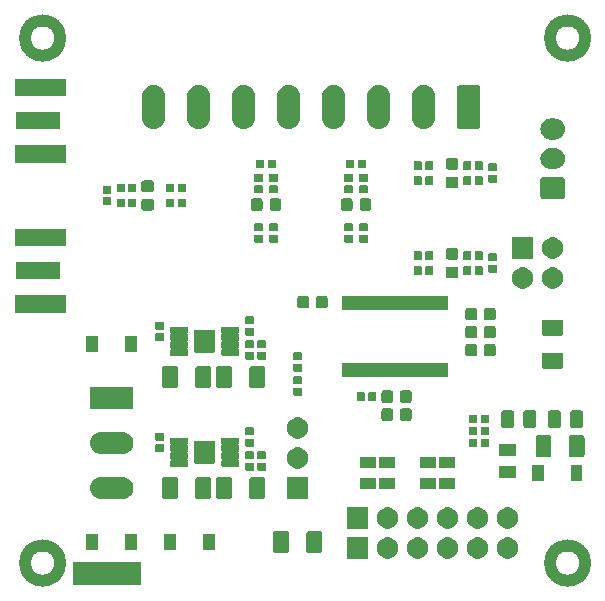
<source format=gbr>
G04 #@! TF.GenerationSoftware,KiCad,Pcbnew,(5.1.6)-1*
G04 #@! TF.CreationDate,2021-01-30T12:40:14+08:00*
G04 #@! TF.ProjectId,Module_ADS1263,4d6f6475-6c65-45f4-9144-53313236332e,rev?*
G04 #@! TF.SameCoordinates,Original*
G04 #@! TF.FileFunction,Soldermask,Top*
G04 #@! TF.FilePolarity,Negative*
%FSLAX46Y46*%
G04 Gerber Fmt 4.6, Leading zero omitted, Abs format (unit mm)*
G04 Created by KiCad (PCBNEW (5.1.6)-1) date 2021-01-30 12:40:14*
%MOMM*%
%LPD*%
G01*
G04 APERTURE LIST*
%ADD10C,0.100000*%
%ADD11C,1.000000*%
G04 APERTURE END LIST*
D10*
G36*
X112395000Y-131318000D02*
G01*
X106680000Y-131318000D01*
X106680000Y-129413000D01*
X112395000Y-129413000D01*
X112395000Y-131318000D01*
G37*
X112395000Y-131318000D02*
X106680000Y-131318000D01*
X106680000Y-129413000D01*
X112395000Y-129413000D01*
X112395000Y-131318000D01*
D11*
X105640000Y-85090000D02*
G75*
G03*
X105640000Y-85090000I-1500000J0D01*
G01*
X105640000Y-129540000D02*
G75*
G03*
X105640000Y-129540000I-1500000J0D01*
G01*
X150090000Y-129540000D02*
G75*
G03*
X150090000Y-129540000I-1500000J0D01*
G01*
X150090000Y-85090000D02*
G75*
G03*
X150090000Y-85090000I-1500000J0D01*
G01*
D10*
G36*
X138543512Y-127373927D02*
G01*
X138692812Y-127403624D01*
X138856784Y-127471544D01*
X139004354Y-127570147D01*
X139129853Y-127695646D01*
X139228456Y-127843216D01*
X139296376Y-128007188D01*
X139331000Y-128181259D01*
X139331000Y-128358741D01*
X139296376Y-128532812D01*
X139228456Y-128696784D01*
X139129853Y-128844354D01*
X139004354Y-128969853D01*
X138856784Y-129068456D01*
X138692812Y-129136376D01*
X138543512Y-129166073D01*
X138518742Y-129171000D01*
X138341258Y-129171000D01*
X138316488Y-129166073D01*
X138167188Y-129136376D01*
X138003216Y-129068456D01*
X137855646Y-128969853D01*
X137730147Y-128844354D01*
X137631544Y-128696784D01*
X137563624Y-128532812D01*
X137529000Y-128358741D01*
X137529000Y-128181259D01*
X137563624Y-128007188D01*
X137631544Y-127843216D01*
X137730147Y-127695646D01*
X137855646Y-127570147D01*
X138003216Y-127471544D01*
X138167188Y-127403624D01*
X138316488Y-127373927D01*
X138341258Y-127369000D01*
X138518742Y-127369000D01*
X138543512Y-127373927D01*
G37*
G36*
X141083512Y-127373927D02*
G01*
X141232812Y-127403624D01*
X141396784Y-127471544D01*
X141544354Y-127570147D01*
X141669853Y-127695646D01*
X141768456Y-127843216D01*
X141836376Y-128007188D01*
X141871000Y-128181259D01*
X141871000Y-128358741D01*
X141836376Y-128532812D01*
X141768456Y-128696784D01*
X141669853Y-128844354D01*
X141544354Y-128969853D01*
X141396784Y-129068456D01*
X141232812Y-129136376D01*
X141083512Y-129166073D01*
X141058742Y-129171000D01*
X140881258Y-129171000D01*
X140856488Y-129166073D01*
X140707188Y-129136376D01*
X140543216Y-129068456D01*
X140395646Y-128969853D01*
X140270147Y-128844354D01*
X140171544Y-128696784D01*
X140103624Y-128532812D01*
X140069000Y-128358741D01*
X140069000Y-128181259D01*
X140103624Y-128007188D01*
X140171544Y-127843216D01*
X140270147Y-127695646D01*
X140395646Y-127570147D01*
X140543216Y-127471544D01*
X140707188Y-127403624D01*
X140856488Y-127373927D01*
X140881258Y-127369000D01*
X141058742Y-127369000D01*
X141083512Y-127373927D01*
G37*
G36*
X143623512Y-127373927D02*
G01*
X143772812Y-127403624D01*
X143936784Y-127471544D01*
X144084354Y-127570147D01*
X144209853Y-127695646D01*
X144308456Y-127843216D01*
X144376376Y-128007188D01*
X144411000Y-128181259D01*
X144411000Y-128358741D01*
X144376376Y-128532812D01*
X144308456Y-128696784D01*
X144209853Y-128844354D01*
X144084354Y-128969853D01*
X143936784Y-129068456D01*
X143772812Y-129136376D01*
X143623512Y-129166073D01*
X143598742Y-129171000D01*
X143421258Y-129171000D01*
X143396488Y-129166073D01*
X143247188Y-129136376D01*
X143083216Y-129068456D01*
X142935646Y-128969853D01*
X142810147Y-128844354D01*
X142711544Y-128696784D01*
X142643624Y-128532812D01*
X142609000Y-128358741D01*
X142609000Y-128181259D01*
X142643624Y-128007188D01*
X142711544Y-127843216D01*
X142810147Y-127695646D01*
X142935646Y-127570147D01*
X143083216Y-127471544D01*
X143247188Y-127403624D01*
X143396488Y-127373927D01*
X143421258Y-127369000D01*
X143598742Y-127369000D01*
X143623512Y-127373927D01*
G37*
G36*
X131711000Y-129171000D02*
G01*
X129909000Y-129171000D01*
X129909000Y-127369000D01*
X131711000Y-127369000D01*
X131711000Y-129171000D01*
G37*
G36*
X136003512Y-127373927D02*
G01*
X136152812Y-127403624D01*
X136316784Y-127471544D01*
X136464354Y-127570147D01*
X136589853Y-127695646D01*
X136688456Y-127843216D01*
X136756376Y-128007188D01*
X136791000Y-128181259D01*
X136791000Y-128358741D01*
X136756376Y-128532812D01*
X136688456Y-128696784D01*
X136589853Y-128844354D01*
X136464354Y-128969853D01*
X136316784Y-129068456D01*
X136152812Y-129136376D01*
X136003512Y-129166073D01*
X135978742Y-129171000D01*
X135801258Y-129171000D01*
X135776488Y-129166073D01*
X135627188Y-129136376D01*
X135463216Y-129068456D01*
X135315646Y-128969853D01*
X135190147Y-128844354D01*
X135091544Y-128696784D01*
X135023624Y-128532812D01*
X134989000Y-128358741D01*
X134989000Y-128181259D01*
X135023624Y-128007188D01*
X135091544Y-127843216D01*
X135190147Y-127695646D01*
X135315646Y-127570147D01*
X135463216Y-127471544D01*
X135627188Y-127403624D01*
X135776488Y-127373927D01*
X135801258Y-127369000D01*
X135978742Y-127369000D01*
X136003512Y-127373927D01*
G37*
G36*
X133463512Y-127373927D02*
G01*
X133612812Y-127403624D01*
X133776784Y-127471544D01*
X133924354Y-127570147D01*
X134049853Y-127695646D01*
X134148456Y-127843216D01*
X134216376Y-128007188D01*
X134251000Y-128181259D01*
X134251000Y-128358741D01*
X134216376Y-128532812D01*
X134148456Y-128696784D01*
X134049853Y-128844354D01*
X133924354Y-128969853D01*
X133776784Y-129068456D01*
X133612812Y-129136376D01*
X133463512Y-129166073D01*
X133438742Y-129171000D01*
X133261258Y-129171000D01*
X133236488Y-129166073D01*
X133087188Y-129136376D01*
X132923216Y-129068456D01*
X132775646Y-128969853D01*
X132650147Y-128844354D01*
X132551544Y-128696784D01*
X132483624Y-128532812D01*
X132449000Y-128358741D01*
X132449000Y-128181259D01*
X132483624Y-128007188D01*
X132551544Y-127843216D01*
X132650147Y-127695646D01*
X132775646Y-127570147D01*
X132923216Y-127471544D01*
X133087188Y-127403624D01*
X133236488Y-127373927D01*
X133261258Y-127369000D01*
X133438742Y-127369000D01*
X133463512Y-127373927D01*
G37*
G36*
X124848604Y-126840347D02*
G01*
X124885144Y-126851432D01*
X124918821Y-126869433D01*
X124948341Y-126893659D01*
X124972567Y-126923179D01*
X124990568Y-126956856D01*
X125001653Y-126993396D01*
X125006000Y-127037538D01*
X125006000Y-128486462D01*
X125001653Y-128530604D01*
X124990568Y-128567144D01*
X124972567Y-128600821D01*
X124948341Y-128630341D01*
X124918821Y-128654567D01*
X124885144Y-128672568D01*
X124848604Y-128683653D01*
X124804462Y-128688000D01*
X123855538Y-128688000D01*
X123811396Y-128683653D01*
X123774856Y-128672568D01*
X123741179Y-128654567D01*
X123711659Y-128630341D01*
X123687433Y-128600821D01*
X123669432Y-128567144D01*
X123658347Y-128530604D01*
X123654000Y-128486462D01*
X123654000Y-127037538D01*
X123658347Y-126993396D01*
X123669432Y-126956856D01*
X123687433Y-126923179D01*
X123711659Y-126893659D01*
X123741179Y-126869433D01*
X123774856Y-126851432D01*
X123811396Y-126840347D01*
X123855538Y-126836000D01*
X124804462Y-126836000D01*
X124848604Y-126840347D01*
G37*
G36*
X127648604Y-126840347D02*
G01*
X127685144Y-126851432D01*
X127718821Y-126869433D01*
X127748341Y-126893659D01*
X127772567Y-126923179D01*
X127790568Y-126956856D01*
X127801653Y-126993396D01*
X127806000Y-127037538D01*
X127806000Y-128486462D01*
X127801653Y-128530604D01*
X127790568Y-128567144D01*
X127772567Y-128600821D01*
X127748341Y-128630341D01*
X127718821Y-128654567D01*
X127685144Y-128672568D01*
X127648604Y-128683653D01*
X127604462Y-128688000D01*
X126655538Y-128688000D01*
X126611396Y-128683653D01*
X126574856Y-128672568D01*
X126541179Y-128654567D01*
X126511659Y-128630341D01*
X126487433Y-128600821D01*
X126469432Y-128567144D01*
X126458347Y-128530604D01*
X126454000Y-128486462D01*
X126454000Y-127037538D01*
X126458347Y-126993396D01*
X126469432Y-126956856D01*
X126487433Y-126923179D01*
X126511659Y-126893659D01*
X126541179Y-126869433D01*
X126574856Y-126851432D01*
X126611396Y-126840347D01*
X126655538Y-126836000D01*
X127604462Y-126836000D01*
X127648604Y-126840347D01*
G37*
G36*
X112133000Y-128413000D02*
G01*
X111131000Y-128413000D01*
X111131000Y-127111000D01*
X112133000Y-127111000D01*
X112133000Y-128413000D01*
G37*
G36*
X108833000Y-128413000D02*
G01*
X107831000Y-128413000D01*
X107831000Y-127111000D01*
X108833000Y-127111000D01*
X108833000Y-128413000D01*
G37*
G36*
X115437000Y-128413000D02*
G01*
X114435000Y-128413000D01*
X114435000Y-127111000D01*
X115437000Y-127111000D01*
X115437000Y-128413000D01*
G37*
G36*
X118737000Y-128413000D02*
G01*
X117735000Y-128413000D01*
X117735000Y-127111000D01*
X118737000Y-127111000D01*
X118737000Y-128413000D01*
G37*
G36*
X133463512Y-124833927D02*
G01*
X133612812Y-124863624D01*
X133776784Y-124931544D01*
X133924354Y-125030147D01*
X134049853Y-125155646D01*
X134148456Y-125303216D01*
X134216376Y-125467188D01*
X134251000Y-125641259D01*
X134251000Y-125818741D01*
X134216376Y-125992812D01*
X134148456Y-126156784D01*
X134049853Y-126304354D01*
X133924354Y-126429853D01*
X133776784Y-126528456D01*
X133612812Y-126596376D01*
X133463512Y-126626073D01*
X133438742Y-126631000D01*
X133261258Y-126631000D01*
X133236488Y-126626073D01*
X133087188Y-126596376D01*
X132923216Y-126528456D01*
X132775646Y-126429853D01*
X132650147Y-126304354D01*
X132551544Y-126156784D01*
X132483624Y-125992812D01*
X132449000Y-125818741D01*
X132449000Y-125641259D01*
X132483624Y-125467188D01*
X132551544Y-125303216D01*
X132650147Y-125155646D01*
X132775646Y-125030147D01*
X132923216Y-124931544D01*
X133087188Y-124863624D01*
X133236488Y-124833927D01*
X133261258Y-124829000D01*
X133438742Y-124829000D01*
X133463512Y-124833927D01*
G37*
G36*
X131711000Y-126631000D02*
G01*
X129909000Y-126631000D01*
X129909000Y-124829000D01*
X131711000Y-124829000D01*
X131711000Y-126631000D01*
G37*
G36*
X138543512Y-124833927D02*
G01*
X138692812Y-124863624D01*
X138856784Y-124931544D01*
X139004354Y-125030147D01*
X139129853Y-125155646D01*
X139228456Y-125303216D01*
X139296376Y-125467188D01*
X139331000Y-125641259D01*
X139331000Y-125818741D01*
X139296376Y-125992812D01*
X139228456Y-126156784D01*
X139129853Y-126304354D01*
X139004354Y-126429853D01*
X138856784Y-126528456D01*
X138692812Y-126596376D01*
X138543512Y-126626073D01*
X138518742Y-126631000D01*
X138341258Y-126631000D01*
X138316488Y-126626073D01*
X138167188Y-126596376D01*
X138003216Y-126528456D01*
X137855646Y-126429853D01*
X137730147Y-126304354D01*
X137631544Y-126156784D01*
X137563624Y-125992812D01*
X137529000Y-125818741D01*
X137529000Y-125641259D01*
X137563624Y-125467188D01*
X137631544Y-125303216D01*
X137730147Y-125155646D01*
X137855646Y-125030147D01*
X138003216Y-124931544D01*
X138167188Y-124863624D01*
X138316488Y-124833927D01*
X138341258Y-124829000D01*
X138518742Y-124829000D01*
X138543512Y-124833927D01*
G37*
G36*
X141083512Y-124833927D02*
G01*
X141232812Y-124863624D01*
X141396784Y-124931544D01*
X141544354Y-125030147D01*
X141669853Y-125155646D01*
X141768456Y-125303216D01*
X141836376Y-125467188D01*
X141871000Y-125641259D01*
X141871000Y-125818741D01*
X141836376Y-125992812D01*
X141768456Y-126156784D01*
X141669853Y-126304354D01*
X141544354Y-126429853D01*
X141396784Y-126528456D01*
X141232812Y-126596376D01*
X141083512Y-126626073D01*
X141058742Y-126631000D01*
X140881258Y-126631000D01*
X140856488Y-126626073D01*
X140707188Y-126596376D01*
X140543216Y-126528456D01*
X140395646Y-126429853D01*
X140270147Y-126304354D01*
X140171544Y-126156784D01*
X140103624Y-125992812D01*
X140069000Y-125818741D01*
X140069000Y-125641259D01*
X140103624Y-125467188D01*
X140171544Y-125303216D01*
X140270147Y-125155646D01*
X140395646Y-125030147D01*
X140543216Y-124931544D01*
X140707188Y-124863624D01*
X140856488Y-124833927D01*
X140881258Y-124829000D01*
X141058742Y-124829000D01*
X141083512Y-124833927D01*
G37*
G36*
X143623512Y-124833927D02*
G01*
X143772812Y-124863624D01*
X143936784Y-124931544D01*
X144084354Y-125030147D01*
X144209853Y-125155646D01*
X144308456Y-125303216D01*
X144376376Y-125467188D01*
X144411000Y-125641259D01*
X144411000Y-125818741D01*
X144376376Y-125992812D01*
X144308456Y-126156784D01*
X144209853Y-126304354D01*
X144084354Y-126429853D01*
X143936784Y-126528456D01*
X143772812Y-126596376D01*
X143623512Y-126626073D01*
X143598742Y-126631000D01*
X143421258Y-126631000D01*
X143396488Y-126626073D01*
X143247188Y-126596376D01*
X143083216Y-126528456D01*
X142935646Y-126429853D01*
X142810147Y-126304354D01*
X142711544Y-126156784D01*
X142643624Y-125992812D01*
X142609000Y-125818741D01*
X142609000Y-125641259D01*
X142643624Y-125467188D01*
X142711544Y-125303216D01*
X142810147Y-125155646D01*
X142935646Y-125030147D01*
X143083216Y-124931544D01*
X143247188Y-124863624D01*
X143396488Y-124833927D01*
X143421258Y-124829000D01*
X143598742Y-124829000D01*
X143623512Y-124833927D01*
G37*
G36*
X136003512Y-124833927D02*
G01*
X136152812Y-124863624D01*
X136316784Y-124931544D01*
X136464354Y-125030147D01*
X136589853Y-125155646D01*
X136688456Y-125303216D01*
X136756376Y-125467188D01*
X136791000Y-125641259D01*
X136791000Y-125818741D01*
X136756376Y-125992812D01*
X136688456Y-126156784D01*
X136589853Y-126304354D01*
X136464354Y-126429853D01*
X136316784Y-126528456D01*
X136152812Y-126596376D01*
X136003512Y-126626073D01*
X135978742Y-126631000D01*
X135801258Y-126631000D01*
X135776488Y-126626073D01*
X135627188Y-126596376D01*
X135463216Y-126528456D01*
X135315646Y-126429853D01*
X135190147Y-126304354D01*
X135091544Y-126156784D01*
X135023624Y-125992812D01*
X134989000Y-125818741D01*
X134989000Y-125641259D01*
X135023624Y-125467188D01*
X135091544Y-125303216D01*
X135190147Y-125155646D01*
X135315646Y-125030147D01*
X135463216Y-124931544D01*
X135627188Y-124863624D01*
X135776488Y-124833927D01*
X135801258Y-124829000D01*
X135978742Y-124829000D01*
X136003512Y-124833927D01*
G37*
G36*
X111068425Y-122252760D02*
G01*
X111068428Y-122252761D01*
X111068429Y-122252761D01*
X111247693Y-122307140D01*
X111247696Y-122307142D01*
X111247697Y-122307142D01*
X111412903Y-122395446D01*
X111557712Y-122514288D01*
X111676554Y-122659097D01*
X111764858Y-122824303D01*
X111764860Y-122824307D01*
X111819239Y-123003571D01*
X111819240Y-123003575D01*
X111837601Y-123190000D01*
X111819240Y-123376425D01*
X111819239Y-123376428D01*
X111819239Y-123376429D01*
X111764860Y-123555693D01*
X111764858Y-123555696D01*
X111764858Y-123555697D01*
X111676554Y-123720903D01*
X111557712Y-123865712D01*
X111412903Y-123984554D01*
X111252241Y-124070429D01*
X111247693Y-124072860D01*
X111068429Y-124127239D01*
X111068428Y-124127239D01*
X111068425Y-124127240D01*
X110928718Y-124141000D01*
X109035282Y-124141000D01*
X108895575Y-124127240D01*
X108895572Y-124127239D01*
X108895571Y-124127239D01*
X108716307Y-124072860D01*
X108711759Y-124070429D01*
X108551097Y-123984554D01*
X108406288Y-123865712D01*
X108287446Y-123720903D01*
X108199142Y-123555697D01*
X108199142Y-123555696D01*
X108199140Y-123555693D01*
X108144761Y-123376429D01*
X108144761Y-123376428D01*
X108144760Y-123376425D01*
X108126399Y-123190000D01*
X108144760Y-123003575D01*
X108144761Y-123003571D01*
X108199140Y-122824307D01*
X108199142Y-122824303D01*
X108287446Y-122659097D01*
X108406288Y-122514288D01*
X108551097Y-122395446D01*
X108716303Y-122307142D01*
X108716304Y-122307142D01*
X108716307Y-122307140D01*
X108895571Y-122252761D01*
X108895572Y-122252761D01*
X108895575Y-122252760D01*
X109035282Y-122239000D01*
X110928718Y-122239000D01*
X111068425Y-122252760D01*
G37*
G36*
X120022604Y-122268347D02*
G01*
X120059144Y-122279432D01*
X120092821Y-122297433D01*
X120122341Y-122321659D01*
X120146567Y-122351179D01*
X120164568Y-122384856D01*
X120175653Y-122421396D01*
X120180000Y-122465538D01*
X120180000Y-123914462D01*
X120175653Y-123958604D01*
X120164568Y-123995144D01*
X120146567Y-124028821D01*
X120122341Y-124058341D01*
X120092821Y-124082567D01*
X120059144Y-124100568D01*
X120022604Y-124111653D01*
X119978462Y-124116000D01*
X119029538Y-124116000D01*
X118985396Y-124111653D01*
X118948856Y-124100568D01*
X118915179Y-124082567D01*
X118885659Y-124058341D01*
X118861433Y-124028821D01*
X118843432Y-123995144D01*
X118832347Y-123958604D01*
X118828000Y-123914462D01*
X118828000Y-122465538D01*
X118832347Y-122421396D01*
X118843432Y-122384856D01*
X118861433Y-122351179D01*
X118885659Y-122321659D01*
X118915179Y-122297433D01*
X118948856Y-122279432D01*
X118985396Y-122268347D01*
X119029538Y-122264000D01*
X119978462Y-122264000D01*
X120022604Y-122268347D01*
G37*
G36*
X122822604Y-122268347D02*
G01*
X122859144Y-122279432D01*
X122892821Y-122297433D01*
X122922341Y-122321659D01*
X122946567Y-122351179D01*
X122964568Y-122384856D01*
X122975653Y-122421396D01*
X122980000Y-122465538D01*
X122980000Y-123914462D01*
X122975653Y-123958604D01*
X122964568Y-123995144D01*
X122946567Y-124028821D01*
X122922341Y-124058341D01*
X122892821Y-124082567D01*
X122859144Y-124100568D01*
X122822604Y-124111653D01*
X122778462Y-124116000D01*
X121829538Y-124116000D01*
X121785396Y-124111653D01*
X121748856Y-124100568D01*
X121715179Y-124082567D01*
X121685659Y-124058341D01*
X121661433Y-124028821D01*
X121643432Y-123995144D01*
X121632347Y-123958604D01*
X121628000Y-123914462D01*
X121628000Y-122465538D01*
X121632347Y-122421396D01*
X121643432Y-122384856D01*
X121661433Y-122351179D01*
X121685659Y-122321659D01*
X121715179Y-122297433D01*
X121748856Y-122279432D01*
X121785396Y-122268347D01*
X121829538Y-122264000D01*
X122778462Y-122264000D01*
X122822604Y-122268347D01*
G37*
G36*
X118250604Y-122268347D02*
G01*
X118287144Y-122279432D01*
X118320821Y-122297433D01*
X118350341Y-122321659D01*
X118374567Y-122351179D01*
X118392568Y-122384856D01*
X118403653Y-122421396D01*
X118408000Y-122465538D01*
X118408000Y-123914462D01*
X118403653Y-123958604D01*
X118392568Y-123995144D01*
X118374567Y-124028821D01*
X118350341Y-124058341D01*
X118320821Y-124082567D01*
X118287144Y-124100568D01*
X118250604Y-124111653D01*
X118206462Y-124116000D01*
X117257538Y-124116000D01*
X117213396Y-124111653D01*
X117176856Y-124100568D01*
X117143179Y-124082567D01*
X117113659Y-124058341D01*
X117089433Y-124028821D01*
X117071432Y-123995144D01*
X117060347Y-123958604D01*
X117056000Y-123914462D01*
X117056000Y-122465538D01*
X117060347Y-122421396D01*
X117071432Y-122384856D01*
X117089433Y-122351179D01*
X117113659Y-122321659D01*
X117143179Y-122297433D01*
X117176856Y-122279432D01*
X117213396Y-122268347D01*
X117257538Y-122264000D01*
X118206462Y-122264000D01*
X118250604Y-122268347D01*
G37*
G36*
X115450604Y-122268347D02*
G01*
X115487144Y-122279432D01*
X115520821Y-122297433D01*
X115550341Y-122321659D01*
X115574567Y-122351179D01*
X115592568Y-122384856D01*
X115603653Y-122421396D01*
X115608000Y-122465538D01*
X115608000Y-123914462D01*
X115603653Y-123958604D01*
X115592568Y-123995144D01*
X115574567Y-124028821D01*
X115550341Y-124058341D01*
X115520821Y-124082567D01*
X115487144Y-124100568D01*
X115450604Y-124111653D01*
X115406462Y-124116000D01*
X114457538Y-124116000D01*
X114413396Y-124111653D01*
X114376856Y-124100568D01*
X114343179Y-124082567D01*
X114313659Y-124058341D01*
X114289433Y-124028821D01*
X114271432Y-123995144D01*
X114260347Y-123958604D01*
X114256000Y-123914462D01*
X114256000Y-122465538D01*
X114260347Y-122421396D01*
X114271432Y-122384856D01*
X114289433Y-122351179D01*
X114313659Y-122321659D01*
X114343179Y-122297433D01*
X114376856Y-122279432D01*
X114413396Y-122268347D01*
X114457538Y-122264000D01*
X115406462Y-122264000D01*
X115450604Y-122268347D01*
G37*
G36*
X126631000Y-124091000D02*
G01*
X124829000Y-124091000D01*
X124829000Y-122289000D01*
X126631000Y-122289000D01*
X126631000Y-124091000D01*
G37*
G36*
X132331000Y-123260000D02*
G01*
X130979000Y-123260000D01*
X130979000Y-122358000D01*
X132331000Y-122358000D01*
X132331000Y-123260000D01*
G37*
G36*
X137411000Y-123260000D02*
G01*
X136059000Y-123260000D01*
X136059000Y-122358000D01*
X137411000Y-122358000D01*
X137411000Y-123260000D01*
G37*
G36*
X133981000Y-123260000D02*
G01*
X132629000Y-123260000D01*
X132629000Y-122358000D01*
X133981000Y-122358000D01*
X133981000Y-123260000D01*
G37*
G36*
X139061000Y-123260000D02*
G01*
X137709000Y-123260000D01*
X137709000Y-122358000D01*
X139061000Y-122358000D01*
X139061000Y-123260000D01*
G37*
G36*
X146553000Y-122571000D02*
G01*
X145551000Y-122571000D01*
X145551000Y-121269000D01*
X146553000Y-121269000D01*
X146553000Y-122571000D01*
G37*
G36*
X149853000Y-122571000D02*
G01*
X148851000Y-122571000D01*
X148851000Y-121269000D01*
X149853000Y-121269000D01*
X149853000Y-122571000D01*
G37*
G36*
X144094468Y-121307565D02*
G01*
X144133138Y-121319296D01*
X144168777Y-121338346D01*
X144200017Y-121363983D01*
X144225654Y-121395223D01*
X144244704Y-121430862D01*
X144256435Y-121469532D01*
X144261000Y-121515888D01*
X144261000Y-122167112D01*
X144256435Y-122213468D01*
X144244704Y-122252138D01*
X144225654Y-122287777D01*
X144200017Y-122319017D01*
X144168777Y-122344654D01*
X144133138Y-122363704D01*
X144094468Y-122375435D01*
X144048112Y-122380000D01*
X142971888Y-122380000D01*
X142925532Y-122375435D01*
X142886862Y-122363704D01*
X142851223Y-122344654D01*
X142819983Y-122319017D01*
X142794346Y-122287777D01*
X142775296Y-122252138D01*
X142763565Y-122213468D01*
X142759000Y-122167112D01*
X142759000Y-121515888D01*
X142763565Y-121469532D01*
X142775296Y-121430862D01*
X142794346Y-121395223D01*
X142819983Y-121363983D01*
X142851223Y-121338346D01*
X142886862Y-121319296D01*
X142925532Y-121307565D01*
X142971888Y-121303000D01*
X144048112Y-121303000D01*
X144094468Y-121307565D01*
G37*
G36*
X121947938Y-121045716D02*
G01*
X121968557Y-121051971D01*
X121987553Y-121062124D01*
X122004208Y-121075792D01*
X122017876Y-121092447D01*
X122028029Y-121111443D01*
X122034284Y-121132062D01*
X122037000Y-121159640D01*
X122037000Y-121618360D01*
X122034284Y-121645938D01*
X122028029Y-121666557D01*
X122017876Y-121685553D01*
X122004208Y-121702208D01*
X121987553Y-121715876D01*
X121968557Y-121726029D01*
X121947938Y-121732284D01*
X121920360Y-121735000D01*
X121411640Y-121735000D01*
X121384062Y-121732284D01*
X121363443Y-121726029D01*
X121344447Y-121715876D01*
X121327792Y-121702208D01*
X121314124Y-121685553D01*
X121303971Y-121666557D01*
X121297716Y-121645938D01*
X121295000Y-121618360D01*
X121295000Y-121159640D01*
X121297716Y-121132062D01*
X121303971Y-121111443D01*
X121314124Y-121092447D01*
X121327792Y-121075792D01*
X121344447Y-121062124D01*
X121363443Y-121051971D01*
X121384062Y-121045716D01*
X121411640Y-121043000D01*
X121920360Y-121043000D01*
X121947938Y-121045716D01*
G37*
G36*
X122963938Y-121045716D02*
G01*
X122984557Y-121051971D01*
X123003553Y-121062124D01*
X123020208Y-121075792D01*
X123033876Y-121092447D01*
X123044029Y-121111443D01*
X123050284Y-121132062D01*
X123053000Y-121159640D01*
X123053000Y-121618360D01*
X123050284Y-121645938D01*
X123044029Y-121666557D01*
X123033876Y-121685553D01*
X123020208Y-121702208D01*
X123003553Y-121715876D01*
X122984557Y-121726029D01*
X122963938Y-121732284D01*
X122936360Y-121735000D01*
X122427640Y-121735000D01*
X122400062Y-121732284D01*
X122379443Y-121726029D01*
X122360447Y-121715876D01*
X122343792Y-121702208D01*
X122330124Y-121685553D01*
X122319971Y-121666557D01*
X122313716Y-121645938D01*
X122311000Y-121618360D01*
X122311000Y-121159640D01*
X122313716Y-121132062D01*
X122319971Y-121111443D01*
X122330124Y-121092447D01*
X122343792Y-121075792D01*
X122360447Y-121062124D01*
X122379443Y-121051971D01*
X122400062Y-121045716D01*
X122427640Y-121043000D01*
X122936360Y-121043000D01*
X122963938Y-121045716D01*
G37*
G36*
X125843512Y-119753927D02*
G01*
X125992812Y-119783624D01*
X126156784Y-119851544D01*
X126304354Y-119950147D01*
X126429853Y-120075646D01*
X126528456Y-120223216D01*
X126596376Y-120387188D01*
X126631000Y-120561259D01*
X126631000Y-120738741D01*
X126596376Y-120912812D01*
X126528456Y-121076784D01*
X126429853Y-121224354D01*
X126304354Y-121349853D01*
X126156784Y-121448456D01*
X125992812Y-121516376D01*
X125843512Y-121546073D01*
X125818742Y-121551000D01*
X125641258Y-121551000D01*
X125616488Y-121546073D01*
X125467188Y-121516376D01*
X125303216Y-121448456D01*
X125155646Y-121349853D01*
X125030147Y-121224354D01*
X124931544Y-121076784D01*
X124863624Y-120912812D01*
X124829000Y-120738741D01*
X124829000Y-120561259D01*
X124863624Y-120387188D01*
X124931544Y-120223216D01*
X125030147Y-120075646D01*
X125155646Y-119950147D01*
X125303216Y-119851544D01*
X125467188Y-119783624D01*
X125616488Y-119753927D01*
X125641258Y-119749000D01*
X125818742Y-119749000D01*
X125843512Y-119753927D01*
G37*
G36*
X137411000Y-121460000D02*
G01*
X136059000Y-121460000D01*
X136059000Y-120558000D01*
X137411000Y-120558000D01*
X137411000Y-121460000D01*
G37*
G36*
X132331000Y-121460000D02*
G01*
X130979000Y-121460000D01*
X130979000Y-120558000D01*
X132331000Y-120558000D01*
X132331000Y-121460000D01*
G37*
G36*
X139061000Y-121460000D02*
G01*
X137709000Y-121460000D01*
X137709000Y-120558000D01*
X139061000Y-120558000D01*
X139061000Y-121460000D01*
G37*
G36*
X133981000Y-121460000D02*
G01*
X132629000Y-121460000D01*
X132629000Y-120558000D01*
X133981000Y-120558000D01*
X133981000Y-121460000D01*
G37*
G36*
X120731170Y-118917803D02*
G01*
X120742875Y-118921354D01*
X120753665Y-118927121D01*
X120763119Y-118934881D01*
X120770879Y-118944335D01*
X120776646Y-118955125D01*
X120780197Y-118966830D01*
X120782000Y-118985138D01*
X120782000Y-119348862D01*
X120780197Y-119367170D01*
X120776646Y-119378875D01*
X120770879Y-119389665D01*
X120759370Y-119403688D01*
X120750355Y-119412704D01*
X120736741Y-119433078D01*
X120727365Y-119455717D01*
X120722585Y-119479751D01*
X120722585Y-119504255D01*
X120727366Y-119528288D01*
X120736744Y-119550926D01*
X120750358Y-119571301D01*
X120759374Y-119580317D01*
X120770879Y-119594335D01*
X120776646Y-119605125D01*
X120780197Y-119616830D01*
X120782000Y-119635138D01*
X120782000Y-119998862D01*
X120780197Y-120017170D01*
X120776646Y-120028875D01*
X120770879Y-120039665D01*
X120759370Y-120053688D01*
X120750355Y-120062704D01*
X120736741Y-120083078D01*
X120727365Y-120105717D01*
X120722585Y-120129751D01*
X120722585Y-120154255D01*
X120727366Y-120178288D01*
X120736744Y-120200926D01*
X120750358Y-120221301D01*
X120759374Y-120230317D01*
X120770879Y-120244335D01*
X120776646Y-120255125D01*
X120780197Y-120266830D01*
X120782000Y-120285138D01*
X120782000Y-120648862D01*
X120780197Y-120667170D01*
X120776646Y-120678875D01*
X120770879Y-120689665D01*
X120759370Y-120703688D01*
X120750355Y-120712704D01*
X120736741Y-120733078D01*
X120727365Y-120755717D01*
X120722585Y-120779751D01*
X120722585Y-120804255D01*
X120727366Y-120828288D01*
X120736744Y-120850926D01*
X120750358Y-120871301D01*
X120759374Y-120880317D01*
X120770879Y-120894335D01*
X120776646Y-120905125D01*
X120780197Y-120916830D01*
X120782000Y-120935138D01*
X120782000Y-121298862D01*
X120780197Y-121317170D01*
X120776646Y-121328875D01*
X120770879Y-121339665D01*
X120763119Y-121349119D01*
X120753665Y-121356879D01*
X120742875Y-121362646D01*
X120731170Y-121366197D01*
X120712862Y-121368000D01*
X119324138Y-121368000D01*
X119305830Y-121366197D01*
X119294125Y-121362646D01*
X119283335Y-121356879D01*
X119273881Y-121349119D01*
X119266121Y-121339665D01*
X119260354Y-121328875D01*
X119256803Y-121317170D01*
X119255000Y-121298862D01*
X119255000Y-120935138D01*
X119256803Y-120916830D01*
X119260354Y-120905125D01*
X119266121Y-120894335D01*
X119277630Y-120880312D01*
X119286645Y-120871296D01*
X119300259Y-120850922D01*
X119309635Y-120828283D01*
X119314415Y-120804249D01*
X119314415Y-120779745D01*
X119309634Y-120755712D01*
X119300256Y-120733074D01*
X119286642Y-120712699D01*
X119277626Y-120703683D01*
X119266121Y-120689665D01*
X119260354Y-120678875D01*
X119256803Y-120667170D01*
X119255000Y-120648862D01*
X119255000Y-120285138D01*
X119256803Y-120266830D01*
X119260354Y-120255125D01*
X119266121Y-120244335D01*
X119277630Y-120230312D01*
X119286645Y-120221296D01*
X119300259Y-120200922D01*
X119309635Y-120178283D01*
X119314415Y-120154249D01*
X119314415Y-120129745D01*
X119309634Y-120105712D01*
X119300256Y-120083074D01*
X119286642Y-120062699D01*
X119277626Y-120053683D01*
X119266121Y-120039665D01*
X119260354Y-120028875D01*
X119256803Y-120017170D01*
X119255000Y-119998862D01*
X119255000Y-119635138D01*
X119256803Y-119616830D01*
X119260354Y-119605125D01*
X119266121Y-119594335D01*
X119277630Y-119580312D01*
X119286645Y-119571296D01*
X119300259Y-119550922D01*
X119309635Y-119528283D01*
X119314415Y-119504249D01*
X119314415Y-119479745D01*
X119309634Y-119455712D01*
X119300256Y-119433074D01*
X119286642Y-119412699D01*
X119277626Y-119403683D01*
X119266121Y-119389665D01*
X119260354Y-119378875D01*
X119256803Y-119367170D01*
X119255000Y-119348862D01*
X119255000Y-118985138D01*
X119256803Y-118966830D01*
X119260354Y-118955125D01*
X119266121Y-118944335D01*
X119273881Y-118934881D01*
X119283335Y-118927121D01*
X119294125Y-118921354D01*
X119305830Y-118917803D01*
X119324138Y-118916000D01*
X120712862Y-118916000D01*
X120731170Y-118917803D01*
G37*
G36*
X116406170Y-118917803D02*
G01*
X116417875Y-118921354D01*
X116428665Y-118927121D01*
X116438119Y-118934881D01*
X116445879Y-118944335D01*
X116451646Y-118955125D01*
X116455197Y-118966830D01*
X116457000Y-118985138D01*
X116457000Y-119348862D01*
X116455197Y-119367170D01*
X116451646Y-119378875D01*
X116445879Y-119389665D01*
X116434370Y-119403688D01*
X116425355Y-119412704D01*
X116411741Y-119433078D01*
X116402365Y-119455717D01*
X116397585Y-119479751D01*
X116397585Y-119504255D01*
X116402366Y-119528288D01*
X116411744Y-119550926D01*
X116425358Y-119571301D01*
X116434374Y-119580317D01*
X116445879Y-119594335D01*
X116451646Y-119605125D01*
X116455197Y-119616830D01*
X116457000Y-119635138D01*
X116457000Y-119998862D01*
X116455197Y-120017170D01*
X116451646Y-120028875D01*
X116445879Y-120039665D01*
X116434370Y-120053688D01*
X116425355Y-120062704D01*
X116411741Y-120083078D01*
X116402365Y-120105717D01*
X116397585Y-120129751D01*
X116397585Y-120154255D01*
X116402366Y-120178288D01*
X116411744Y-120200926D01*
X116425358Y-120221301D01*
X116434374Y-120230317D01*
X116445879Y-120244335D01*
X116451646Y-120255125D01*
X116455197Y-120266830D01*
X116457000Y-120285138D01*
X116457000Y-120648862D01*
X116455197Y-120667170D01*
X116451646Y-120678875D01*
X116445879Y-120689665D01*
X116434370Y-120703688D01*
X116425355Y-120712704D01*
X116411741Y-120733078D01*
X116402365Y-120755717D01*
X116397585Y-120779751D01*
X116397585Y-120804255D01*
X116402366Y-120828288D01*
X116411744Y-120850926D01*
X116425358Y-120871301D01*
X116434374Y-120880317D01*
X116445879Y-120894335D01*
X116451646Y-120905125D01*
X116455197Y-120916830D01*
X116457000Y-120935138D01*
X116457000Y-121298862D01*
X116455197Y-121317170D01*
X116451646Y-121328875D01*
X116445879Y-121339665D01*
X116438119Y-121349119D01*
X116428665Y-121356879D01*
X116417875Y-121362646D01*
X116406170Y-121366197D01*
X116387862Y-121368000D01*
X114999138Y-121368000D01*
X114980830Y-121366197D01*
X114969125Y-121362646D01*
X114958335Y-121356879D01*
X114948881Y-121349119D01*
X114941121Y-121339665D01*
X114935354Y-121328875D01*
X114931803Y-121317170D01*
X114930000Y-121298862D01*
X114930000Y-120935138D01*
X114931803Y-120916830D01*
X114935354Y-120905125D01*
X114941121Y-120894335D01*
X114952630Y-120880312D01*
X114961645Y-120871296D01*
X114975259Y-120850922D01*
X114984635Y-120828283D01*
X114989415Y-120804249D01*
X114989415Y-120779745D01*
X114984634Y-120755712D01*
X114975256Y-120733074D01*
X114961642Y-120712699D01*
X114952626Y-120703683D01*
X114941121Y-120689665D01*
X114935354Y-120678875D01*
X114931803Y-120667170D01*
X114930000Y-120648862D01*
X114930000Y-120285138D01*
X114931803Y-120266830D01*
X114935354Y-120255125D01*
X114941121Y-120244335D01*
X114952630Y-120230312D01*
X114961645Y-120221296D01*
X114975259Y-120200922D01*
X114984635Y-120178283D01*
X114989415Y-120154249D01*
X114989415Y-120129745D01*
X114984634Y-120105712D01*
X114975256Y-120083074D01*
X114961642Y-120062699D01*
X114952626Y-120053683D01*
X114941121Y-120039665D01*
X114935354Y-120028875D01*
X114931803Y-120017170D01*
X114930000Y-119998862D01*
X114930000Y-119635138D01*
X114931803Y-119616830D01*
X114935354Y-119605125D01*
X114941121Y-119594335D01*
X114952630Y-119580312D01*
X114961645Y-119571296D01*
X114975259Y-119550922D01*
X114984635Y-119528283D01*
X114989415Y-119504249D01*
X114989415Y-119479745D01*
X114984634Y-119455712D01*
X114975256Y-119433074D01*
X114961642Y-119412699D01*
X114952626Y-119403683D01*
X114941121Y-119389665D01*
X114935354Y-119378875D01*
X114931803Y-119367170D01*
X114930000Y-119348862D01*
X114930000Y-118985138D01*
X114931803Y-118966830D01*
X114935354Y-118955125D01*
X114941121Y-118944335D01*
X114948881Y-118934881D01*
X114958335Y-118927121D01*
X114969125Y-118921354D01*
X114980830Y-118917803D01*
X114999138Y-118916000D01*
X116387862Y-118916000D01*
X116406170Y-118917803D01*
G37*
G36*
X118630322Y-119169972D02*
G01*
X118663206Y-119179947D01*
X118693502Y-119196141D01*
X118720062Y-119217938D01*
X118741859Y-119244498D01*
X118758053Y-119274794D01*
X118768028Y-119307678D01*
X118772000Y-119348008D01*
X118772000Y-120935992D01*
X118768028Y-120976322D01*
X118758053Y-121009206D01*
X118741859Y-121039502D01*
X118720062Y-121066062D01*
X118693502Y-121087859D01*
X118663206Y-121104053D01*
X118630322Y-121114028D01*
X118589992Y-121118000D01*
X117122008Y-121118000D01*
X117081678Y-121114028D01*
X117048794Y-121104053D01*
X117018498Y-121087859D01*
X116991938Y-121066062D01*
X116970141Y-121039502D01*
X116953947Y-121009206D01*
X116943972Y-120976322D01*
X116940000Y-120935992D01*
X116940000Y-119348008D01*
X116943972Y-119307678D01*
X116953947Y-119274794D01*
X116970141Y-119244498D01*
X116991938Y-119217938D01*
X117018498Y-119196141D01*
X117048794Y-119179947D01*
X117081678Y-119169972D01*
X117122008Y-119166000D01*
X118589992Y-119166000D01*
X118630322Y-119169972D01*
G37*
G36*
X122963938Y-120075716D02*
G01*
X122984557Y-120081971D01*
X123003553Y-120092124D01*
X123020208Y-120105792D01*
X123033876Y-120122447D01*
X123044029Y-120141443D01*
X123050284Y-120162062D01*
X123053000Y-120189640D01*
X123053000Y-120648360D01*
X123050284Y-120675938D01*
X123044029Y-120696557D01*
X123033876Y-120715553D01*
X123020208Y-120732208D01*
X123003553Y-120745876D01*
X122984557Y-120756029D01*
X122963938Y-120762284D01*
X122936360Y-120765000D01*
X122427640Y-120765000D01*
X122400062Y-120762284D01*
X122379443Y-120756029D01*
X122360447Y-120745876D01*
X122343792Y-120732208D01*
X122330124Y-120715553D01*
X122319971Y-120696557D01*
X122313716Y-120675938D01*
X122311000Y-120648360D01*
X122311000Y-120189640D01*
X122313716Y-120162062D01*
X122319971Y-120141443D01*
X122330124Y-120122447D01*
X122343792Y-120105792D01*
X122360447Y-120092124D01*
X122379443Y-120081971D01*
X122400062Y-120075716D01*
X122427640Y-120073000D01*
X122936360Y-120073000D01*
X122963938Y-120075716D01*
G37*
G36*
X121947938Y-120075716D02*
G01*
X121968557Y-120081971D01*
X121987553Y-120092124D01*
X122004208Y-120105792D01*
X122017876Y-120122447D01*
X122028029Y-120141443D01*
X122034284Y-120162062D01*
X122037000Y-120189640D01*
X122037000Y-120648360D01*
X122034284Y-120675938D01*
X122028029Y-120696557D01*
X122017876Y-120715553D01*
X122004208Y-120732208D01*
X121987553Y-120745876D01*
X121968557Y-120756029D01*
X121947938Y-120762284D01*
X121920360Y-120765000D01*
X121411640Y-120765000D01*
X121384062Y-120762284D01*
X121363443Y-120756029D01*
X121344447Y-120745876D01*
X121327792Y-120732208D01*
X121314124Y-120715553D01*
X121303971Y-120696557D01*
X121297716Y-120675938D01*
X121295000Y-120648360D01*
X121295000Y-120189640D01*
X121297716Y-120162062D01*
X121303971Y-120141443D01*
X121314124Y-120122447D01*
X121327792Y-120105792D01*
X121344447Y-120092124D01*
X121363443Y-120081971D01*
X121384062Y-120075716D01*
X121411640Y-120073000D01*
X121920360Y-120073000D01*
X121947938Y-120075716D01*
G37*
G36*
X149870604Y-118712347D02*
G01*
X149907144Y-118723432D01*
X149940821Y-118741433D01*
X149970341Y-118765659D01*
X149994567Y-118795179D01*
X150012568Y-118828856D01*
X150023653Y-118865396D01*
X150028000Y-118909538D01*
X150028000Y-120358462D01*
X150023653Y-120402604D01*
X150012568Y-120439144D01*
X149994567Y-120472821D01*
X149970341Y-120502341D01*
X149940821Y-120526567D01*
X149907144Y-120544568D01*
X149870604Y-120555653D01*
X149826462Y-120560000D01*
X148877538Y-120560000D01*
X148833396Y-120555653D01*
X148796856Y-120544568D01*
X148763179Y-120526567D01*
X148733659Y-120502341D01*
X148709433Y-120472821D01*
X148691432Y-120439144D01*
X148680347Y-120402604D01*
X148676000Y-120358462D01*
X148676000Y-118909538D01*
X148680347Y-118865396D01*
X148691432Y-118828856D01*
X148709433Y-118795179D01*
X148733659Y-118765659D01*
X148763179Y-118741433D01*
X148796856Y-118723432D01*
X148833396Y-118712347D01*
X148877538Y-118708000D01*
X149826462Y-118708000D01*
X149870604Y-118712347D01*
G37*
G36*
X147070604Y-118712347D02*
G01*
X147107144Y-118723432D01*
X147140821Y-118741433D01*
X147170341Y-118765659D01*
X147194567Y-118795179D01*
X147212568Y-118828856D01*
X147223653Y-118865396D01*
X147228000Y-118909538D01*
X147228000Y-120358462D01*
X147223653Y-120402604D01*
X147212568Y-120439144D01*
X147194567Y-120472821D01*
X147170341Y-120502341D01*
X147140821Y-120526567D01*
X147107144Y-120544568D01*
X147070604Y-120555653D01*
X147026462Y-120560000D01*
X146077538Y-120560000D01*
X146033396Y-120555653D01*
X145996856Y-120544568D01*
X145963179Y-120526567D01*
X145933659Y-120502341D01*
X145909433Y-120472821D01*
X145891432Y-120439144D01*
X145880347Y-120402604D01*
X145876000Y-120358462D01*
X145876000Y-118909538D01*
X145880347Y-118865396D01*
X145891432Y-118828856D01*
X145909433Y-118795179D01*
X145933659Y-118765659D01*
X145963179Y-118741433D01*
X145996856Y-118723432D01*
X146033396Y-118712347D01*
X146077538Y-118708000D01*
X147026462Y-118708000D01*
X147070604Y-118712347D01*
G37*
G36*
X144094468Y-119432565D02*
G01*
X144133138Y-119444296D01*
X144168777Y-119463346D01*
X144200017Y-119488983D01*
X144225654Y-119520223D01*
X144244704Y-119555862D01*
X144256435Y-119594532D01*
X144261000Y-119640888D01*
X144261000Y-120292112D01*
X144256435Y-120338468D01*
X144244704Y-120377138D01*
X144225654Y-120412777D01*
X144200017Y-120444017D01*
X144168777Y-120469654D01*
X144133138Y-120488704D01*
X144094468Y-120500435D01*
X144048112Y-120505000D01*
X142971888Y-120505000D01*
X142925532Y-120500435D01*
X142886862Y-120488704D01*
X142851223Y-120469654D01*
X142819983Y-120444017D01*
X142794346Y-120412777D01*
X142775296Y-120377138D01*
X142763565Y-120338468D01*
X142759000Y-120292112D01*
X142759000Y-119640888D01*
X142763565Y-119594532D01*
X142775296Y-119555862D01*
X142794346Y-119520223D01*
X142819983Y-119488983D01*
X142851223Y-119463346D01*
X142886862Y-119444296D01*
X142925532Y-119432565D01*
X142971888Y-119428000D01*
X144048112Y-119428000D01*
X144094468Y-119432565D01*
G37*
G36*
X111068425Y-118442760D02*
G01*
X111068428Y-118442761D01*
X111068429Y-118442761D01*
X111247693Y-118497140D01*
X111247696Y-118497142D01*
X111247697Y-118497142D01*
X111412903Y-118585446D01*
X111557712Y-118704288D01*
X111676554Y-118849097D01*
X111763475Y-119011716D01*
X111764860Y-119014307D01*
X111816988Y-119186152D01*
X111819240Y-119193575D01*
X111837601Y-119380000D01*
X111819240Y-119566425D01*
X111819239Y-119566428D01*
X111819239Y-119566429D01*
X111764860Y-119745693D01*
X111764858Y-119745696D01*
X111764858Y-119745697D01*
X111676554Y-119910903D01*
X111557712Y-120055712D01*
X111412904Y-120174553D01*
X111262164Y-120255125D01*
X111247693Y-120262860D01*
X111068429Y-120317239D01*
X111068428Y-120317239D01*
X111068425Y-120317240D01*
X110928718Y-120331000D01*
X109035282Y-120331000D01*
X108895575Y-120317240D01*
X108895572Y-120317239D01*
X108895571Y-120317239D01*
X108716307Y-120262860D01*
X108701836Y-120255125D01*
X108551096Y-120174553D01*
X108406288Y-120055712D01*
X108287446Y-119910903D01*
X108199142Y-119745697D01*
X108199142Y-119745696D01*
X108199140Y-119745693D01*
X108144761Y-119566429D01*
X108144761Y-119566428D01*
X108144760Y-119566425D01*
X108126399Y-119380000D01*
X108144760Y-119193575D01*
X108147012Y-119186152D01*
X108199140Y-119014307D01*
X108200525Y-119011716D01*
X108287446Y-118849097D01*
X108406288Y-118704288D01*
X108551097Y-118585446D01*
X108716303Y-118497142D01*
X108716304Y-118497142D01*
X108716307Y-118497140D01*
X108895571Y-118442761D01*
X108895572Y-118442761D01*
X108895575Y-118442760D01*
X109035282Y-118429000D01*
X110928718Y-118429000D01*
X111068425Y-118442760D01*
G37*
G36*
X114327938Y-119468516D02*
G01*
X114348557Y-119474771D01*
X114367553Y-119484924D01*
X114384208Y-119498592D01*
X114397876Y-119515247D01*
X114408029Y-119534243D01*
X114414284Y-119554862D01*
X114417000Y-119582440D01*
X114417000Y-120041160D01*
X114414284Y-120068738D01*
X114408029Y-120089357D01*
X114397876Y-120108353D01*
X114384208Y-120125008D01*
X114367553Y-120138676D01*
X114348557Y-120148829D01*
X114327938Y-120155084D01*
X114300360Y-120157800D01*
X113791640Y-120157800D01*
X113764062Y-120155084D01*
X113743443Y-120148829D01*
X113724447Y-120138676D01*
X113707792Y-120125008D01*
X113694124Y-120108353D01*
X113683971Y-120089357D01*
X113677716Y-120068738D01*
X113675000Y-120041160D01*
X113675000Y-119582440D01*
X113677716Y-119554862D01*
X113683971Y-119534243D01*
X113694124Y-119515247D01*
X113707792Y-119498592D01*
X113724447Y-119484924D01*
X113743443Y-119474771D01*
X113764062Y-119468516D01*
X113791640Y-119465800D01*
X114300360Y-119465800D01*
X114327938Y-119468516D01*
G37*
G36*
X141838938Y-119011716D02*
G01*
X141859557Y-119017971D01*
X141878553Y-119028124D01*
X141895208Y-119041792D01*
X141908876Y-119058447D01*
X141919029Y-119077443D01*
X141925284Y-119098062D01*
X141928000Y-119125640D01*
X141928000Y-119634360D01*
X141925284Y-119661938D01*
X141919029Y-119682557D01*
X141908876Y-119701553D01*
X141895208Y-119718208D01*
X141878553Y-119731876D01*
X141859557Y-119742029D01*
X141838938Y-119748284D01*
X141811360Y-119751000D01*
X141352640Y-119751000D01*
X141325062Y-119748284D01*
X141304443Y-119742029D01*
X141285447Y-119731876D01*
X141268792Y-119718208D01*
X141255124Y-119701553D01*
X141244971Y-119682557D01*
X141238716Y-119661938D01*
X141236000Y-119634360D01*
X141236000Y-119125640D01*
X141238716Y-119098062D01*
X141244971Y-119077443D01*
X141255124Y-119058447D01*
X141268792Y-119041792D01*
X141285447Y-119028124D01*
X141304443Y-119017971D01*
X141325062Y-119011716D01*
X141352640Y-119009000D01*
X141811360Y-119009000D01*
X141838938Y-119011716D01*
G37*
G36*
X140868938Y-119011716D02*
G01*
X140889557Y-119017971D01*
X140908553Y-119028124D01*
X140925208Y-119041792D01*
X140938876Y-119058447D01*
X140949029Y-119077443D01*
X140955284Y-119098062D01*
X140958000Y-119125640D01*
X140958000Y-119634360D01*
X140955284Y-119661938D01*
X140949029Y-119682557D01*
X140938876Y-119701553D01*
X140925208Y-119718208D01*
X140908553Y-119731876D01*
X140889557Y-119742029D01*
X140868938Y-119748284D01*
X140841360Y-119751000D01*
X140382640Y-119751000D01*
X140355062Y-119748284D01*
X140334443Y-119742029D01*
X140315447Y-119731876D01*
X140298792Y-119718208D01*
X140285124Y-119701553D01*
X140274971Y-119682557D01*
X140268716Y-119661938D01*
X140266000Y-119634360D01*
X140266000Y-119125640D01*
X140268716Y-119098062D01*
X140274971Y-119077443D01*
X140285124Y-119058447D01*
X140298792Y-119041792D01*
X140315447Y-119028124D01*
X140334443Y-119017971D01*
X140355062Y-119011716D01*
X140382640Y-119009000D01*
X140841360Y-119009000D01*
X140868938Y-119011716D01*
G37*
G36*
X121947938Y-119013716D02*
G01*
X121968557Y-119019971D01*
X121987553Y-119030124D01*
X122004208Y-119043792D01*
X122017876Y-119060447D01*
X122028029Y-119079443D01*
X122034284Y-119100062D01*
X122037000Y-119127640D01*
X122037000Y-119586360D01*
X122034284Y-119613938D01*
X122028029Y-119634557D01*
X122017876Y-119653553D01*
X122004208Y-119670208D01*
X121987553Y-119683876D01*
X121968557Y-119694029D01*
X121947938Y-119700284D01*
X121920360Y-119703000D01*
X121411640Y-119703000D01*
X121384062Y-119700284D01*
X121363443Y-119694029D01*
X121344447Y-119683876D01*
X121327792Y-119670208D01*
X121314124Y-119653553D01*
X121303971Y-119634557D01*
X121297716Y-119613938D01*
X121295000Y-119586360D01*
X121295000Y-119127640D01*
X121297716Y-119100062D01*
X121303971Y-119079443D01*
X121314124Y-119060447D01*
X121327792Y-119043792D01*
X121344447Y-119030124D01*
X121363443Y-119019971D01*
X121384062Y-119013716D01*
X121411640Y-119011000D01*
X121920360Y-119011000D01*
X121947938Y-119013716D01*
G37*
G36*
X114327938Y-118498516D02*
G01*
X114348557Y-118504771D01*
X114367553Y-118514924D01*
X114384208Y-118528592D01*
X114397876Y-118545247D01*
X114408029Y-118564243D01*
X114414284Y-118584862D01*
X114417000Y-118612440D01*
X114417000Y-119071160D01*
X114414284Y-119098738D01*
X114408029Y-119119357D01*
X114397876Y-119138353D01*
X114384208Y-119155008D01*
X114367553Y-119168676D01*
X114348557Y-119178829D01*
X114327938Y-119185084D01*
X114300360Y-119187800D01*
X113791640Y-119187800D01*
X113764062Y-119185084D01*
X113743443Y-119178829D01*
X113724447Y-119168676D01*
X113707792Y-119155008D01*
X113694124Y-119138353D01*
X113683971Y-119119357D01*
X113677716Y-119098738D01*
X113675000Y-119071160D01*
X113675000Y-118612440D01*
X113677716Y-118584862D01*
X113683971Y-118564243D01*
X113694124Y-118545247D01*
X113707792Y-118528592D01*
X113724447Y-118514924D01*
X113743443Y-118504771D01*
X113764062Y-118498516D01*
X113791640Y-118495800D01*
X114300360Y-118495800D01*
X114327938Y-118498516D01*
G37*
G36*
X125843512Y-117213927D02*
G01*
X125992812Y-117243624D01*
X126156784Y-117311544D01*
X126304354Y-117410147D01*
X126429853Y-117535646D01*
X126528456Y-117683216D01*
X126596376Y-117847188D01*
X126622661Y-117979337D01*
X126628120Y-118006777D01*
X126631000Y-118021259D01*
X126631000Y-118198741D01*
X126596376Y-118372812D01*
X126528456Y-118536784D01*
X126429853Y-118684354D01*
X126304354Y-118809853D01*
X126156784Y-118908456D01*
X125992812Y-118976376D01*
X125843512Y-119006073D01*
X125818742Y-119011000D01*
X125641258Y-119011000D01*
X125616488Y-119006073D01*
X125467188Y-118976376D01*
X125303216Y-118908456D01*
X125155646Y-118809853D01*
X125030147Y-118684354D01*
X124931544Y-118536784D01*
X124863624Y-118372812D01*
X124829000Y-118198741D01*
X124829000Y-118021259D01*
X124831881Y-118006777D01*
X124837339Y-117979337D01*
X124863624Y-117847188D01*
X124931544Y-117683216D01*
X125030147Y-117535646D01*
X125155646Y-117410147D01*
X125303216Y-117311544D01*
X125467188Y-117243624D01*
X125616488Y-117213927D01*
X125641258Y-117209000D01*
X125818742Y-117209000D01*
X125843512Y-117213927D01*
G37*
G36*
X141838938Y-117995716D02*
G01*
X141859557Y-118001971D01*
X141878553Y-118012124D01*
X141895208Y-118025792D01*
X141908876Y-118042447D01*
X141919029Y-118061443D01*
X141925284Y-118082062D01*
X141928000Y-118109640D01*
X141928000Y-118618360D01*
X141925284Y-118645938D01*
X141919029Y-118666557D01*
X141908876Y-118685553D01*
X141895208Y-118702208D01*
X141878553Y-118715876D01*
X141859557Y-118726029D01*
X141838938Y-118732284D01*
X141811360Y-118735000D01*
X141352640Y-118735000D01*
X141325062Y-118732284D01*
X141304443Y-118726029D01*
X141285447Y-118715876D01*
X141268792Y-118702208D01*
X141255124Y-118685553D01*
X141244971Y-118666557D01*
X141238716Y-118645938D01*
X141236000Y-118618360D01*
X141236000Y-118109640D01*
X141238716Y-118082062D01*
X141244971Y-118061443D01*
X141255124Y-118042447D01*
X141268792Y-118025792D01*
X141285447Y-118012124D01*
X141304443Y-118001971D01*
X141325062Y-117995716D01*
X141352640Y-117993000D01*
X141811360Y-117993000D01*
X141838938Y-117995716D01*
G37*
G36*
X140868938Y-117995716D02*
G01*
X140889557Y-118001971D01*
X140908553Y-118012124D01*
X140925208Y-118025792D01*
X140938876Y-118042447D01*
X140949029Y-118061443D01*
X140955284Y-118082062D01*
X140958000Y-118109640D01*
X140958000Y-118618360D01*
X140955284Y-118645938D01*
X140949029Y-118666557D01*
X140938876Y-118685553D01*
X140925208Y-118702208D01*
X140908553Y-118715876D01*
X140889557Y-118726029D01*
X140868938Y-118732284D01*
X140841360Y-118735000D01*
X140382640Y-118735000D01*
X140355062Y-118732284D01*
X140334443Y-118726029D01*
X140315447Y-118715876D01*
X140298792Y-118702208D01*
X140285124Y-118685553D01*
X140274971Y-118666557D01*
X140268716Y-118645938D01*
X140266000Y-118618360D01*
X140266000Y-118109640D01*
X140268716Y-118082062D01*
X140274971Y-118061443D01*
X140285124Y-118042447D01*
X140298792Y-118025792D01*
X140315447Y-118012124D01*
X140334443Y-118001971D01*
X140355062Y-117995716D01*
X140382640Y-117993000D01*
X140841360Y-117993000D01*
X140868938Y-117995716D01*
G37*
G36*
X121947938Y-118043716D02*
G01*
X121968557Y-118049971D01*
X121987553Y-118060124D01*
X122004208Y-118073792D01*
X122017876Y-118090447D01*
X122028029Y-118109443D01*
X122034284Y-118130062D01*
X122037000Y-118157640D01*
X122037000Y-118616360D01*
X122034284Y-118643938D01*
X122028029Y-118664557D01*
X122017876Y-118683553D01*
X122004208Y-118700208D01*
X121987553Y-118713876D01*
X121968557Y-118724029D01*
X121947938Y-118730284D01*
X121920360Y-118733000D01*
X121411640Y-118733000D01*
X121384062Y-118730284D01*
X121363443Y-118724029D01*
X121344447Y-118713876D01*
X121327792Y-118700208D01*
X121314124Y-118683553D01*
X121303971Y-118664557D01*
X121297716Y-118643938D01*
X121295000Y-118616360D01*
X121295000Y-118157640D01*
X121297716Y-118130062D01*
X121303971Y-118109443D01*
X121314124Y-118090447D01*
X121327792Y-118073792D01*
X121344447Y-118060124D01*
X121363443Y-118049971D01*
X121384062Y-118043716D01*
X121411640Y-118041000D01*
X121920360Y-118041000D01*
X121947938Y-118043716D01*
G37*
G36*
X145756968Y-116601565D02*
G01*
X145795638Y-116613296D01*
X145831277Y-116632346D01*
X145862517Y-116657983D01*
X145888154Y-116689223D01*
X145907204Y-116724862D01*
X145918935Y-116763532D01*
X145923500Y-116809888D01*
X145923500Y-117886112D01*
X145918935Y-117932468D01*
X145907204Y-117971138D01*
X145888154Y-118006777D01*
X145862517Y-118038017D01*
X145831277Y-118063654D01*
X145795638Y-118082704D01*
X145756968Y-118094435D01*
X145710612Y-118099000D01*
X145059388Y-118099000D01*
X145013032Y-118094435D01*
X144974362Y-118082704D01*
X144938723Y-118063654D01*
X144907483Y-118038017D01*
X144881846Y-118006777D01*
X144862796Y-117971138D01*
X144851065Y-117932468D01*
X144846500Y-117886112D01*
X144846500Y-116809888D01*
X144851065Y-116763532D01*
X144862796Y-116724862D01*
X144881846Y-116689223D01*
X144907483Y-116657983D01*
X144938723Y-116632346D01*
X144974362Y-116613296D01*
X145013032Y-116601565D01*
X145059388Y-116597000D01*
X145710612Y-116597000D01*
X145756968Y-116601565D01*
G37*
G36*
X143881968Y-116601565D02*
G01*
X143920638Y-116613296D01*
X143956277Y-116632346D01*
X143987517Y-116657983D01*
X144013154Y-116689223D01*
X144032204Y-116724862D01*
X144043935Y-116763532D01*
X144048500Y-116809888D01*
X144048500Y-117886112D01*
X144043935Y-117932468D01*
X144032204Y-117971138D01*
X144013154Y-118006777D01*
X143987517Y-118038017D01*
X143956277Y-118063654D01*
X143920638Y-118082704D01*
X143881968Y-118094435D01*
X143835612Y-118099000D01*
X143184388Y-118099000D01*
X143138032Y-118094435D01*
X143099362Y-118082704D01*
X143063723Y-118063654D01*
X143032483Y-118038017D01*
X143006846Y-118006777D01*
X142987796Y-117971138D01*
X142976065Y-117932468D01*
X142971500Y-117886112D01*
X142971500Y-116809888D01*
X142976065Y-116763532D01*
X142987796Y-116724862D01*
X143006846Y-116689223D01*
X143032483Y-116657983D01*
X143063723Y-116632346D01*
X143099362Y-116613296D01*
X143138032Y-116601565D01*
X143184388Y-116597000D01*
X143835612Y-116597000D01*
X143881968Y-116601565D01*
G37*
G36*
X147848968Y-116601565D02*
G01*
X147887638Y-116613296D01*
X147923277Y-116632346D01*
X147954517Y-116657983D01*
X147980154Y-116689223D01*
X147999204Y-116724862D01*
X148010935Y-116763532D01*
X148015500Y-116809888D01*
X148015500Y-117886112D01*
X148010935Y-117932468D01*
X147999204Y-117971138D01*
X147980154Y-118006777D01*
X147954517Y-118038017D01*
X147923277Y-118063654D01*
X147887638Y-118082704D01*
X147848968Y-118094435D01*
X147802612Y-118099000D01*
X147151388Y-118099000D01*
X147105032Y-118094435D01*
X147066362Y-118082704D01*
X147030723Y-118063654D01*
X146999483Y-118038017D01*
X146973846Y-118006777D01*
X146954796Y-117971138D01*
X146943065Y-117932468D01*
X146938500Y-117886112D01*
X146938500Y-116809888D01*
X146943065Y-116763532D01*
X146954796Y-116724862D01*
X146973846Y-116689223D01*
X146999483Y-116657983D01*
X147030723Y-116632346D01*
X147066362Y-116613296D01*
X147105032Y-116601565D01*
X147151388Y-116597000D01*
X147802612Y-116597000D01*
X147848968Y-116601565D01*
G37*
G36*
X149723968Y-116601565D02*
G01*
X149762638Y-116613296D01*
X149798277Y-116632346D01*
X149829517Y-116657983D01*
X149855154Y-116689223D01*
X149874204Y-116724862D01*
X149885935Y-116763532D01*
X149890500Y-116809888D01*
X149890500Y-117886112D01*
X149885935Y-117932468D01*
X149874204Y-117971138D01*
X149855154Y-118006777D01*
X149829517Y-118038017D01*
X149798277Y-118063654D01*
X149762638Y-118082704D01*
X149723968Y-118094435D01*
X149677612Y-118099000D01*
X149026388Y-118099000D01*
X148980032Y-118094435D01*
X148941362Y-118082704D01*
X148905723Y-118063654D01*
X148874483Y-118038017D01*
X148848846Y-118006777D01*
X148829796Y-117971138D01*
X148818065Y-117932468D01*
X148813500Y-117886112D01*
X148813500Y-116809888D01*
X148818065Y-116763532D01*
X148829796Y-116724862D01*
X148848846Y-116689223D01*
X148874483Y-116657983D01*
X148905723Y-116632346D01*
X148941362Y-116613296D01*
X148980032Y-116601565D01*
X149026388Y-116597000D01*
X149677612Y-116597000D01*
X149723968Y-116601565D01*
G37*
G36*
X141838938Y-116979716D02*
G01*
X141859557Y-116985971D01*
X141878553Y-116996124D01*
X141895208Y-117009792D01*
X141908876Y-117026447D01*
X141919029Y-117045443D01*
X141925284Y-117066062D01*
X141928000Y-117093640D01*
X141928000Y-117602360D01*
X141925284Y-117629938D01*
X141919029Y-117650557D01*
X141908876Y-117669553D01*
X141895208Y-117686208D01*
X141878553Y-117699876D01*
X141859557Y-117710029D01*
X141838938Y-117716284D01*
X141811360Y-117719000D01*
X141352640Y-117719000D01*
X141325062Y-117716284D01*
X141304443Y-117710029D01*
X141285447Y-117699876D01*
X141268792Y-117686208D01*
X141255124Y-117669553D01*
X141244971Y-117650557D01*
X141238716Y-117629938D01*
X141236000Y-117602360D01*
X141236000Y-117093640D01*
X141238716Y-117066062D01*
X141244971Y-117045443D01*
X141255124Y-117026447D01*
X141268792Y-117009792D01*
X141285447Y-116996124D01*
X141304443Y-116985971D01*
X141325062Y-116979716D01*
X141352640Y-116977000D01*
X141811360Y-116977000D01*
X141838938Y-116979716D01*
G37*
G36*
X140868938Y-116979716D02*
G01*
X140889557Y-116985971D01*
X140908553Y-116996124D01*
X140925208Y-117009792D01*
X140938876Y-117026447D01*
X140949029Y-117045443D01*
X140955284Y-117066062D01*
X140958000Y-117093640D01*
X140958000Y-117602360D01*
X140955284Y-117629938D01*
X140949029Y-117650557D01*
X140938876Y-117669553D01*
X140925208Y-117686208D01*
X140908553Y-117699876D01*
X140889557Y-117710029D01*
X140868938Y-117716284D01*
X140841360Y-117719000D01*
X140382640Y-117719000D01*
X140355062Y-117716284D01*
X140334443Y-117710029D01*
X140315447Y-117699876D01*
X140298792Y-117686208D01*
X140285124Y-117669553D01*
X140274971Y-117650557D01*
X140268716Y-117629938D01*
X140266000Y-117602360D01*
X140266000Y-117093640D01*
X140268716Y-117066062D01*
X140274971Y-117045443D01*
X140285124Y-117026447D01*
X140298792Y-117009792D01*
X140315447Y-116996124D01*
X140334443Y-116985971D01*
X140355062Y-116979716D01*
X140382640Y-116977000D01*
X140841360Y-116977000D01*
X140868938Y-116979716D01*
G37*
G36*
X135241591Y-116445085D02*
G01*
X135275569Y-116455393D01*
X135306890Y-116472134D01*
X135334339Y-116494661D01*
X135356866Y-116522110D01*
X135373607Y-116553431D01*
X135383915Y-116587409D01*
X135388000Y-116628890D01*
X135388000Y-117305110D01*
X135383915Y-117346591D01*
X135373607Y-117380569D01*
X135356866Y-117411890D01*
X135334339Y-117439339D01*
X135306890Y-117461866D01*
X135275569Y-117478607D01*
X135241591Y-117488915D01*
X135200110Y-117493000D01*
X134598890Y-117493000D01*
X134557409Y-117488915D01*
X134523431Y-117478607D01*
X134492110Y-117461866D01*
X134464661Y-117439339D01*
X134442134Y-117411890D01*
X134425393Y-117380569D01*
X134415085Y-117346591D01*
X134411000Y-117305110D01*
X134411000Y-116628890D01*
X134415085Y-116587409D01*
X134425393Y-116553431D01*
X134442134Y-116522110D01*
X134464661Y-116494661D01*
X134492110Y-116472134D01*
X134523431Y-116455393D01*
X134557409Y-116445085D01*
X134598890Y-116441000D01*
X135200110Y-116441000D01*
X135241591Y-116445085D01*
G37*
G36*
X133666591Y-116445085D02*
G01*
X133700569Y-116455393D01*
X133731890Y-116472134D01*
X133759339Y-116494661D01*
X133781866Y-116522110D01*
X133798607Y-116553431D01*
X133808915Y-116587409D01*
X133813000Y-116628890D01*
X133813000Y-117305110D01*
X133808915Y-117346591D01*
X133798607Y-117380569D01*
X133781866Y-117411890D01*
X133759339Y-117439339D01*
X133731890Y-117461866D01*
X133700569Y-117478607D01*
X133666591Y-117488915D01*
X133625110Y-117493000D01*
X133023890Y-117493000D01*
X132982409Y-117488915D01*
X132948431Y-117478607D01*
X132917110Y-117461866D01*
X132889661Y-117439339D01*
X132867134Y-117411890D01*
X132850393Y-117380569D01*
X132840085Y-117346591D01*
X132836000Y-117305110D01*
X132836000Y-116628890D01*
X132840085Y-116587409D01*
X132850393Y-116553431D01*
X132867134Y-116522110D01*
X132889661Y-116494661D01*
X132917110Y-116472134D01*
X132948431Y-116455393D01*
X132982409Y-116445085D01*
X133023890Y-116441000D01*
X133625110Y-116441000D01*
X133666591Y-116445085D01*
G37*
G36*
X111692915Y-114622934D02*
G01*
X111725424Y-114632795D01*
X111755382Y-114648809D01*
X111781641Y-114670359D01*
X111803191Y-114696618D01*
X111819205Y-114726576D01*
X111829066Y-114759085D01*
X111833000Y-114799029D01*
X111833000Y-116340971D01*
X111829066Y-116380915D01*
X111819205Y-116413424D01*
X111803191Y-116443382D01*
X111781641Y-116469641D01*
X111755382Y-116491191D01*
X111725424Y-116507205D01*
X111692915Y-116517066D01*
X111652971Y-116521000D01*
X108311029Y-116521000D01*
X108271085Y-116517066D01*
X108238576Y-116507205D01*
X108208618Y-116491191D01*
X108182359Y-116469641D01*
X108160809Y-116443382D01*
X108144795Y-116413424D01*
X108134934Y-116380915D01*
X108131000Y-116340971D01*
X108131000Y-114799029D01*
X108134934Y-114759085D01*
X108144795Y-114726576D01*
X108160809Y-114696618D01*
X108182359Y-114670359D01*
X108208618Y-114648809D01*
X108238576Y-114632795D01*
X108271085Y-114622934D01*
X108311029Y-114619000D01*
X111652971Y-114619000D01*
X111692915Y-114622934D01*
G37*
G36*
X133666591Y-114921085D02*
G01*
X133700569Y-114931393D01*
X133731890Y-114948134D01*
X133759339Y-114970661D01*
X133781866Y-114998110D01*
X133798607Y-115029431D01*
X133808915Y-115063409D01*
X133813000Y-115104890D01*
X133813000Y-115781110D01*
X133808915Y-115822591D01*
X133798607Y-115856569D01*
X133781866Y-115887890D01*
X133759339Y-115915339D01*
X133731890Y-115937866D01*
X133700569Y-115954607D01*
X133666591Y-115964915D01*
X133625110Y-115969000D01*
X133023890Y-115969000D01*
X132982409Y-115964915D01*
X132948431Y-115954607D01*
X132917110Y-115937866D01*
X132889661Y-115915339D01*
X132867134Y-115887890D01*
X132850393Y-115856569D01*
X132840085Y-115822591D01*
X132836000Y-115781110D01*
X132836000Y-115104890D01*
X132840085Y-115063409D01*
X132850393Y-115029431D01*
X132867134Y-114998110D01*
X132889661Y-114970661D01*
X132917110Y-114948134D01*
X132948431Y-114931393D01*
X132982409Y-114921085D01*
X133023890Y-114917000D01*
X133625110Y-114917000D01*
X133666591Y-114921085D01*
G37*
G36*
X135241591Y-114921085D02*
G01*
X135275569Y-114931393D01*
X135306890Y-114948134D01*
X135334339Y-114970661D01*
X135356866Y-114998110D01*
X135373607Y-115029431D01*
X135383915Y-115063409D01*
X135388000Y-115104890D01*
X135388000Y-115781110D01*
X135383915Y-115822591D01*
X135373607Y-115856569D01*
X135356866Y-115887890D01*
X135334339Y-115915339D01*
X135306890Y-115937866D01*
X135275569Y-115954607D01*
X135241591Y-115964915D01*
X135200110Y-115969000D01*
X134598890Y-115969000D01*
X134557409Y-115964915D01*
X134523431Y-115954607D01*
X134492110Y-115937866D01*
X134464661Y-115915339D01*
X134442134Y-115887890D01*
X134425393Y-115856569D01*
X134415085Y-115822591D01*
X134411000Y-115781110D01*
X134411000Y-115104890D01*
X134415085Y-115063409D01*
X134425393Y-115029431D01*
X134442134Y-114998110D01*
X134464661Y-114970661D01*
X134492110Y-114948134D01*
X134523431Y-114931393D01*
X134557409Y-114921085D01*
X134598890Y-114917000D01*
X135200110Y-114917000D01*
X135241591Y-114921085D01*
G37*
G36*
X132313938Y-115074716D02*
G01*
X132334557Y-115080971D01*
X132353553Y-115091124D01*
X132370208Y-115104792D01*
X132383876Y-115121447D01*
X132394029Y-115140443D01*
X132400284Y-115161062D01*
X132403000Y-115188640D01*
X132403000Y-115697360D01*
X132400284Y-115724938D01*
X132394029Y-115745557D01*
X132383876Y-115764553D01*
X132370208Y-115781208D01*
X132353553Y-115794876D01*
X132334557Y-115805029D01*
X132313938Y-115811284D01*
X132286360Y-115814000D01*
X131827640Y-115814000D01*
X131800062Y-115811284D01*
X131779443Y-115805029D01*
X131760447Y-115794876D01*
X131743792Y-115781208D01*
X131730124Y-115764553D01*
X131719971Y-115745557D01*
X131713716Y-115724938D01*
X131711000Y-115697360D01*
X131711000Y-115188640D01*
X131713716Y-115161062D01*
X131719971Y-115140443D01*
X131730124Y-115121447D01*
X131743792Y-115104792D01*
X131760447Y-115091124D01*
X131779443Y-115080971D01*
X131800062Y-115074716D01*
X131827640Y-115072000D01*
X132286360Y-115072000D01*
X132313938Y-115074716D01*
G37*
G36*
X131343938Y-115074716D02*
G01*
X131364557Y-115080971D01*
X131383553Y-115091124D01*
X131400208Y-115104792D01*
X131413876Y-115121447D01*
X131424029Y-115140443D01*
X131430284Y-115161062D01*
X131433000Y-115188640D01*
X131433000Y-115697360D01*
X131430284Y-115724938D01*
X131424029Y-115745557D01*
X131413876Y-115764553D01*
X131400208Y-115781208D01*
X131383553Y-115794876D01*
X131364557Y-115805029D01*
X131343938Y-115811284D01*
X131316360Y-115814000D01*
X130857640Y-115814000D01*
X130830062Y-115811284D01*
X130809443Y-115805029D01*
X130790447Y-115794876D01*
X130773792Y-115781208D01*
X130760124Y-115764553D01*
X130749971Y-115745557D01*
X130743716Y-115724938D01*
X130741000Y-115697360D01*
X130741000Y-115188640D01*
X130743716Y-115161062D01*
X130749971Y-115140443D01*
X130760124Y-115121447D01*
X130773792Y-115104792D01*
X130790447Y-115091124D01*
X130809443Y-115080971D01*
X130830062Y-115074716D01*
X130857640Y-115072000D01*
X131316360Y-115072000D01*
X131343938Y-115074716D01*
G37*
G36*
X126011938Y-114695716D02*
G01*
X126032557Y-114701971D01*
X126051553Y-114712124D01*
X126068208Y-114725792D01*
X126081876Y-114742447D01*
X126092029Y-114761443D01*
X126098284Y-114782062D01*
X126101000Y-114809640D01*
X126101000Y-115268360D01*
X126098284Y-115295938D01*
X126092029Y-115316557D01*
X126081876Y-115335553D01*
X126068208Y-115352208D01*
X126051553Y-115365876D01*
X126032557Y-115376029D01*
X126011938Y-115382284D01*
X125984360Y-115385000D01*
X125475640Y-115385000D01*
X125448062Y-115382284D01*
X125427443Y-115376029D01*
X125408447Y-115365876D01*
X125391792Y-115352208D01*
X125378124Y-115335553D01*
X125367971Y-115316557D01*
X125361716Y-115295938D01*
X125359000Y-115268360D01*
X125359000Y-114809640D01*
X125361716Y-114782062D01*
X125367971Y-114761443D01*
X125378124Y-114742447D01*
X125391792Y-114725792D01*
X125408447Y-114712124D01*
X125427443Y-114701971D01*
X125448062Y-114695716D01*
X125475640Y-114693000D01*
X125984360Y-114693000D01*
X126011938Y-114695716D01*
G37*
G36*
X115450604Y-112870347D02*
G01*
X115487144Y-112881432D01*
X115520821Y-112899433D01*
X115550341Y-112923659D01*
X115574567Y-112953179D01*
X115592568Y-112986856D01*
X115603653Y-113023396D01*
X115608000Y-113067538D01*
X115608000Y-114516462D01*
X115603653Y-114560604D01*
X115592568Y-114597144D01*
X115574567Y-114630821D01*
X115550341Y-114660341D01*
X115520821Y-114684567D01*
X115487144Y-114702568D01*
X115450604Y-114713653D01*
X115406462Y-114718000D01*
X114457538Y-114718000D01*
X114413396Y-114713653D01*
X114376856Y-114702568D01*
X114343179Y-114684567D01*
X114313659Y-114660341D01*
X114289433Y-114630821D01*
X114271432Y-114597144D01*
X114260347Y-114560604D01*
X114256000Y-114516462D01*
X114256000Y-113067538D01*
X114260347Y-113023396D01*
X114271432Y-112986856D01*
X114289433Y-112953179D01*
X114313659Y-112923659D01*
X114343179Y-112899433D01*
X114376856Y-112881432D01*
X114413396Y-112870347D01*
X114457538Y-112866000D01*
X115406462Y-112866000D01*
X115450604Y-112870347D01*
G37*
G36*
X118250604Y-112870347D02*
G01*
X118287144Y-112881432D01*
X118320821Y-112899433D01*
X118350341Y-112923659D01*
X118374567Y-112953179D01*
X118392568Y-112986856D01*
X118403653Y-113023396D01*
X118408000Y-113067538D01*
X118408000Y-114516462D01*
X118403653Y-114560604D01*
X118392568Y-114597144D01*
X118374567Y-114630821D01*
X118350341Y-114660341D01*
X118320821Y-114684567D01*
X118287144Y-114702568D01*
X118250604Y-114713653D01*
X118206462Y-114718000D01*
X117257538Y-114718000D01*
X117213396Y-114713653D01*
X117176856Y-114702568D01*
X117143179Y-114684567D01*
X117113659Y-114660341D01*
X117089433Y-114630821D01*
X117071432Y-114597144D01*
X117060347Y-114560604D01*
X117056000Y-114516462D01*
X117056000Y-113067538D01*
X117060347Y-113023396D01*
X117071432Y-112986856D01*
X117089433Y-112953179D01*
X117113659Y-112923659D01*
X117143179Y-112899433D01*
X117176856Y-112881432D01*
X117213396Y-112870347D01*
X117257538Y-112866000D01*
X118206462Y-112866000D01*
X118250604Y-112870347D01*
G37*
G36*
X120022604Y-112870347D02*
G01*
X120059144Y-112881432D01*
X120092821Y-112899433D01*
X120122341Y-112923659D01*
X120146567Y-112953179D01*
X120164568Y-112986856D01*
X120175653Y-113023396D01*
X120180000Y-113067538D01*
X120180000Y-114516462D01*
X120175653Y-114560604D01*
X120164568Y-114597144D01*
X120146567Y-114630821D01*
X120122341Y-114660341D01*
X120092821Y-114684567D01*
X120059144Y-114702568D01*
X120022604Y-114713653D01*
X119978462Y-114718000D01*
X119029538Y-114718000D01*
X118985396Y-114713653D01*
X118948856Y-114702568D01*
X118915179Y-114684567D01*
X118885659Y-114660341D01*
X118861433Y-114630821D01*
X118843432Y-114597144D01*
X118832347Y-114560604D01*
X118828000Y-114516462D01*
X118828000Y-113067538D01*
X118832347Y-113023396D01*
X118843432Y-112986856D01*
X118861433Y-112953179D01*
X118885659Y-112923659D01*
X118915179Y-112899433D01*
X118948856Y-112881432D01*
X118985396Y-112870347D01*
X119029538Y-112866000D01*
X119978462Y-112866000D01*
X120022604Y-112870347D01*
G37*
G36*
X122822604Y-112870347D02*
G01*
X122859144Y-112881432D01*
X122892821Y-112899433D01*
X122922341Y-112923659D01*
X122946567Y-112953179D01*
X122964568Y-112986856D01*
X122975653Y-113023396D01*
X122980000Y-113067538D01*
X122980000Y-114516462D01*
X122975653Y-114560604D01*
X122964568Y-114597144D01*
X122946567Y-114630821D01*
X122922341Y-114660341D01*
X122892821Y-114684567D01*
X122859144Y-114702568D01*
X122822604Y-114713653D01*
X122778462Y-114718000D01*
X121829538Y-114718000D01*
X121785396Y-114713653D01*
X121748856Y-114702568D01*
X121715179Y-114684567D01*
X121685659Y-114660341D01*
X121661433Y-114630821D01*
X121643432Y-114597144D01*
X121632347Y-114560604D01*
X121628000Y-114516462D01*
X121628000Y-113067538D01*
X121632347Y-113023396D01*
X121643432Y-112986856D01*
X121661433Y-112953179D01*
X121685659Y-112923659D01*
X121715179Y-112899433D01*
X121748856Y-112881432D01*
X121785396Y-112870347D01*
X121829538Y-112866000D01*
X122778462Y-112866000D01*
X122822604Y-112870347D01*
G37*
G36*
X126011938Y-113725716D02*
G01*
X126032557Y-113731971D01*
X126051553Y-113742124D01*
X126068208Y-113755792D01*
X126081876Y-113772447D01*
X126092029Y-113791443D01*
X126098284Y-113812062D01*
X126101000Y-113839640D01*
X126101000Y-114298360D01*
X126098284Y-114325938D01*
X126092029Y-114346557D01*
X126081876Y-114365553D01*
X126068208Y-114382208D01*
X126051553Y-114395876D01*
X126032557Y-114406029D01*
X126011938Y-114412284D01*
X125984360Y-114415000D01*
X125475640Y-114415000D01*
X125448062Y-114412284D01*
X125427443Y-114406029D01*
X125408447Y-114395876D01*
X125391792Y-114382208D01*
X125378124Y-114365553D01*
X125367971Y-114346557D01*
X125361716Y-114325938D01*
X125359000Y-114298360D01*
X125359000Y-113839640D01*
X125361716Y-113812062D01*
X125367971Y-113791443D01*
X125378124Y-113772447D01*
X125391792Y-113755792D01*
X125408447Y-113742124D01*
X125427443Y-113731971D01*
X125448062Y-113725716D01*
X125475640Y-113723000D01*
X125984360Y-113723000D01*
X126011938Y-113725716D01*
G37*
G36*
X138461000Y-113814000D02*
G01*
X129509000Y-113814000D01*
X129509000Y-112612000D01*
X138461000Y-112612000D01*
X138461000Y-113814000D01*
G37*
G36*
X126011938Y-112663716D02*
G01*
X126032557Y-112669971D01*
X126051553Y-112680124D01*
X126068208Y-112693792D01*
X126081876Y-112710447D01*
X126092029Y-112729443D01*
X126098284Y-112750062D01*
X126101000Y-112777640D01*
X126101000Y-113236360D01*
X126098284Y-113263938D01*
X126092029Y-113284557D01*
X126081876Y-113303553D01*
X126068208Y-113320208D01*
X126051553Y-113333876D01*
X126032557Y-113344029D01*
X126011938Y-113350284D01*
X125984360Y-113353000D01*
X125475640Y-113353000D01*
X125448062Y-113350284D01*
X125427443Y-113344029D01*
X125408447Y-113333876D01*
X125391792Y-113320208D01*
X125378124Y-113303553D01*
X125367971Y-113284557D01*
X125361716Y-113263938D01*
X125359000Y-113236360D01*
X125359000Y-112777640D01*
X125361716Y-112750062D01*
X125367971Y-112729443D01*
X125378124Y-112710447D01*
X125391792Y-112693792D01*
X125408447Y-112680124D01*
X125427443Y-112669971D01*
X125448062Y-112663716D01*
X125475640Y-112661000D01*
X125984360Y-112661000D01*
X126011938Y-112663716D01*
G37*
G36*
X148088604Y-111726347D02*
G01*
X148125144Y-111737432D01*
X148158821Y-111755433D01*
X148188341Y-111779659D01*
X148212567Y-111809179D01*
X148230568Y-111842856D01*
X148241653Y-111879396D01*
X148246000Y-111923538D01*
X148246000Y-112872462D01*
X148241653Y-112916604D01*
X148230568Y-112953144D01*
X148212567Y-112986821D01*
X148188341Y-113016341D01*
X148158821Y-113040567D01*
X148125144Y-113058568D01*
X148088604Y-113069653D01*
X148044462Y-113074000D01*
X146595538Y-113074000D01*
X146551396Y-113069653D01*
X146514856Y-113058568D01*
X146481179Y-113040567D01*
X146451659Y-113016341D01*
X146427433Y-112986821D01*
X146409432Y-112953144D01*
X146398347Y-112916604D01*
X146394000Y-112872462D01*
X146394000Y-111923538D01*
X146398347Y-111879396D01*
X146409432Y-111842856D01*
X146427433Y-111809179D01*
X146451659Y-111779659D01*
X146481179Y-111755433D01*
X146514856Y-111737432D01*
X146551396Y-111726347D01*
X146595538Y-111722000D01*
X148044462Y-111722000D01*
X148088604Y-111726347D01*
G37*
G36*
X126011938Y-111693716D02*
G01*
X126032557Y-111699971D01*
X126051553Y-111710124D01*
X126068208Y-111723792D01*
X126081876Y-111740447D01*
X126092029Y-111759443D01*
X126098284Y-111780062D01*
X126101000Y-111807640D01*
X126101000Y-112266360D01*
X126098284Y-112293938D01*
X126092029Y-112314557D01*
X126081876Y-112333553D01*
X126068208Y-112350208D01*
X126051553Y-112363876D01*
X126032557Y-112374029D01*
X126011938Y-112380284D01*
X125984360Y-112383000D01*
X125475640Y-112383000D01*
X125448062Y-112380284D01*
X125427443Y-112374029D01*
X125408447Y-112363876D01*
X125391792Y-112350208D01*
X125378124Y-112333553D01*
X125367971Y-112314557D01*
X125361716Y-112293938D01*
X125359000Y-112266360D01*
X125359000Y-111807640D01*
X125361716Y-111780062D01*
X125367971Y-111759443D01*
X125378124Y-111740447D01*
X125391792Y-111723792D01*
X125408447Y-111710124D01*
X125427443Y-111699971D01*
X125448062Y-111693716D01*
X125475640Y-111691000D01*
X125984360Y-111691000D01*
X126011938Y-111693716D01*
G37*
G36*
X121947938Y-111647716D02*
G01*
X121968557Y-111653971D01*
X121987553Y-111664124D01*
X122004208Y-111677792D01*
X122017876Y-111694447D01*
X122028029Y-111713443D01*
X122034284Y-111734062D01*
X122037000Y-111761640D01*
X122037000Y-112220360D01*
X122034284Y-112247938D01*
X122028029Y-112268557D01*
X122017876Y-112287553D01*
X122004208Y-112304208D01*
X121987553Y-112317876D01*
X121968557Y-112328029D01*
X121947938Y-112334284D01*
X121920360Y-112337000D01*
X121411640Y-112337000D01*
X121384062Y-112334284D01*
X121363443Y-112328029D01*
X121344447Y-112317876D01*
X121327792Y-112304208D01*
X121314124Y-112287553D01*
X121303971Y-112268557D01*
X121297716Y-112247938D01*
X121295000Y-112220360D01*
X121295000Y-111761640D01*
X121297716Y-111734062D01*
X121303971Y-111713443D01*
X121314124Y-111694447D01*
X121327792Y-111677792D01*
X121344447Y-111664124D01*
X121363443Y-111653971D01*
X121384062Y-111647716D01*
X121411640Y-111645000D01*
X121920360Y-111645000D01*
X121947938Y-111647716D01*
G37*
G36*
X122963938Y-111647716D02*
G01*
X122984557Y-111653971D01*
X123003553Y-111664124D01*
X123020208Y-111677792D01*
X123033876Y-111694447D01*
X123044029Y-111713443D01*
X123050284Y-111734062D01*
X123053000Y-111761640D01*
X123053000Y-112220360D01*
X123050284Y-112247938D01*
X123044029Y-112268557D01*
X123033876Y-112287553D01*
X123020208Y-112304208D01*
X123003553Y-112317876D01*
X122984557Y-112328029D01*
X122963938Y-112334284D01*
X122936360Y-112337000D01*
X122427640Y-112337000D01*
X122400062Y-112334284D01*
X122379443Y-112328029D01*
X122360447Y-112317876D01*
X122343792Y-112304208D01*
X122330124Y-112287553D01*
X122319971Y-112268557D01*
X122313716Y-112247938D01*
X122311000Y-112220360D01*
X122311000Y-111761640D01*
X122313716Y-111734062D01*
X122319971Y-111713443D01*
X122330124Y-111694447D01*
X122343792Y-111677792D01*
X122360447Y-111664124D01*
X122379443Y-111653971D01*
X122400062Y-111647716D01*
X122427640Y-111645000D01*
X122936360Y-111645000D01*
X122963938Y-111647716D01*
G37*
G36*
X142353591Y-110984085D02*
G01*
X142387569Y-110994393D01*
X142418890Y-111011134D01*
X142446339Y-111033661D01*
X142468866Y-111061110D01*
X142485607Y-111092431D01*
X142495915Y-111126409D01*
X142500000Y-111167890D01*
X142500000Y-111844110D01*
X142495915Y-111885591D01*
X142485607Y-111919569D01*
X142468866Y-111950890D01*
X142446339Y-111978339D01*
X142418890Y-112000866D01*
X142387569Y-112017607D01*
X142353591Y-112027915D01*
X142312110Y-112032000D01*
X141710890Y-112032000D01*
X141669409Y-112027915D01*
X141635431Y-112017607D01*
X141604110Y-112000866D01*
X141576661Y-111978339D01*
X141554134Y-111950890D01*
X141537393Y-111919569D01*
X141527085Y-111885591D01*
X141523000Y-111844110D01*
X141523000Y-111167890D01*
X141527085Y-111126409D01*
X141537393Y-111092431D01*
X141554134Y-111061110D01*
X141576661Y-111033661D01*
X141604110Y-111011134D01*
X141635431Y-110994393D01*
X141669409Y-110984085D01*
X141710890Y-110980000D01*
X142312110Y-110980000D01*
X142353591Y-110984085D01*
G37*
G36*
X140778591Y-110984085D02*
G01*
X140812569Y-110994393D01*
X140843890Y-111011134D01*
X140871339Y-111033661D01*
X140893866Y-111061110D01*
X140910607Y-111092431D01*
X140920915Y-111126409D01*
X140925000Y-111167890D01*
X140925000Y-111844110D01*
X140920915Y-111885591D01*
X140910607Y-111919569D01*
X140893866Y-111950890D01*
X140871339Y-111978339D01*
X140843890Y-112000866D01*
X140812569Y-112017607D01*
X140778591Y-112027915D01*
X140737110Y-112032000D01*
X140135890Y-112032000D01*
X140094409Y-112027915D01*
X140060431Y-112017607D01*
X140029110Y-112000866D01*
X140001661Y-111978339D01*
X139979134Y-111950890D01*
X139962393Y-111919569D01*
X139952085Y-111885591D01*
X139948000Y-111844110D01*
X139948000Y-111167890D01*
X139952085Y-111126409D01*
X139962393Y-111092431D01*
X139979134Y-111061110D01*
X140001661Y-111033661D01*
X140029110Y-111011134D01*
X140060431Y-110994393D01*
X140094409Y-110984085D01*
X140135890Y-110980000D01*
X140737110Y-110980000D01*
X140778591Y-110984085D01*
G37*
G36*
X120731170Y-109519803D02*
G01*
X120742875Y-109523354D01*
X120753665Y-109529121D01*
X120763119Y-109536881D01*
X120770879Y-109546335D01*
X120776646Y-109557125D01*
X120780197Y-109568830D01*
X120782000Y-109587138D01*
X120782000Y-109950862D01*
X120780197Y-109969170D01*
X120776646Y-109980875D01*
X120770879Y-109991665D01*
X120759370Y-110005688D01*
X120750355Y-110014704D01*
X120736741Y-110035078D01*
X120727365Y-110057717D01*
X120722585Y-110081751D01*
X120722585Y-110106255D01*
X120727366Y-110130288D01*
X120736744Y-110152926D01*
X120750358Y-110173301D01*
X120759374Y-110182317D01*
X120770879Y-110196335D01*
X120776646Y-110207125D01*
X120780197Y-110218830D01*
X120782000Y-110237138D01*
X120782000Y-110600862D01*
X120780197Y-110619170D01*
X120776646Y-110630875D01*
X120770879Y-110641665D01*
X120759370Y-110655688D01*
X120750355Y-110664704D01*
X120736741Y-110685078D01*
X120727365Y-110707717D01*
X120722585Y-110731751D01*
X120722585Y-110756255D01*
X120727366Y-110780288D01*
X120736744Y-110802926D01*
X120750358Y-110823301D01*
X120759374Y-110832317D01*
X120770879Y-110846335D01*
X120776646Y-110857125D01*
X120780197Y-110868830D01*
X120782000Y-110887138D01*
X120782000Y-111250862D01*
X120780197Y-111269170D01*
X120776646Y-111280875D01*
X120770879Y-111291665D01*
X120759370Y-111305688D01*
X120750355Y-111314704D01*
X120736741Y-111335078D01*
X120727365Y-111357717D01*
X120722585Y-111381751D01*
X120722585Y-111406255D01*
X120727366Y-111430288D01*
X120736744Y-111452926D01*
X120750358Y-111473301D01*
X120759374Y-111482317D01*
X120770879Y-111496335D01*
X120776646Y-111507125D01*
X120780197Y-111518830D01*
X120782000Y-111537138D01*
X120782000Y-111900862D01*
X120780197Y-111919170D01*
X120776646Y-111930875D01*
X120770879Y-111941665D01*
X120763119Y-111951119D01*
X120753665Y-111958879D01*
X120742875Y-111964646D01*
X120731170Y-111968197D01*
X120712862Y-111970000D01*
X119324138Y-111970000D01*
X119305830Y-111968197D01*
X119294125Y-111964646D01*
X119283335Y-111958879D01*
X119273881Y-111951119D01*
X119266121Y-111941665D01*
X119260354Y-111930875D01*
X119256803Y-111919170D01*
X119255000Y-111900862D01*
X119255000Y-111537138D01*
X119256803Y-111518830D01*
X119260354Y-111507125D01*
X119266121Y-111496335D01*
X119277630Y-111482312D01*
X119286645Y-111473296D01*
X119300259Y-111452922D01*
X119309635Y-111430283D01*
X119314415Y-111406249D01*
X119314415Y-111381745D01*
X119309634Y-111357712D01*
X119300256Y-111335074D01*
X119286642Y-111314699D01*
X119277626Y-111305683D01*
X119266121Y-111291665D01*
X119260354Y-111280875D01*
X119256803Y-111269170D01*
X119255000Y-111250862D01*
X119255000Y-110887138D01*
X119256803Y-110868830D01*
X119260354Y-110857125D01*
X119266121Y-110846335D01*
X119277630Y-110832312D01*
X119286645Y-110823296D01*
X119300259Y-110802922D01*
X119309635Y-110780283D01*
X119314415Y-110756249D01*
X119314415Y-110731745D01*
X119309634Y-110707712D01*
X119300256Y-110685074D01*
X119286642Y-110664699D01*
X119277626Y-110655683D01*
X119266121Y-110641665D01*
X119260354Y-110630875D01*
X119256803Y-110619170D01*
X119255000Y-110600862D01*
X119255000Y-110237138D01*
X119256803Y-110218830D01*
X119260354Y-110207125D01*
X119266121Y-110196335D01*
X119277630Y-110182312D01*
X119286645Y-110173296D01*
X119300259Y-110152922D01*
X119309635Y-110130283D01*
X119314415Y-110106249D01*
X119314415Y-110081745D01*
X119309634Y-110057712D01*
X119300256Y-110035074D01*
X119286642Y-110014699D01*
X119277626Y-110005683D01*
X119266121Y-109991665D01*
X119260354Y-109980875D01*
X119256803Y-109969170D01*
X119255000Y-109950862D01*
X119255000Y-109587138D01*
X119256803Y-109568830D01*
X119260354Y-109557125D01*
X119266121Y-109546335D01*
X119273881Y-109536881D01*
X119283335Y-109529121D01*
X119294125Y-109523354D01*
X119305830Y-109519803D01*
X119324138Y-109518000D01*
X120712862Y-109518000D01*
X120731170Y-109519803D01*
G37*
G36*
X116406170Y-109519803D02*
G01*
X116417875Y-109523354D01*
X116428665Y-109529121D01*
X116438119Y-109536881D01*
X116445879Y-109546335D01*
X116451646Y-109557125D01*
X116455197Y-109568830D01*
X116457000Y-109587138D01*
X116457000Y-109950862D01*
X116455197Y-109969170D01*
X116451646Y-109980875D01*
X116445879Y-109991665D01*
X116434370Y-110005688D01*
X116425355Y-110014704D01*
X116411741Y-110035078D01*
X116402365Y-110057717D01*
X116397585Y-110081751D01*
X116397585Y-110106255D01*
X116402366Y-110130288D01*
X116411744Y-110152926D01*
X116425358Y-110173301D01*
X116434374Y-110182317D01*
X116445879Y-110196335D01*
X116451646Y-110207125D01*
X116455197Y-110218830D01*
X116457000Y-110237138D01*
X116457000Y-110600862D01*
X116455197Y-110619170D01*
X116451646Y-110630875D01*
X116445879Y-110641665D01*
X116434370Y-110655688D01*
X116425355Y-110664704D01*
X116411741Y-110685078D01*
X116402365Y-110707717D01*
X116397585Y-110731751D01*
X116397585Y-110756255D01*
X116402366Y-110780288D01*
X116411744Y-110802926D01*
X116425358Y-110823301D01*
X116434374Y-110832317D01*
X116445879Y-110846335D01*
X116451646Y-110857125D01*
X116455197Y-110868830D01*
X116457000Y-110887138D01*
X116457000Y-111250862D01*
X116455197Y-111269170D01*
X116451646Y-111280875D01*
X116445879Y-111291665D01*
X116434370Y-111305688D01*
X116425355Y-111314704D01*
X116411741Y-111335078D01*
X116402365Y-111357717D01*
X116397585Y-111381751D01*
X116397585Y-111406255D01*
X116402366Y-111430288D01*
X116411744Y-111452926D01*
X116425358Y-111473301D01*
X116434374Y-111482317D01*
X116445879Y-111496335D01*
X116451646Y-111507125D01*
X116455197Y-111518830D01*
X116457000Y-111537138D01*
X116457000Y-111900862D01*
X116455197Y-111919170D01*
X116451646Y-111930875D01*
X116445879Y-111941665D01*
X116438119Y-111951119D01*
X116428665Y-111958879D01*
X116417875Y-111964646D01*
X116406170Y-111968197D01*
X116387862Y-111970000D01*
X114999138Y-111970000D01*
X114980830Y-111968197D01*
X114969125Y-111964646D01*
X114958335Y-111958879D01*
X114948881Y-111951119D01*
X114941121Y-111941665D01*
X114935354Y-111930875D01*
X114931803Y-111919170D01*
X114930000Y-111900862D01*
X114930000Y-111537138D01*
X114931803Y-111518830D01*
X114935354Y-111507125D01*
X114941121Y-111496335D01*
X114952630Y-111482312D01*
X114961645Y-111473296D01*
X114975259Y-111452922D01*
X114984635Y-111430283D01*
X114989415Y-111406249D01*
X114989415Y-111381745D01*
X114984634Y-111357712D01*
X114975256Y-111335074D01*
X114961642Y-111314699D01*
X114952626Y-111305683D01*
X114941121Y-111291665D01*
X114935354Y-111280875D01*
X114931803Y-111269170D01*
X114930000Y-111250862D01*
X114930000Y-110887138D01*
X114931803Y-110868830D01*
X114935354Y-110857125D01*
X114941121Y-110846335D01*
X114952630Y-110832312D01*
X114961645Y-110823296D01*
X114975259Y-110802922D01*
X114984635Y-110780283D01*
X114989415Y-110756249D01*
X114989415Y-110731745D01*
X114984634Y-110707712D01*
X114975256Y-110685074D01*
X114961642Y-110664699D01*
X114952626Y-110655683D01*
X114941121Y-110641665D01*
X114935354Y-110630875D01*
X114931803Y-110619170D01*
X114930000Y-110600862D01*
X114930000Y-110237138D01*
X114931803Y-110218830D01*
X114935354Y-110207125D01*
X114941121Y-110196335D01*
X114952630Y-110182312D01*
X114961645Y-110173296D01*
X114975259Y-110152922D01*
X114984635Y-110130283D01*
X114989415Y-110106249D01*
X114989415Y-110081745D01*
X114984634Y-110057712D01*
X114975256Y-110035074D01*
X114961642Y-110014699D01*
X114952626Y-110005683D01*
X114941121Y-109991665D01*
X114935354Y-109980875D01*
X114931803Y-109969170D01*
X114930000Y-109950862D01*
X114930000Y-109587138D01*
X114931803Y-109568830D01*
X114935354Y-109557125D01*
X114941121Y-109546335D01*
X114948881Y-109536881D01*
X114958335Y-109529121D01*
X114969125Y-109523354D01*
X114980830Y-109519803D01*
X114999138Y-109518000D01*
X116387862Y-109518000D01*
X116406170Y-109519803D01*
G37*
G36*
X118630322Y-109771972D02*
G01*
X118663206Y-109781947D01*
X118693502Y-109798141D01*
X118720062Y-109819938D01*
X118741859Y-109846498D01*
X118758053Y-109876794D01*
X118768028Y-109909678D01*
X118772000Y-109950008D01*
X118772000Y-111537992D01*
X118768028Y-111578322D01*
X118758053Y-111611206D01*
X118741859Y-111641502D01*
X118720062Y-111668062D01*
X118693502Y-111689859D01*
X118663206Y-111706053D01*
X118630322Y-111716028D01*
X118589992Y-111720000D01*
X117122008Y-111720000D01*
X117081678Y-111716028D01*
X117048794Y-111706053D01*
X117018498Y-111689859D01*
X116991938Y-111668062D01*
X116970141Y-111641502D01*
X116953947Y-111611206D01*
X116943972Y-111578322D01*
X116940000Y-111537992D01*
X116940000Y-109950008D01*
X116943972Y-109909678D01*
X116953947Y-109876794D01*
X116970141Y-109846498D01*
X116991938Y-109819938D01*
X117018498Y-109798141D01*
X117048794Y-109781947D01*
X117081678Y-109771972D01*
X117122008Y-109768000D01*
X118589992Y-109768000D01*
X118630322Y-109771972D01*
G37*
G36*
X112133000Y-111649000D02*
G01*
X111131000Y-111649000D01*
X111131000Y-110347000D01*
X112133000Y-110347000D01*
X112133000Y-111649000D01*
G37*
G36*
X108833000Y-111649000D02*
G01*
X107831000Y-111649000D01*
X107831000Y-110347000D01*
X108833000Y-110347000D01*
X108833000Y-111649000D01*
G37*
G36*
X121947938Y-110677716D02*
G01*
X121968557Y-110683971D01*
X121987553Y-110694124D01*
X122004208Y-110707792D01*
X122017876Y-110724447D01*
X122028029Y-110743443D01*
X122034284Y-110764062D01*
X122037000Y-110791640D01*
X122037000Y-111250360D01*
X122034284Y-111277938D01*
X122028029Y-111298557D01*
X122017876Y-111317553D01*
X122004208Y-111334208D01*
X121987553Y-111347876D01*
X121968557Y-111358029D01*
X121947938Y-111364284D01*
X121920360Y-111367000D01*
X121411640Y-111367000D01*
X121384062Y-111364284D01*
X121363443Y-111358029D01*
X121344447Y-111347876D01*
X121327792Y-111334208D01*
X121314124Y-111317553D01*
X121303971Y-111298557D01*
X121297716Y-111277938D01*
X121295000Y-111250360D01*
X121295000Y-110791640D01*
X121297716Y-110764062D01*
X121303971Y-110743443D01*
X121314124Y-110724447D01*
X121327792Y-110707792D01*
X121344447Y-110694124D01*
X121363443Y-110683971D01*
X121384062Y-110677716D01*
X121411640Y-110675000D01*
X121920360Y-110675000D01*
X121947938Y-110677716D01*
G37*
G36*
X122963938Y-110677716D02*
G01*
X122984557Y-110683971D01*
X123003553Y-110694124D01*
X123020208Y-110707792D01*
X123033876Y-110724447D01*
X123044029Y-110743443D01*
X123050284Y-110764062D01*
X123053000Y-110791640D01*
X123053000Y-111250360D01*
X123050284Y-111277938D01*
X123044029Y-111298557D01*
X123033876Y-111317553D01*
X123020208Y-111334208D01*
X123003553Y-111347876D01*
X122984557Y-111358029D01*
X122963938Y-111364284D01*
X122936360Y-111367000D01*
X122427640Y-111367000D01*
X122400062Y-111364284D01*
X122379443Y-111358029D01*
X122360447Y-111347876D01*
X122343792Y-111334208D01*
X122330124Y-111317553D01*
X122319971Y-111298557D01*
X122313716Y-111277938D01*
X122311000Y-111250360D01*
X122311000Y-110791640D01*
X122313716Y-110764062D01*
X122319971Y-110743443D01*
X122330124Y-110724447D01*
X122343792Y-110707792D01*
X122360447Y-110694124D01*
X122379443Y-110683971D01*
X122400062Y-110677716D01*
X122427640Y-110675000D01*
X122936360Y-110675000D01*
X122963938Y-110677716D01*
G37*
G36*
X114327938Y-110070516D02*
G01*
X114348557Y-110076771D01*
X114367553Y-110086924D01*
X114384208Y-110100592D01*
X114397876Y-110117247D01*
X114408029Y-110136243D01*
X114414284Y-110156862D01*
X114417000Y-110184440D01*
X114417000Y-110643160D01*
X114414284Y-110670738D01*
X114408029Y-110691357D01*
X114397876Y-110710353D01*
X114384208Y-110727008D01*
X114367553Y-110740676D01*
X114348557Y-110750829D01*
X114327938Y-110757084D01*
X114300360Y-110759800D01*
X113791640Y-110759800D01*
X113764062Y-110757084D01*
X113743443Y-110750829D01*
X113724447Y-110740676D01*
X113707792Y-110727008D01*
X113694124Y-110710353D01*
X113683971Y-110691357D01*
X113677716Y-110670738D01*
X113675000Y-110643160D01*
X113675000Y-110184440D01*
X113677716Y-110156862D01*
X113683971Y-110136243D01*
X113694124Y-110117247D01*
X113707792Y-110100592D01*
X113724447Y-110086924D01*
X113743443Y-110076771D01*
X113764062Y-110070516D01*
X113791640Y-110067800D01*
X114300360Y-110067800D01*
X114327938Y-110070516D01*
G37*
G36*
X140778591Y-109460085D02*
G01*
X140812569Y-109470393D01*
X140843890Y-109487134D01*
X140871339Y-109509661D01*
X140893866Y-109537110D01*
X140910607Y-109568431D01*
X140920915Y-109602409D01*
X140925000Y-109643890D01*
X140925000Y-110320110D01*
X140920915Y-110361591D01*
X140910607Y-110395569D01*
X140893866Y-110426890D01*
X140871339Y-110454339D01*
X140843890Y-110476866D01*
X140812569Y-110493607D01*
X140778591Y-110503915D01*
X140737110Y-110508000D01*
X140135890Y-110508000D01*
X140094409Y-110503915D01*
X140060431Y-110493607D01*
X140029110Y-110476866D01*
X140001661Y-110454339D01*
X139979134Y-110426890D01*
X139962393Y-110395569D01*
X139952085Y-110361591D01*
X139948000Y-110320110D01*
X139948000Y-109643890D01*
X139952085Y-109602409D01*
X139962393Y-109568431D01*
X139979134Y-109537110D01*
X140001661Y-109509661D01*
X140029110Y-109487134D01*
X140060431Y-109470393D01*
X140094409Y-109460085D01*
X140135890Y-109456000D01*
X140737110Y-109456000D01*
X140778591Y-109460085D01*
G37*
G36*
X142353591Y-109460085D02*
G01*
X142387569Y-109470393D01*
X142418890Y-109487134D01*
X142446339Y-109509661D01*
X142468866Y-109537110D01*
X142485607Y-109568431D01*
X142495915Y-109602409D01*
X142500000Y-109643890D01*
X142500000Y-110320110D01*
X142495915Y-110361591D01*
X142485607Y-110395569D01*
X142468866Y-110426890D01*
X142446339Y-110454339D01*
X142418890Y-110476866D01*
X142387569Y-110493607D01*
X142353591Y-110503915D01*
X142312110Y-110508000D01*
X141710890Y-110508000D01*
X141669409Y-110503915D01*
X141635431Y-110493607D01*
X141604110Y-110476866D01*
X141576661Y-110454339D01*
X141554134Y-110426890D01*
X141537393Y-110395569D01*
X141527085Y-110361591D01*
X141523000Y-110320110D01*
X141523000Y-109643890D01*
X141527085Y-109602409D01*
X141537393Y-109568431D01*
X141554134Y-109537110D01*
X141576661Y-109509661D01*
X141604110Y-109487134D01*
X141635431Y-109470393D01*
X141669409Y-109460085D01*
X141710890Y-109456000D01*
X142312110Y-109456000D01*
X142353591Y-109460085D01*
G37*
G36*
X121947938Y-109615716D02*
G01*
X121968557Y-109621971D01*
X121987553Y-109632124D01*
X122004208Y-109645792D01*
X122017876Y-109662447D01*
X122028029Y-109681443D01*
X122034284Y-109702062D01*
X122037000Y-109729640D01*
X122037000Y-110188360D01*
X122034284Y-110215938D01*
X122028029Y-110236557D01*
X122017876Y-110255553D01*
X122004208Y-110272208D01*
X121987553Y-110285876D01*
X121968557Y-110296029D01*
X121947938Y-110302284D01*
X121920360Y-110305000D01*
X121411640Y-110305000D01*
X121384062Y-110302284D01*
X121363443Y-110296029D01*
X121344447Y-110285876D01*
X121327792Y-110272208D01*
X121314124Y-110255553D01*
X121303971Y-110236557D01*
X121297716Y-110215938D01*
X121295000Y-110188360D01*
X121295000Y-109729640D01*
X121297716Y-109702062D01*
X121303971Y-109681443D01*
X121314124Y-109662447D01*
X121327792Y-109645792D01*
X121344447Y-109632124D01*
X121363443Y-109621971D01*
X121384062Y-109615716D01*
X121411640Y-109613000D01*
X121920360Y-109613000D01*
X121947938Y-109615716D01*
G37*
G36*
X148088604Y-108926347D02*
G01*
X148125144Y-108937432D01*
X148158821Y-108955433D01*
X148188341Y-108979659D01*
X148212567Y-109009179D01*
X148230568Y-109042856D01*
X148241653Y-109079396D01*
X148246000Y-109123538D01*
X148246000Y-110072462D01*
X148241653Y-110116604D01*
X148230568Y-110153144D01*
X148212567Y-110186821D01*
X148188341Y-110216341D01*
X148158821Y-110240567D01*
X148125144Y-110258568D01*
X148088604Y-110269653D01*
X148044462Y-110274000D01*
X146595538Y-110274000D01*
X146551396Y-110269653D01*
X146514856Y-110258568D01*
X146481179Y-110240567D01*
X146451659Y-110216341D01*
X146427433Y-110186821D01*
X146409432Y-110153144D01*
X146398347Y-110116604D01*
X146394000Y-110072462D01*
X146394000Y-109123538D01*
X146398347Y-109079396D01*
X146409432Y-109042856D01*
X146427433Y-109009179D01*
X146451659Y-108979659D01*
X146481179Y-108955433D01*
X146514856Y-108937432D01*
X146551396Y-108926347D01*
X146595538Y-108922000D01*
X148044462Y-108922000D01*
X148088604Y-108926347D01*
G37*
G36*
X114327938Y-109100516D02*
G01*
X114348557Y-109106771D01*
X114367553Y-109116924D01*
X114384208Y-109130592D01*
X114397876Y-109147247D01*
X114408029Y-109166243D01*
X114414284Y-109186862D01*
X114417000Y-109214440D01*
X114417000Y-109673160D01*
X114414284Y-109700738D01*
X114408029Y-109721357D01*
X114397876Y-109740353D01*
X114384208Y-109757008D01*
X114367553Y-109770676D01*
X114348557Y-109780829D01*
X114327938Y-109787084D01*
X114300360Y-109789800D01*
X113791640Y-109789800D01*
X113764062Y-109787084D01*
X113743443Y-109780829D01*
X113724447Y-109770676D01*
X113707792Y-109757008D01*
X113694124Y-109740353D01*
X113683971Y-109721357D01*
X113677716Y-109700738D01*
X113675000Y-109673160D01*
X113675000Y-109214440D01*
X113677716Y-109186862D01*
X113683971Y-109166243D01*
X113694124Y-109147247D01*
X113707792Y-109130592D01*
X113724447Y-109116924D01*
X113743443Y-109106771D01*
X113764062Y-109100516D01*
X113791640Y-109097800D01*
X114300360Y-109097800D01*
X114327938Y-109100516D01*
G37*
G36*
X121947938Y-108645716D02*
G01*
X121968557Y-108651971D01*
X121987553Y-108662124D01*
X122004208Y-108675792D01*
X122017876Y-108692447D01*
X122028029Y-108711443D01*
X122034284Y-108732062D01*
X122037000Y-108759640D01*
X122037000Y-109218360D01*
X122034284Y-109245938D01*
X122028029Y-109266557D01*
X122017876Y-109285553D01*
X122004208Y-109302208D01*
X121987553Y-109315876D01*
X121968557Y-109326029D01*
X121947938Y-109332284D01*
X121920360Y-109335000D01*
X121411640Y-109335000D01*
X121384062Y-109332284D01*
X121363443Y-109326029D01*
X121344447Y-109315876D01*
X121327792Y-109302208D01*
X121314124Y-109285553D01*
X121303971Y-109266557D01*
X121297716Y-109245938D01*
X121295000Y-109218360D01*
X121295000Y-108759640D01*
X121297716Y-108732062D01*
X121303971Y-108711443D01*
X121314124Y-108692447D01*
X121327792Y-108675792D01*
X121344447Y-108662124D01*
X121363443Y-108651971D01*
X121384062Y-108645716D01*
X121411640Y-108643000D01*
X121920360Y-108643000D01*
X121947938Y-108645716D01*
G37*
G36*
X140778591Y-107936085D02*
G01*
X140812569Y-107946393D01*
X140843890Y-107963134D01*
X140871339Y-107985661D01*
X140893866Y-108013110D01*
X140910607Y-108044431D01*
X140920915Y-108078409D01*
X140925000Y-108119890D01*
X140925000Y-108796110D01*
X140920915Y-108837591D01*
X140910607Y-108871569D01*
X140893866Y-108902890D01*
X140871339Y-108930339D01*
X140843890Y-108952866D01*
X140812569Y-108969607D01*
X140778591Y-108979915D01*
X140737110Y-108984000D01*
X140135890Y-108984000D01*
X140094409Y-108979915D01*
X140060431Y-108969607D01*
X140029110Y-108952866D01*
X140001661Y-108930339D01*
X139979134Y-108902890D01*
X139962393Y-108871569D01*
X139952085Y-108837591D01*
X139948000Y-108796110D01*
X139948000Y-108119890D01*
X139952085Y-108078409D01*
X139962393Y-108044431D01*
X139979134Y-108013110D01*
X140001661Y-107985661D01*
X140029110Y-107963134D01*
X140060431Y-107946393D01*
X140094409Y-107936085D01*
X140135890Y-107932000D01*
X140737110Y-107932000D01*
X140778591Y-107936085D01*
G37*
G36*
X142353591Y-107936085D02*
G01*
X142387569Y-107946393D01*
X142418890Y-107963134D01*
X142446339Y-107985661D01*
X142468866Y-108013110D01*
X142485607Y-108044431D01*
X142495915Y-108078409D01*
X142500000Y-108119890D01*
X142500000Y-108796110D01*
X142495915Y-108837591D01*
X142485607Y-108871569D01*
X142468866Y-108902890D01*
X142446339Y-108930339D01*
X142418890Y-108952866D01*
X142387569Y-108969607D01*
X142353591Y-108979915D01*
X142312110Y-108984000D01*
X141710890Y-108984000D01*
X141669409Y-108979915D01*
X141635431Y-108969607D01*
X141604110Y-108952866D01*
X141576661Y-108930339D01*
X141554134Y-108902890D01*
X141537393Y-108871569D01*
X141527085Y-108837591D01*
X141523000Y-108796110D01*
X141523000Y-108119890D01*
X141527085Y-108078409D01*
X141537393Y-108044431D01*
X141554134Y-108013110D01*
X141576661Y-107985661D01*
X141604110Y-107963134D01*
X141635431Y-107946393D01*
X141669409Y-107936085D01*
X141710890Y-107932000D01*
X142312110Y-107932000D01*
X142353591Y-107936085D01*
G37*
G36*
X106110000Y-108326000D02*
G01*
X101808000Y-108326000D01*
X101808000Y-106874000D01*
X106110000Y-106874000D01*
X106110000Y-108326000D01*
G37*
G36*
X138461000Y-108114000D02*
G01*
X129509000Y-108114000D01*
X129509000Y-106912000D01*
X138461000Y-106912000D01*
X138461000Y-108114000D01*
G37*
G36*
X126554591Y-106920085D02*
G01*
X126588569Y-106930393D01*
X126619890Y-106947134D01*
X126647339Y-106969661D01*
X126669866Y-106997110D01*
X126686607Y-107028431D01*
X126696915Y-107062409D01*
X126701000Y-107103890D01*
X126701000Y-107780110D01*
X126696915Y-107821591D01*
X126686607Y-107855569D01*
X126669866Y-107886890D01*
X126647339Y-107914339D01*
X126619890Y-107936866D01*
X126588569Y-107953607D01*
X126554591Y-107963915D01*
X126513110Y-107968000D01*
X125911890Y-107968000D01*
X125870409Y-107963915D01*
X125836431Y-107953607D01*
X125805110Y-107936866D01*
X125777661Y-107914339D01*
X125755134Y-107886890D01*
X125738393Y-107855569D01*
X125728085Y-107821591D01*
X125724000Y-107780110D01*
X125724000Y-107103890D01*
X125728085Y-107062409D01*
X125738393Y-107028431D01*
X125755134Y-106997110D01*
X125777661Y-106969661D01*
X125805110Y-106947134D01*
X125836431Y-106930393D01*
X125870409Y-106920085D01*
X125911890Y-106916000D01*
X126513110Y-106916000D01*
X126554591Y-106920085D01*
G37*
G36*
X128129591Y-106920085D02*
G01*
X128163569Y-106930393D01*
X128194890Y-106947134D01*
X128222339Y-106969661D01*
X128244866Y-106997110D01*
X128261607Y-107028431D01*
X128271915Y-107062409D01*
X128276000Y-107103890D01*
X128276000Y-107780110D01*
X128271915Y-107821591D01*
X128261607Y-107855569D01*
X128244866Y-107886890D01*
X128222339Y-107914339D01*
X128194890Y-107936866D01*
X128163569Y-107953607D01*
X128129591Y-107963915D01*
X128088110Y-107968000D01*
X127486890Y-107968000D01*
X127445409Y-107963915D01*
X127411431Y-107953607D01*
X127380110Y-107936866D01*
X127352661Y-107914339D01*
X127330134Y-107886890D01*
X127313393Y-107855569D01*
X127303085Y-107821591D01*
X127299000Y-107780110D01*
X127299000Y-107103890D01*
X127303085Y-107062409D01*
X127313393Y-107028431D01*
X127330134Y-106997110D01*
X127352661Y-106969661D01*
X127380110Y-106947134D01*
X127411431Y-106930393D01*
X127445409Y-106920085D01*
X127486890Y-106916000D01*
X128088110Y-106916000D01*
X128129591Y-106920085D01*
G37*
G36*
X147433512Y-104513927D02*
G01*
X147582812Y-104543624D01*
X147746784Y-104611544D01*
X147894354Y-104710147D01*
X148019853Y-104835646D01*
X148118456Y-104983216D01*
X148186376Y-105147188D01*
X148221000Y-105321259D01*
X148221000Y-105498741D01*
X148186376Y-105672812D01*
X148118456Y-105836784D01*
X148019853Y-105984354D01*
X147894354Y-106109853D01*
X147746784Y-106208456D01*
X147582812Y-106276376D01*
X147433512Y-106306073D01*
X147408742Y-106311000D01*
X147231258Y-106311000D01*
X147206488Y-106306073D01*
X147057188Y-106276376D01*
X146893216Y-106208456D01*
X146745646Y-106109853D01*
X146620147Y-105984354D01*
X146521544Y-105836784D01*
X146453624Y-105672812D01*
X146419000Y-105498741D01*
X146419000Y-105321259D01*
X146453624Y-105147188D01*
X146521544Y-104983216D01*
X146620147Y-104835646D01*
X146745646Y-104710147D01*
X146893216Y-104611544D01*
X147057188Y-104543624D01*
X147206488Y-104513927D01*
X147231258Y-104509000D01*
X147408742Y-104509000D01*
X147433512Y-104513927D01*
G37*
G36*
X144893512Y-104513927D02*
G01*
X145042812Y-104543624D01*
X145206784Y-104611544D01*
X145354354Y-104710147D01*
X145479853Y-104835646D01*
X145578456Y-104983216D01*
X145646376Y-105147188D01*
X145681000Y-105321259D01*
X145681000Y-105498741D01*
X145646376Y-105672812D01*
X145578456Y-105836784D01*
X145479853Y-105984354D01*
X145354354Y-106109853D01*
X145206784Y-106208456D01*
X145042812Y-106276376D01*
X144893512Y-106306073D01*
X144868742Y-106311000D01*
X144691258Y-106311000D01*
X144666488Y-106306073D01*
X144517188Y-106276376D01*
X144353216Y-106208456D01*
X144205646Y-106109853D01*
X144080147Y-105984354D01*
X143981544Y-105836784D01*
X143913624Y-105672812D01*
X143879000Y-105498741D01*
X143879000Y-105321259D01*
X143913624Y-105147188D01*
X143981544Y-104983216D01*
X144080147Y-104835646D01*
X144205646Y-104710147D01*
X144353216Y-104611544D01*
X144517188Y-104543624D01*
X144666488Y-104513927D01*
X144691258Y-104509000D01*
X144868742Y-104509000D01*
X144893512Y-104513927D01*
G37*
G36*
X105610000Y-105461000D02*
G01*
X101908000Y-105461000D01*
X101908000Y-104089000D01*
X105610000Y-104089000D01*
X105610000Y-105461000D01*
G37*
G36*
X139190591Y-104443085D02*
G01*
X139224569Y-104453393D01*
X139255890Y-104470134D01*
X139283339Y-104492661D01*
X139305866Y-104520110D01*
X139322607Y-104551431D01*
X139332915Y-104585409D01*
X139337000Y-104626890D01*
X139337000Y-105228110D01*
X139332915Y-105269591D01*
X139322607Y-105303569D01*
X139305866Y-105334890D01*
X139283339Y-105362339D01*
X139255890Y-105384866D01*
X139224569Y-105401607D01*
X139190591Y-105411915D01*
X139149110Y-105416000D01*
X138472890Y-105416000D01*
X138431409Y-105411915D01*
X138397431Y-105401607D01*
X138366110Y-105384866D01*
X138338661Y-105362339D01*
X138316134Y-105334890D01*
X138299393Y-105303569D01*
X138289085Y-105269591D01*
X138285000Y-105228110D01*
X138285000Y-104626890D01*
X138289085Y-104585409D01*
X138299393Y-104551431D01*
X138316134Y-104520110D01*
X138338661Y-104492661D01*
X138366110Y-104470134D01*
X138397431Y-104453393D01*
X138431409Y-104443085D01*
X138472890Y-104439000D01*
X139149110Y-104439000D01*
X139190591Y-104443085D01*
G37*
G36*
X137139938Y-104406716D02*
G01*
X137160557Y-104412971D01*
X137179553Y-104423124D01*
X137196208Y-104436792D01*
X137209876Y-104453447D01*
X137220029Y-104472443D01*
X137226284Y-104493062D01*
X137229000Y-104520640D01*
X137229000Y-105029360D01*
X137226284Y-105056938D01*
X137220029Y-105077557D01*
X137209876Y-105096553D01*
X137196208Y-105113208D01*
X137179553Y-105126876D01*
X137160557Y-105137029D01*
X137139938Y-105143284D01*
X137112360Y-105146000D01*
X136653640Y-105146000D01*
X136626062Y-105143284D01*
X136605443Y-105137029D01*
X136586447Y-105126876D01*
X136569792Y-105113208D01*
X136556124Y-105096553D01*
X136545971Y-105077557D01*
X136539716Y-105056938D01*
X136537000Y-105029360D01*
X136537000Y-104520640D01*
X136539716Y-104493062D01*
X136545971Y-104472443D01*
X136556124Y-104453447D01*
X136569792Y-104436792D01*
X136586447Y-104423124D01*
X136605443Y-104412971D01*
X136626062Y-104406716D01*
X136653640Y-104404000D01*
X137112360Y-104404000D01*
X137139938Y-104406716D01*
G37*
G36*
X140360938Y-104406716D02*
G01*
X140381557Y-104412971D01*
X140400553Y-104423124D01*
X140417208Y-104436792D01*
X140430876Y-104453447D01*
X140441029Y-104472443D01*
X140447284Y-104493062D01*
X140450000Y-104520640D01*
X140450000Y-105029360D01*
X140447284Y-105056938D01*
X140441029Y-105077557D01*
X140430876Y-105096553D01*
X140417208Y-105113208D01*
X140400553Y-105126876D01*
X140381557Y-105137029D01*
X140360938Y-105143284D01*
X140333360Y-105146000D01*
X139874640Y-105146000D01*
X139847062Y-105143284D01*
X139826443Y-105137029D01*
X139807447Y-105126876D01*
X139790792Y-105113208D01*
X139777124Y-105096553D01*
X139766971Y-105077557D01*
X139760716Y-105056938D01*
X139758000Y-105029360D01*
X139758000Y-104520640D01*
X139760716Y-104493062D01*
X139766971Y-104472443D01*
X139777124Y-104453447D01*
X139790792Y-104436792D01*
X139807447Y-104423124D01*
X139826443Y-104412971D01*
X139847062Y-104406716D01*
X139874640Y-104404000D01*
X140333360Y-104404000D01*
X140360938Y-104406716D01*
G37*
G36*
X141330938Y-104406716D02*
G01*
X141351557Y-104412971D01*
X141370553Y-104423124D01*
X141387208Y-104436792D01*
X141400876Y-104453447D01*
X141411029Y-104472443D01*
X141417284Y-104493062D01*
X141420000Y-104520640D01*
X141420000Y-105029360D01*
X141417284Y-105056938D01*
X141411029Y-105077557D01*
X141400876Y-105096553D01*
X141387208Y-105113208D01*
X141370553Y-105126876D01*
X141351557Y-105137029D01*
X141330938Y-105143284D01*
X141303360Y-105146000D01*
X140844640Y-105146000D01*
X140817062Y-105143284D01*
X140796443Y-105137029D01*
X140777447Y-105126876D01*
X140760792Y-105113208D01*
X140747124Y-105096553D01*
X140736971Y-105077557D01*
X140730716Y-105056938D01*
X140728000Y-105029360D01*
X140728000Y-104520640D01*
X140730716Y-104493062D01*
X140736971Y-104472443D01*
X140747124Y-104453447D01*
X140760792Y-104436792D01*
X140777447Y-104423124D01*
X140796443Y-104412971D01*
X140817062Y-104406716D01*
X140844640Y-104404000D01*
X141303360Y-104404000D01*
X141330938Y-104406716D01*
G37*
G36*
X136169938Y-104406716D02*
G01*
X136190557Y-104412971D01*
X136209553Y-104423124D01*
X136226208Y-104436792D01*
X136239876Y-104453447D01*
X136250029Y-104472443D01*
X136256284Y-104493062D01*
X136259000Y-104520640D01*
X136259000Y-105029360D01*
X136256284Y-105056938D01*
X136250029Y-105077557D01*
X136239876Y-105096553D01*
X136226208Y-105113208D01*
X136209553Y-105126876D01*
X136190557Y-105137029D01*
X136169938Y-105143284D01*
X136142360Y-105146000D01*
X135683640Y-105146000D01*
X135656062Y-105143284D01*
X135635443Y-105137029D01*
X135616447Y-105126876D01*
X135599792Y-105113208D01*
X135586124Y-105096553D01*
X135575971Y-105077557D01*
X135569716Y-105056938D01*
X135567000Y-105029360D01*
X135567000Y-104520640D01*
X135569716Y-104493062D01*
X135575971Y-104472443D01*
X135586124Y-104453447D01*
X135599792Y-104436792D01*
X135616447Y-104423124D01*
X135635443Y-104412971D01*
X135656062Y-104406716D01*
X135683640Y-104404000D01*
X136142360Y-104404000D01*
X136169938Y-104406716D01*
G37*
G36*
X142521938Y-104281716D02*
G01*
X142542557Y-104287971D01*
X142561553Y-104298124D01*
X142578208Y-104311792D01*
X142591876Y-104328447D01*
X142602029Y-104347443D01*
X142608284Y-104368062D01*
X142611000Y-104395640D01*
X142611000Y-104854360D01*
X142608284Y-104881938D01*
X142602029Y-104902557D01*
X142591876Y-104921553D01*
X142578208Y-104938208D01*
X142561553Y-104951876D01*
X142542557Y-104962029D01*
X142521938Y-104968284D01*
X142494360Y-104971000D01*
X141985640Y-104971000D01*
X141958062Y-104968284D01*
X141937443Y-104962029D01*
X141918447Y-104951876D01*
X141901792Y-104938208D01*
X141888124Y-104921553D01*
X141877971Y-104902557D01*
X141871716Y-104881938D01*
X141869000Y-104854360D01*
X141869000Y-104395640D01*
X141871716Y-104368062D01*
X141877971Y-104347443D01*
X141888124Y-104328447D01*
X141901792Y-104311792D01*
X141918447Y-104298124D01*
X141937443Y-104287971D01*
X141958062Y-104281716D01*
X141985640Y-104279000D01*
X142494360Y-104279000D01*
X142521938Y-104281716D01*
G37*
G36*
X142521938Y-103311716D02*
G01*
X142542557Y-103317971D01*
X142561553Y-103328124D01*
X142578208Y-103341792D01*
X142591876Y-103358447D01*
X142602029Y-103377443D01*
X142608284Y-103398062D01*
X142611000Y-103425640D01*
X142611000Y-103884360D01*
X142608284Y-103911938D01*
X142602029Y-103932557D01*
X142591876Y-103951553D01*
X142578208Y-103968208D01*
X142561553Y-103981876D01*
X142542557Y-103992029D01*
X142521938Y-103998284D01*
X142494360Y-104001000D01*
X141985640Y-104001000D01*
X141958062Y-103998284D01*
X141937443Y-103992029D01*
X141918447Y-103981876D01*
X141901792Y-103968208D01*
X141888124Y-103951553D01*
X141877971Y-103932557D01*
X141871716Y-103911938D01*
X141869000Y-103884360D01*
X141869000Y-103425640D01*
X141871716Y-103398062D01*
X141877971Y-103377443D01*
X141888124Y-103358447D01*
X141901792Y-103341792D01*
X141918447Y-103328124D01*
X141937443Y-103317971D01*
X141958062Y-103311716D01*
X141985640Y-103309000D01*
X142494360Y-103309000D01*
X142521938Y-103311716D01*
G37*
G36*
X136169938Y-103136716D02*
G01*
X136190557Y-103142971D01*
X136209553Y-103153124D01*
X136226208Y-103166792D01*
X136239876Y-103183447D01*
X136250029Y-103202443D01*
X136256284Y-103223062D01*
X136259000Y-103250640D01*
X136259000Y-103759360D01*
X136256284Y-103786938D01*
X136250029Y-103807557D01*
X136239876Y-103826553D01*
X136226208Y-103843208D01*
X136209553Y-103856876D01*
X136190557Y-103867029D01*
X136169938Y-103873284D01*
X136142360Y-103876000D01*
X135683640Y-103876000D01*
X135656062Y-103873284D01*
X135635443Y-103867029D01*
X135616447Y-103856876D01*
X135599792Y-103843208D01*
X135586124Y-103826553D01*
X135575971Y-103807557D01*
X135569716Y-103786938D01*
X135567000Y-103759360D01*
X135567000Y-103250640D01*
X135569716Y-103223062D01*
X135575971Y-103202443D01*
X135586124Y-103183447D01*
X135599792Y-103166792D01*
X135616447Y-103153124D01*
X135635443Y-103142971D01*
X135656062Y-103136716D01*
X135683640Y-103134000D01*
X136142360Y-103134000D01*
X136169938Y-103136716D01*
G37*
G36*
X141330938Y-103136716D02*
G01*
X141351557Y-103142971D01*
X141370553Y-103153124D01*
X141387208Y-103166792D01*
X141400876Y-103183447D01*
X141411029Y-103202443D01*
X141417284Y-103223062D01*
X141420000Y-103250640D01*
X141420000Y-103759360D01*
X141417284Y-103786938D01*
X141411029Y-103807557D01*
X141400876Y-103826553D01*
X141387208Y-103843208D01*
X141370553Y-103856876D01*
X141351557Y-103867029D01*
X141330938Y-103873284D01*
X141303360Y-103876000D01*
X140844640Y-103876000D01*
X140817062Y-103873284D01*
X140796443Y-103867029D01*
X140777447Y-103856876D01*
X140760792Y-103843208D01*
X140747124Y-103826553D01*
X140736971Y-103807557D01*
X140730716Y-103786938D01*
X140728000Y-103759360D01*
X140728000Y-103250640D01*
X140730716Y-103223062D01*
X140736971Y-103202443D01*
X140747124Y-103183447D01*
X140760792Y-103166792D01*
X140777447Y-103153124D01*
X140796443Y-103142971D01*
X140817062Y-103136716D01*
X140844640Y-103134000D01*
X141303360Y-103134000D01*
X141330938Y-103136716D01*
G37*
G36*
X137139938Y-103136716D02*
G01*
X137160557Y-103142971D01*
X137179553Y-103153124D01*
X137196208Y-103166792D01*
X137209876Y-103183447D01*
X137220029Y-103202443D01*
X137226284Y-103223062D01*
X137229000Y-103250640D01*
X137229000Y-103759360D01*
X137226284Y-103786938D01*
X137220029Y-103807557D01*
X137209876Y-103826553D01*
X137196208Y-103843208D01*
X137179553Y-103856876D01*
X137160557Y-103867029D01*
X137139938Y-103873284D01*
X137112360Y-103876000D01*
X136653640Y-103876000D01*
X136626062Y-103873284D01*
X136605443Y-103867029D01*
X136586447Y-103856876D01*
X136569792Y-103843208D01*
X136556124Y-103826553D01*
X136545971Y-103807557D01*
X136539716Y-103786938D01*
X136537000Y-103759360D01*
X136537000Y-103250640D01*
X136539716Y-103223062D01*
X136545971Y-103202443D01*
X136556124Y-103183447D01*
X136569792Y-103166792D01*
X136586447Y-103153124D01*
X136605443Y-103142971D01*
X136626062Y-103136716D01*
X136653640Y-103134000D01*
X137112360Y-103134000D01*
X137139938Y-103136716D01*
G37*
G36*
X140360938Y-103136716D02*
G01*
X140381557Y-103142971D01*
X140400553Y-103153124D01*
X140417208Y-103166792D01*
X140430876Y-103183447D01*
X140441029Y-103202443D01*
X140447284Y-103223062D01*
X140450000Y-103250640D01*
X140450000Y-103759360D01*
X140447284Y-103786938D01*
X140441029Y-103807557D01*
X140430876Y-103826553D01*
X140417208Y-103843208D01*
X140400553Y-103856876D01*
X140381557Y-103867029D01*
X140360938Y-103873284D01*
X140333360Y-103876000D01*
X139874640Y-103876000D01*
X139847062Y-103873284D01*
X139826443Y-103867029D01*
X139807447Y-103856876D01*
X139790792Y-103843208D01*
X139777124Y-103826553D01*
X139766971Y-103807557D01*
X139760716Y-103786938D01*
X139758000Y-103759360D01*
X139758000Y-103250640D01*
X139760716Y-103223062D01*
X139766971Y-103202443D01*
X139777124Y-103183447D01*
X139790792Y-103166792D01*
X139807447Y-103153124D01*
X139826443Y-103142971D01*
X139847062Y-103136716D01*
X139874640Y-103134000D01*
X140333360Y-103134000D01*
X140360938Y-103136716D01*
G37*
G36*
X139190591Y-102868085D02*
G01*
X139224569Y-102878393D01*
X139255890Y-102895134D01*
X139283339Y-102917661D01*
X139305866Y-102945110D01*
X139322607Y-102976431D01*
X139332915Y-103010409D01*
X139337000Y-103051890D01*
X139337000Y-103653110D01*
X139332915Y-103694591D01*
X139322607Y-103728569D01*
X139305866Y-103759890D01*
X139283339Y-103787339D01*
X139255890Y-103809866D01*
X139224569Y-103826607D01*
X139190591Y-103836915D01*
X139149110Y-103841000D01*
X138472890Y-103841000D01*
X138431409Y-103836915D01*
X138397431Y-103826607D01*
X138366110Y-103809866D01*
X138338661Y-103787339D01*
X138316134Y-103759890D01*
X138299393Y-103728569D01*
X138289085Y-103694591D01*
X138285000Y-103653110D01*
X138285000Y-103051890D01*
X138289085Y-103010409D01*
X138299393Y-102976431D01*
X138316134Y-102945110D01*
X138338661Y-102917661D01*
X138366110Y-102895134D01*
X138397431Y-102878393D01*
X138431409Y-102868085D01*
X138472890Y-102864000D01*
X139149110Y-102864000D01*
X139190591Y-102868085D01*
G37*
G36*
X145681000Y-103771000D02*
G01*
X143879000Y-103771000D01*
X143879000Y-101969000D01*
X145681000Y-101969000D01*
X145681000Y-103771000D01*
G37*
G36*
X147433512Y-101973927D02*
G01*
X147582812Y-102003624D01*
X147746784Y-102071544D01*
X147894354Y-102170147D01*
X148019853Y-102295646D01*
X148118456Y-102443216D01*
X148186376Y-102607188D01*
X148221000Y-102781259D01*
X148221000Y-102958741D01*
X148186376Y-103132812D01*
X148118456Y-103296784D01*
X148019853Y-103444354D01*
X147894354Y-103569853D01*
X147746784Y-103668456D01*
X147582812Y-103736376D01*
X147433512Y-103766073D01*
X147408742Y-103771000D01*
X147231258Y-103771000D01*
X147206488Y-103766073D01*
X147057188Y-103736376D01*
X146893216Y-103668456D01*
X146745646Y-103569853D01*
X146620147Y-103444354D01*
X146521544Y-103296784D01*
X146453624Y-103132812D01*
X146419000Y-102958741D01*
X146419000Y-102781259D01*
X146453624Y-102607188D01*
X146521544Y-102443216D01*
X146620147Y-102295646D01*
X146745646Y-102170147D01*
X146893216Y-102071544D01*
X147057188Y-102003624D01*
X147206488Y-101973927D01*
X147231258Y-101969000D01*
X147408742Y-101969000D01*
X147433512Y-101973927D01*
G37*
G36*
X106110000Y-102676000D02*
G01*
X101808000Y-102676000D01*
X101808000Y-101224000D01*
X106110000Y-101224000D01*
X106110000Y-102676000D01*
G37*
G36*
X123979938Y-101741716D02*
G01*
X124000557Y-101747971D01*
X124019553Y-101758124D01*
X124036208Y-101771792D01*
X124049876Y-101788447D01*
X124060029Y-101807443D01*
X124066284Y-101828062D01*
X124069000Y-101855640D01*
X124069000Y-102314360D01*
X124066284Y-102341938D01*
X124060029Y-102362557D01*
X124049876Y-102381553D01*
X124036208Y-102398208D01*
X124019553Y-102411876D01*
X124000557Y-102422029D01*
X123979938Y-102428284D01*
X123952360Y-102431000D01*
X123443640Y-102431000D01*
X123416062Y-102428284D01*
X123395443Y-102422029D01*
X123376447Y-102411876D01*
X123359792Y-102398208D01*
X123346124Y-102381553D01*
X123335971Y-102362557D01*
X123329716Y-102341938D01*
X123327000Y-102314360D01*
X123327000Y-101855640D01*
X123329716Y-101828062D01*
X123335971Y-101807443D01*
X123346124Y-101788447D01*
X123359792Y-101771792D01*
X123376447Y-101758124D01*
X123395443Y-101747971D01*
X123416062Y-101741716D01*
X123443640Y-101739000D01*
X123952360Y-101739000D01*
X123979938Y-101741716D01*
G37*
G36*
X130329938Y-101741716D02*
G01*
X130350557Y-101747971D01*
X130369553Y-101758124D01*
X130386208Y-101771792D01*
X130399876Y-101788447D01*
X130410029Y-101807443D01*
X130416284Y-101828062D01*
X130419000Y-101855640D01*
X130419000Y-102314360D01*
X130416284Y-102341938D01*
X130410029Y-102362557D01*
X130399876Y-102381553D01*
X130386208Y-102398208D01*
X130369553Y-102411876D01*
X130350557Y-102422029D01*
X130329938Y-102428284D01*
X130302360Y-102431000D01*
X129793640Y-102431000D01*
X129766062Y-102428284D01*
X129745443Y-102422029D01*
X129726447Y-102411876D01*
X129709792Y-102398208D01*
X129696124Y-102381553D01*
X129685971Y-102362557D01*
X129679716Y-102341938D01*
X129677000Y-102314360D01*
X129677000Y-101855640D01*
X129679716Y-101828062D01*
X129685971Y-101807443D01*
X129696124Y-101788447D01*
X129709792Y-101771792D01*
X129726447Y-101758124D01*
X129745443Y-101747971D01*
X129766062Y-101741716D01*
X129793640Y-101739000D01*
X130302360Y-101739000D01*
X130329938Y-101741716D01*
G37*
G36*
X131599938Y-101741716D02*
G01*
X131620557Y-101747971D01*
X131639553Y-101758124D01*
X131656208Y-101771792D01*
X131669876Y-101788447D01*
X131680029Y-101807443D01*
X131686284Y-101828062D01*
X131689000Y-101855640D01*
X131689000Y-102314360D01*
X131686284Y-102341938D01*
X131680029Y-102362557D01*
X131669876Y-102381553D01*
X131656208Y-102398208D01*
X131639553Y-102411876D01*
X131620557Y-102422029D01*
X131599938Y-102428284D01*
X131572360Y-102431000D01*
X131063640Y-102431000D01*
X131036062Y-102428284D01*
X131015443Y-102422029D01*
X130996447Y-102411876D01*
X130979792Y-102398208D01*
X130966124Y-102381553D01*
X130955971Y-102362557D01*
X130949716Y-102341938D01*
X130947000Y-102314360D01*
X130947000Y-101855640D01*
X130949716Y-101828062D01*
X130955971Y-101807443D01*
X130966124Y-101788447D01*
X130979792Y-101771792D01*
X130996447Y-101758124D01*
X131015443Y-101747971D01*
X131036062Y-101741716D01*
X131063640Y-101739000D01*
X131572360Y-101739000D01*
X131599938Y-101741716D01*
G37*
G36*
X122709938Y-101741716D02*
G01*
X122730557Y-101747971D01*
X122749553Y-101758124D01*
X122766208Y-101771792D01*
X122779876Y-101788447D01*
X122790029Y-101807443D01*
X122796284Y-101828062D01*
X122799000Y-101855640D01*
X122799000Y-102314360D01*
X122796284Y-102341938D01*
X122790029Y-102362557D01*
X122779876Y-102381553D01*
X122766208Y-102398208D01*
X122749553Y-102411876D01*
X122730557Y-102422029D01*
X122709938Y-102428284D01*
X122682360Y-102431000D01*
X122173640Y-102431000D01*
X122146062Y-102428284D01*
X122125443Y-102422029D01*
X122106447Y-102411876D01*
X122089792Y-102398208D01*
X122076124Y-102381553D01*
X122065971Y-102362557D01*
X122059716Y-102341938D01*
X122057000Y-102314360D01*
X122057000Y-101855640D01*
X122059716Y-101828062D01*
X122065971Y-101807443D01*
X122076124Y-101788447D01*
X122089792Y-101771792D01*
X122106447Y-101758124D01*
X122125443Y-101747971D01*
X122146062Y-101741716D01*
X122173640Y-101739000D01*
X122682360Y-101739000D01*
X122709938Y-101741716D01*
G37*
G36*
X123979938Y-100771716D02*
G01*
X124000557Y-100777971D01*
X124019553Y-100788124D01*
X124036208Y-100801792D01*
X124049876Y-100818447D01*
X124060029Y-100837443D01*
X124066284Y-100858062D01*
X124069000Y-100885640D01*
X124069000Y-101344360D01*
X124066284Y-101371938D01*
X124060029Y-101392557D01*
X124049876Y-101411553D01*
X124036208Y-101428208D01*
X124019553Y-101441876D01*
X124000557Y-101452029D01*
X123979938Y-101458284D01*
X123952360Y-101461000D01*
X123443640Y-101461000D01*
X123416062Y-101458284D01*
X123395443Y-101452029D01*
X123376447Y-101441876D01*
X123359792Y-101428208D01*
X123346124Y-101411553D01*
X123335971Y-101392557D01*
X123329716Y-101371938D01*
X123327000Y-101344360D01*
X123327000Y-100885640D01*
X123329716Y-100858062D01*
X123335971Y-100837443D01*
X123346124Y-100818447D01*
X123359792Y-100801792D01*
X123376447Y-100788124D01*
X123395443Y-100777971D01*
X123416062Y-100771716D01*
X123443640Y-100769000D01*
X123952360Y-100769000D01*
X123979938Y-100771716D01*
G37*
G36*
X130329938Y-100771716D02*
G01*
X130350557Y-100777971D01*
X130369553Y-100788124D01*
X130386208Y-100801792D01*
X130399876Y-100818447D01*
X130410029Y-100837443D01*
X130416284Y-100858062D01*
X130419000Y-100885640D01*
X130419000Y-101344360D01*
X130416284Y-101371938D01*
X130410029Y-101392557D01*
X130399876Y-101411553D01*
X130386208Y-101428208D01*
X130369553Y-101441876D01*
X130350557Y-101452029D01*
X130329938Y-101458284D01*
X130302360Y-101461000D01*
X129793640Y-101461000D01*
X129766062Y-101458284D01*
X129745443Y-101452029D01*
X129726447Y-101441876D01*
X129709792Y-101428208D01*
X129696124Y-101411553D01*
X129685971Y-101392557D01*
X129679716Y-101371938D01*
X129677000Y-101344360D01*
X129677000Y-100885640D01*
X129679716Y-100858062D01*
X129685971Y-100837443D01*
X129696124Y-100818447D01*
X129709792Y-100801792D01*
X129726447Y-100788124D01*
X129745443Y-100777971D01*
X129766062Y-100771716D01*
X129793640Y-100769000D01*
X130302360Y-100769000D01*
X130329938Y-100771716D01*
G37*
G36*
X131599938Y-100771716D02*
G01*
X131620557Y-100777971D01*
X131639553Y-100788124D01*
X131656208Y-100801792D01*
X131669876Y-100818447D01*
X131680029Y-100837443D01*
X131686284Y-100858062D01*
X131689000Y-100885640D01*
X131689000Y-101344360D01*
X131686284Y-101371938D01*
X131680029Y-101392557D01*
X131669876Y-101411553D01*
X131656208Y-101428208D01*
X131639553Y-101441876D01*
X131620557Y-101452029D01*
X131599938Y-101458284D01*
X131572360Y-101461000D01*
X131063640Y-101461000D01*
X131036062Y-101458284D01*
X131015443Y-101452029D01*
X130996447Y-101441876D01*
X130979792Y-101428208D01*
X130966124Y-101411553D01*
X130955971Y-101392557D01*
X130949716Y-101371938D01*
X130947000Y-101344360D01*
X130947000Y-100885640D01*
X130949716Y-100858062D01*
X130955971Y-100837443D01*
X130966124Y-100818447D01*
X130979792Y-100801792D01*
X130996447Y-100788124D01*
X131015443Y-100777971D01*
X131036062Y-100771716D01*
X131063640Y-100769000D01*
X131572360Y-100769000D01*
X131599938Y-100771716D01*
G37*
G36*
X122709938Y-100771716D02*
G01*
X122730557Y-100777971D01*
X122749553Y-100788124D01*
X122766208Y-100801792D01*
X122779876Y-100818447D01*
X122790029Y-100837443D01*
X122796284Y-100858062D01*
X122799000Y-100885640D01*
X122799000Y-101344360D01*
X122796284Y-101371938D01*
X122790029Y-101392557D01*
X122779876Y-101411553D01*
X122766208Y-101428208D01*
X122749553Y-101441876D01*
X122730557Y-101452029D01*
X122709938Y-101458284D01*
X122682360Y-101461000D01*
X122173640Y-101461000D01*
X122146062Y-101458284D01*
X122125443Y-101452029D01*
X122106447Y-101441876D01*
X122089792Y-101428208D01*
X122076124Y-101411553D01*
X122065971Y-101392557D01*
X122059716Y-101371938D01*
X122057000Y-101344360D01*
X122057000Y-100885640D01*
X122059716Y-100858062D01*
X122065971Y-100837443D01*
X122076124Y-100818447D01*
X122089792Y-100801792D01*
X122106447Y-100788124D01*
X122125443Y-100777971D01*
X122146062Y-100771716D01*
X122173640Y-100769000D01*
X122682360Y-100769000D01*
X122709938Y-100771716D01*
G37*
G36*
X131812591Y-98665085D02*
G01*
X131846569Y-98675393D01*
X131877890Y-98692134D01*
X131905339Y-98714661D01*
X131927866Y-98742110D01*
X131944607Y-98773431D01*
X131954915Y-98807409D01*
X131959000Y-98848890D01*
X131959000Y-99525110D01*
X131954915Y-99566591D01*
X131944607Y-99600569D01*
X131927866Y-99631890D01*
X131905339Y-99659339D01*
X131877890Y-99681866D01*
X131846569Y-99698607D01*
X131812591Y-99708915D01*
X131771110Y-99713000D01*
X131169890Y-99713000D01*
X131128409Y-99708915D01*
X131094431Y-99698607D01*
X131063110Y-99681866D01*
X131035661Y-99659339D01*
X131013134Y-99631890D01*
X130996393Y-99600569D01*
X130986085Y-99566591D01*
X130982000Y-99525110D01*
X130982000Y-98848890D01*
X130986085Y-98807409D01*
X130996393Y-98773431D01*
X131013134Y-98742110D01*
X131035661Y-98714661D01*
X131063110Y-98692134D01*
X131094431Y-98675393D01*
X131128409Y-98665085D01*
X131169890Y-98661000D01*
X131771110Y-98661000D01*
X131812591Y-98665085D01*
G37*
G36*
X122617591Y-98665085D02*
G01*
X122651569Y-98675393D01*
X122682890Y-98692134D01*
X122710339Y-98714661D01*
X122732866Y-98742110D01*
X122749607Y-98773431D01*
X122759915Y-98807409D01*
X122764000Y-98848890D01*
X122764000Y-99525110D01*
X122759915Y-99566591D01*
X122749607Y-99600569D01*
X122732866Y-99631890D01*
X122710339Y-99659339D01*
X122682890Y-99681866D01*
X122651569Y-99698607D01*
X122617591Y-99708915D01*
X122576110Y-99713000D01*
X121974890Y-99713000D01*
X121933409Y-99708915D01*
X121899431Y-99698607D01*
X121868110Y-99681866D01*
X121840661Y-99659339D01*
X121818134Y-99631890D01*
X121801393Y-99600569D01*
X121791085Y-99566591D01*
X121787000Y-99525110D01*
X121787000Y-98848890D01*
X121791085Y-98807409D01*
X121801393Y-98773431D01*
X121818134Y-98742110D01*
X121840661Y-98714661D01*
X121868110Y-98692134D01*
X121899431Y-98675393D01*
X121933409Y-98665085D01*
X121974890Y-98661000D01*
X122576110Y-98661000D01*
X122617591Y-98665085D01*
G37*
G36*
X124192591Y-98665085D02*
G01*
X124226569Y-98675393D01*
X124257890Y-98692134D01*
X124285339Y-98714661D01*
X124307866Y-98742110D01*
X124324607Y-98773431D01*
X124334915Y-98807409D01*
X124339000Y-98848890D01*
X124339000Y-99525110D01*
X124334915Y-99566591D01*
X124324607Y-99600569D01*
X124307866Y-99631890D01*
X124285339Y-99659339D01*
X124257890Y-99681866D01*
X124226569Y-99698607D01*
X124192591Y-99708915D01*
X124151110Y-99713000D01*
X123549890Y-99713000D01*
X123508409Y-99708915D01*
X123474431Y-99698607D01*
X123443110Y-99681866D01*
X123415661Y-99659339D01*
X123393134Y-99631890D01*
X123376393Y-99600569D01*
X123366085Y-99566591D01*
X123362000Y-99525110D01*
X123362000Y-98848890D01*
X123366085Y-98807409D01*
X123376393Y-98773431D01*
X123393134Y-98742110D01*
X123415661Y-98714661D01*
X123443110Y-98692134D01*
X123474431Y-98675393D01*
X123508409Y-98665085D01*
X123549890Y-98661000D01*
X124151110Y-98661000D01*
X124192591Y-98665085D01*
G37*
G36*
X130237591Y-98665085D02*
G01*
X130271569Y-98675393D01*
X130302890Y-98692134D01*
X130330339Y-98714661D01*
X130352866Y-98742110D01*
X130369607Y-98773431D01*
X130379915Y-98807409D01*
X130384000Y-98848890D01*
X130384000Y-99525110D01*
X130379915Y-99566591D01*
X130369607Y-99600569D01*
X130352866Y-99631890D01*
X130330339Y-99659339D01*
X130302890Y-99681866D01*
X130271569Y-99698607D01*
X130237591Y-99708915D01*
X130196110Y-99713000D01*
X129594890Y-99713000D01*
X129553409Y-99708915D01*
X129519431Y-99698607D01*
X129488110Y-99681866D01*
X129460661Y-99659339D01*
X129438134Y-99631890D01*
X129421393Y-99600569D01*
X129411085Y-99566591D01*
X129407000Y-99525110D01*
X129407000Y-98848890D01*
X129411085Y-98807409D01*
X129421393Y-98773431D01*
X129438134Y-98742110D01*
X129460661Y-98714661D01*
X129488110Y-98692134D01*
X129519431Y-98675393D01*
X129553409Y-98665085D01*
X129594890Y-98661000D01*
X130196110Y-98661000D01*
X130237591Y-98665085D01*
G37*
G36*
X113409591Y-98728085D02*
G01*
X113443569Y-98738393D01*
X113474890Y-98755134D01*
X113502339Y-98777661D01*
X113524866Y-98805110D01*
X113541607Y-98836431D01*
X113551915Y-98870409D01*
X113556000Y-98911890D01*
X113556000Y-99513110D01*
X113551915Y-99554591D01*
X113541607Y-99588569D01*
X113524866Y-99619890D01*
X113502339Y-99647339D01*
X113474890Y-99669866D01*
X113443569Y-99686607D01*
X113409591Y-99696915D01*
X113368110Y-99701000D01*
X112691890Y-99701000D01*
X112650409Y-99696915D01*
X112616431Y-99686607D01*
X112585110Y-99669866D01*
X112557661Y-99647339D01*
X112535134Y-99619890D01*
X112518393Y-99588569D01*
X112508085Y-99554591D01*
X112504000Y-99513110D01*
X112504000Y-98911890D01*
X112508085Y-98870409D01*
X112518393Y-98836431D01*
X112535134Y-98805110D01*
X112557661Y-98777661D01*
X112585110Y-98755134D01*
X112616431Y-98738393D01*
X112650409Y-98728085D01*
X112691890Y-98724000D01*
X113368110Y-98724000D01*
X113409591Y-98728085D01*
G37*
G36*
X115214938Y-98691716D02*
G01*
X115235557Y-98697971D01*
X115254553Y-98708124D01*
X115271208Y-98721792D01*
X115284876Y-98738447D01*
X115295029Y-98757443D01*
X115301284Y-98778062D01*
X115304000Y-98805640D01*
X115304000Y-99314360D01*
X115301284Y-99341938D01*
X115295029Y-99362557D01*
X115284876Y-99381553D01*
X115271208Y-99398208D01*
X115254553Y-99411876D01*
X115235557Y-99422029D01*
X115214938Y-99428284D01*
X115187360Y-99431000D01*
X114728640Y-99431000D01*
X114701062Y-99428284D01*
X114680443Y-99422029D01*
X114661447Y-99411876D01*
X114644792Y-99398208D01*
X114631124Y-99381553D01*
X114620971Y-99362557D01*
X114614716Y-99341938D01*
X114612000Y-99314360D01*
X114612000Y-98805640D01*
X114614716Y-98778062D01*
X114620971Y-98757443D01*
X114631124Y-98738447D01*
X114644792Y-98721792D01*
X114661447Y-98708124D01*
X114680443Y-98697971D01*
X114701062Y-98691716D01*
X114728640Y-98689000D01*
X115187360Y-98689000D01*
X115214938Y-98691716D01*
G37*
G36*
X116184938Y-98691716D02*
G01*
X116205557Y-98697971D01*
X116224553Y-98708124D01*
X116241208Y-98721792D01*
X116254876Y-98738447D01*
X116265029Y-98757443D01*
X116271284Y-98778062D01*
X116274000Y-98805640D01*
X116274000Y-99314360D01*
X116271284Y-99341938D01*
X116265029Y-99362557D01*
X116254876Y-99381553D01*
X116241208Y-99398208D01*
X116224553Y-99411876D01*
X116205557Y-99422029D01*
X116184938Y-99428284D01*
X116157360Y-99431000D01*
X115698640Y-99431000D01*
X115671062Y-99428284D01*
X115650443Y-99422029D01*
X115631447Y-99411876D01*
X115614792Y-99398208D01*
X115601124Y-99381553D01*
X115590971Y-99362557D01*
X115584716Y-99341938D01*
X115582000Y-99314360D01*
X115582000Y-98805640D01*
X115584716Y-98778062D01*
X115590971Y-98757443D01*
X115601124Y-98738447D01*
X115614792Y-98721792D01*
X115631447Y-98708124D01*
X115650443Y-98697971D01*
X115671062Y-98691716D01*
X115698640Y-98689000D01*
X116157360Y-98689000D01*
X116184938Y-98691716D01*
G37*
G36*
X111023938Y-98691716D02*
G01*
X111044557Y-98697971D01*
X111063553Y-98708124D01*
X111080208Y-98721792D01*
X111093876Y-98738447D01*
X111104029Y-98757443D01*
X111110284Y-98778062D01*
X111113000Y-98805640D01*
X111113000Y-99314360D01*
X111110284Y-99341938D01*
X111104029Y-99362557D01*
X111093876Y-99381553D01*
X111080208Y-99398208D01*
X111063553Y-99411876D01*
X111044557Y-99422029D01*
X111023938Y-99428284D01*
X110996360Y-99431000D01*
X110537640Y-99431000D01*
X110510062Y-99428284D01*
X110489443Y-99422029D01*
X110470447Y-99411876D01*
X110453792Y-99398208D01*
X110440124Y-99381553D01*
X110429971Y-99362557D01*
X110423716Y-99341938D01*
X110421000Y-99314360D01*
X110421000Y-98805640D01*
X110423716Y-98778062D01*
X110429971Y-98757443D01*
X110440124Y-98738447D01*
X110453792Y-98721792D01*
X110470447Y-98708124D01*
X110489443Y-98697971D01*
X110510062Y-98691716D01*
X110537640Y-98689000D01*
X110996360Y-98689000D01*
X111023938Y-98691716D01*
G37*
G36*
X111993938Y-98691716D02*
G01*
X112014557Y-98697971D01*
X112033553Y-98708124D01*
X112050208Y-98721792D01*
X112063876Y-98738447D01*
X112074029Y-98757443D01*
X112080284Y-98778062D01*
X112083000Y-98805640D01*
X112083000Y-99314360D01*
X112080284Y-99341938D01*
X112074029Y-99362557D01*
X112063876Y-99381553D01*
X112050208Y-99398208D01*
X112033553Y-99411876D01*
X112014557Y-99422029D01*
X111993938Y-99428284D01*
X111966360Y-99431000D01*
X111507640Y-99431000D01*
X111480062Y-99428284D01*
X111459443Y-99422029D01*
X111440447Y-99411876D01*
X111423792Y-99398208D01*
X111410124Y-99381553D01*
X111399971Y-99362557D01*
X111393716Y-99341938D01*
X111391000Y-99314360D01*
X111391000Y-98805640D01*
X111393716Y-98778062D01*
X111399971Y-98757443D01*
X111410124Y-98738447D01*
X111423792Y-98721792D01*
X111440447Y-98708124D01*
X111459443Y-98697971D01*
X111480062Y-98691716D01*
X111507640Y-98689000D01*
X111966360Y-98689000D01*
X111993938Y-98691716D01*
G37*
G36*
X109882938Y-98566716D02*
G01*
X109903557Y-98572971D01*
X109922553Y-98583124D01*
X109939208Y-98596792D01*
X109952876Y-98613447D01*
X109963029Y-98632443D01*
X109969284Y-98653062D01*
X109972000Y-98680640D01*
X109972000Y-99139360D01*
X109969284Y-99166938D01*
X109963029Y-99187557D01*
X109952876Y-99206553D01*
X109939208Y-99223208D01*
X109922553Y-99236876D01*
X109903557Y-99247029D01*
X109882938Y-99253284D01*
X109855360Y-99256000D01*
X109346640Y-99256000D01*
X109319062Y-99253284D01*
X109298443Y-99247029D01*
X109279447Y-99236876D01*
X109262792Y-99223208D01*
X109249124Y-99206553D01*
X109238971Y-99187557D01*
X109232716Y-99166938D01*
X109230000Y-99139360D01*
X109230000Y-98680640D01*
X109232716Y-98653062D01*
X109238971Y-98632443D01*
X109249124Y-98613447D01*
X109262792Y-98596792D01*
X109279447Y-98583124D01*
X109298443Y-98572971D01*
X109319062Y-98566716D01*
X109346640Y-98564000D01*
X109855360Y-98564000D01*
X109882938Y-98566716D01*
G37*
G36*
X148203600Y-96892989D02*
G01*
X148236652Y-96903015D01*
X148267103Y-96919292D01*
X148293799Y-96941201D01*
X148315708Y-96967897D01*
X148331985Y-96998348D01*
X148342011Y-97031400D01*
X148346000Y-97071903D01*
X148346000Y-98508097D01*
X148342011Y-98548600D01*
X148331985Y-98581652D01*
X148315708Y-98612103D01*
X148293799Y-98638799D01*
X148267103Y-98660708D01*
X148236652Y-98676985D01*
X148203600Y-98687011D01*
X148163097Y-98691000D01*
X146476903Y-98691000D01*
X146436400Y-98687011D01*
X146403348Y-98676985D01*
X146372897Y-98660708D01*
X146346201Y-98638799D01*
X146324292Y-98612103D01*
X146308015Y-98581652D01*
X146297989Y-98548600D01*
X146294000Y-98508097D01*
X146294000Y-97071903D01*
X146297989Y-97031400D01*
X146308015Y-96998348D01*
X146324292Y-96967897D01*
X146346201Y-96941201D01*
X146372897Y-96919292D01*
X146403348Y-96903015D01*
X146436400Y-96892989D01*
X146476903Y-96889000D01*
X148163097Y-96889000D01*
X148203600Y-96892989D01*
G37*
G36*
X109882938Y-97596716D02*
G01*
X109903557Y-97602971D01*
X109922553Y-97613124D01*
X109939208Y-97626792D01*
X109952876Y-97643447D01*
X109963029Y-97662443D01*
X109969284Y-97683062D01*
X109972000Y-97710640D01*
X109972000Y-98169360D01*
X109969284Y-98196938D01*
X109963029Y-98217557D01*
X109952876Y-98236553D01*
X109939208Y-98253208D01*
X109922553Y-98266876D01*
X109903557Y-98277029D01*
X109882938Y-98283284D01*
X109855360Y-98286000D01*
X109346640Y-98286000D01*
X109319062Y-98283284D01*
X109298443Y-98277029D01*
X109279447Y-98266876D01*
X109262792Y-98253208D01*
X109249124Y-98236553D01*
X109238971Y-98217557D01*
X109232716Y-98196938D01*
X109230000Y-98169360D01*
X109230000Y-97710640D01*
X109232716Y-97683062D01*
X109238971Y-97662443D01*
X109249124Y-97643447D01*
X109262792Y-97626792D01*
X109279447Y-97613124D01*
X109298443Y-97602971D01*
X109319062Y-97596716D01*
X109346640Y-97594000D01*
X109855360Y-97594000D01*
X109882938Y-97596716D01*
G37*
G36*
X130329938Y-97550716D02*
G01*
X130350557Y-97556971D01*
X130369553Y-97567124D01*
X130386208Y-97580792D01*
X130399876Y-97597447D01*
X130410029Y-97616443D01*
X130416284Y-97637062D01*
X130419000Y-97664640D01*
X130419000Y-98123360D01*
X130416284Y-98150938D01*
X130410029Y-98171557D01*
X130399876Y-98190553D01*
X130386208Y-98207208D01*
X130369553Y-98220876D01*
X130350557Y-98231029D01*
X130329938Y-98237284D01*
X130302360Y-98240000D01*
X129793640Y-98240000D01*
X129766062Y-98237284D01*
X129745443Y-98231029D01*
X129726447Y-98220876D01*
X129709792Y-98207208D01*
X129696124Y-98190553D01*
X129685971Y-98171557D01*
X129679716Y-98150938D01*
X129677000Y-98123360D01*
X129677000Y-97664640D01*
X129679716Y-97637062D01*
X129685971Y-97616443D01*
X129696124Y-97597447D01*
X129709792Y-97580792D01*
X129726447Y-97567124D01*
X129745443Y-97556971D01*
X129766062Y-97550716D01*
X129793640Y-97548000D01*
X130302360Y-97548000D01*
X130329938Y-97550716D01*
G37*
G36*
X123979938Y-97550716D02*
G01*
X124000557Y-97556971D01*
X124019553Y-97567124D01*
X124036208Y-97580792D01*
X124049876Y-97597447D01*
X124060029Y-97616443D01*
X124066284Y-97637062D01*
X124069000Y-97664640D01*
X124069000Y-98123360D01*
X124066284Y-98150938D01*
X124060029Y-98171557D01*
X124049876Y-98190553D01*
X124036208Y-98207208D01*
X124019553Y-98220876D01*
X124000557Y-98231029D01*
X123979938Y-98237284D01*
X123952360Y-98240000D01*
X123443640Y-98240000D01*
X123416062Y-98237284D01*
X123395443Y-98231029D01*
X123376447Y-98220876D01*
X123359792Y-98207208D01*
X123346124Y-98190553D01*
X123335971Y-98171557D01*
X123329716Y-98150938D01*
X123327000Y-98123360D01*
X123327000Y-97664640D01*
X123329716Y-97637062D01*
X123335971Y-97616443D01*
X123346124Y-97597447D01*
X123359792Y-97580792D01*
X123376447Y-97567124D01*
X123395443Y-97556971D01*
X123416062Y-97550716D01*
X123443640Y-97548000D01*
X123952360Y-97548000D01*
X123979938Y-97550716D01*
G37*
G36*
X131599938Y-97550716D02*
G01*
X131620557Y-97556971D01*
X131639553Y-97567124D01*
X131656208Y-97580792D01*
X131669876Y-97597447D01*
X131680029Y-97616443D01*
X131686284Y-97637062D01*
X131689000Y-97664640D01*
X131689000Y-98123360D01*
X131686284Y-98150938D01*
X131680029Y-98171557D01*
X131669876Y-98190553D01*
X131656208Y-98207208D01*
X131639553Y-98220876D01*
X131620557Y-98231029D01*
X131599938Y-98237284D01*
X131572360Y-98240000D01*
X131063640Y-98240000D01*
X131036062Y-98237284D01*
X131015443Y-98231029D01*
X130996447Y-98220876D01*
X130979792Y-98207208D01*
X130966124Y-98190553D01*
X130955971Y-98171557D01*
X130949716Y-98150938D01*
X130947000Y-98123360D01*
X130947000Y-97664640D01*
X130949716Y-97637062D01*
X130955971Y-97616443D01*
X130966124Y-97597447D01*
X130979792Y-97580792D01*
X130996447Y-97567124D01*
X131015443Y-97556971D01*
X131036062Y-97550716D01*
X131063640Y-97548000D01*
X131572360Y-97548000D01*
X131599938Y-97550716D01*
G37*
G36*
X122709938Y-97550716D02*
G01*
X122730557Y-97556971D01*
X122749553Y-97567124D01*
X122766208Y-97580792D01*
X122779876Y-97597447D01*
X122790029Y-97616443D01*
X122796284Y-97637062D01*
X122799000Y-97664640D01*
X122799000Y-98123360D01*
X122796284Y-98150938D01*
X122790029Y-98171557D01*
X122779876Y-98190553D01*
X122766208Y-98207208D01*
X122749553Y-98220876D01*
X122730557Y-98231029D01*
X122709938Y-98237284D01*
X122682360Y-98240000D01*
X122173640Y-98240000D01*
X122146062Y-98237284D01*
X122125443Y-98231029D01*
X122106447Y-98220876D01*
X122089792Y-98207208D01*
X122076124Y-98190553D01*
X122065971Y-98171557D01*
X122059716Y-98150938D01*
X122057000Y-98123360D01*
X122057000Y-97664640D01*
X122059716Y-97637062D01*
X122065971Y-97616443D01*
X122076124Y-97597447D01*
X122089792Y-97580792D01*
X122106447Y-97567124D01*
X122125443Y-97556971D01*
X122146062Y-97550716D01*
X122173640Y-97548000D01*
X122682360Y-97548000D01*
X122709938Y-97550716D01*
G37*
G36*
X111993938Y-97421716D02*
G01*
X112014557Y-97427971D01*
X112033553Y-97438124D01*
X112050208Y-97451792D01*
X112063876Y-97468447D01*
X112074029Y-97487443D01*
X112080284Y-97508062D01*
X112083000Y-97535640D01*
X112083000Y-98044360D01*
X112080284Y-98071938D01*
X112074029Y-98092557D01*
X112063876Y-98111553D01*
X112050208Y-98128208D01*
X112033553Y-98141876D01*
X112014557Y-98152029D01*
X111993938Y-98158284D01*
X111966360Y-98161000D01*
X111507640Y-98161000D01*
X111480062Y-98158284D01*
X111459443Y-98152029D01*
X111440447Y-98141876D01*
X111423792Y-98128208D01*
X111410124Y-98111553D01*
X111399971Y-98092557D01*
X111393716Y-98071938D01*
X111391000Y-98044360D01*
X111391000Y-97535640D01*
X111393716Y-97508062D01*
X111399971Y-97487443D01*
X111410124Y-97468447D01*
X111423792Y-97451792D01*
X111440447Y-97438124D01*
X111459443Y-97427971D01*
X111480062Y-97421716D01*
X111507640Y-97419000D01*
X111966360Y-97419000D01*
X111993938Y-97421716D01*
G37*
G36*
X116184938Y-97421716D02*
G01*
X116205557Y-97427971D01*
X116224553Y-97438124D01*
X116241208Y-97451792D01*
X116254876Y-97468447D01*
X116265029Y-97487443D01*
X116271284Y-97508062D01*
X116274000Y-97535640D01*
X116274000Y-98044360D01*
X116271284Y-98071938D01*
X116265029Y-98092557D01*
X116254876Y-98111553D01*
X116241208Y-98128208D01*
X116224553Y-98141876D01*
X116205557Y-98152029D01*
X116184938Y-98158284D01*
X116157360Y-98161000D01*
X115698640Y-98161000D01*
X115671062Y-98158284D01*
X115650443Y-98152029D01*
X115631447Y-98141876D01*
X115614792Y-98128208D01*
X115601124Y-98111553D01*
X115590971Y-98092557D01*
X115584716Y-98071938D01*
X115582000Y-98044360D01*
X115582000Y-97535640D01*
X115584716Y-97508062D01*
X115590971Y-97487443D01*
X115601124Y-97468447D01*
X115614792Y-97451792D01*
X115631447Y-97438124D01*
X115650443Y-97427971D01*
X115671062Y-97421716D01*
X115698640Y-97419000D01*
X116157360Y-97419000D01*
X116184938Y-97421716D01*
G37*
G36*
X111023938Y-97421716D02*
G01*
X111044557Y-97427971D01*
X111063553Y-97438124D01*
X111080208Y-97451792D01*
X111093876Y-97468447D01*
X111104029Y-97487443D01*
X111110284Y-97508062D01*
X111113000Y-97535640D01*
X111113000Y-98044360D01*
X111110284Y-98071938D01*
X111104029Y-98092557D01*
X111093876Y-98111553D01*
X111080208Y-98128208D01*
X111063553Y-98141876D01*
X111044557Y-98152029D01*
X111023938Y-98158284D01*
X110996360Y-98161000D01*
X110537640Y-98161000D01*
X110510062Y-98158284D01*
X110489443Y-98152029D01*
X110470447Y-98141876D01*
X110453792Y-98128208D01*
X110440124Y-98111553D01*
X110429971Y-98092557D01*
X110423716Y-98071938D01*
X110421000Y-98044360D01*
X110421000Y-97535640D01*
X110423716Y-97508062D01*
X110429971Y-97487443D01*
X110440124Y-97468447D01*
X110453792Y-97451792D01*
X110470447Y-97438124D01*
X110489443Y-97427971D01*
X110510062Y-97421716D01*
X110537640Y-97419000D01*
X110996360Y-97419000D01*
X111023938Y-97421716D01*
G37*
G36*
X115214938Y-97421716D02*
G01*
X115235557Y-97427971D01*
X115254553Y-97438124D01*
X115271208Y-97451792D01*
X115284876Y-97468447D01*
X115295029Y-97487443D01*
X115301284Y-97508062D01*
X115304000Y-97535640D01*
X115304000Y-98044360D01*
X115301284Y-98071938D01*
X115295029Y-98092557D01*
X115284876Y-98111553D01*
X115271208Y-98128208D01*
X115254553Y-98141876D01*
X115235557Y-98152029D01*
X115214938Y-98158284D01*
X115187360Y-98161000D01*
X114728640Y-98161000D01*
X114701062Y-98158284D01*
X114680443Y-98152029D01*
X114661447Y-98141876D01*
X114644792Y-98128208D01*
X114631124Y-98111553D01*
X114620971Y-98092557D01*
X114614716Y-98071938D01*
X114612000Y-98044360D01*
X114612000Y-97535640D01*
X114614716Y-97508062D01*
X114620971Y-97487443D01*
X114631124Y-97468447D01*
X114644792Y-97451792D01*
X114661447Y-97438124D01*
X114680443Y-97427971D01*
X114701062Y-97421716D01*
X114728640Y-97419000D01*
X115187360Y-97419000D01*
X115214938Y-97421716D01*
G37*
G36*
X113409591Y-97153085D02*
G01*
X113443569Y-97163393D01*
X113474890Y-97180134D01*
X113502339Y-97202661D01*
X113524866Y-97230110D01*
X113541607Y-97261431D01*
X113551915Y-97295409D01*
X113556000Y-97336890D01*
X113556000Y-97938110D01*
X113551915Y-97979591D01*
X113541607Y-98013569D01*
X113524866Y-98044890D01*
X113502339Y-98072339D01*
X113474890Y-98094866D01*
X113443569Y-98111607D01*
X113409591Y-98121915D01*
X113368110Y-98126000D01*
X112691890Y-98126000D01*
X112650409Y-98121915D01*
X112616431Y-98111607D01*
X112585110Y-98094866D01*
X112557661Y-98072339D01*
X112535134Y-98044890D01*
X112518393Y-98013569D01*
X112508085Y-97979591D01*
X112504000Y-97938110D01*
X112504000Y-97336890D01*
X112508085Y-97295409D01*
X112518393Y-97261431D01*
X112535134Y-97230110D01*
X112557661Y-97202661D01*
X112585110Y-97180134D01*
X112616431Y-97163393D01*
X112650409Y-97153085D01*
X112691890Y-97149000D01*
X113368110Y-97149000D01*
X113409591Y-97153085D01*
G37*
G36*
X139190591Y-96823085D02*
G01*
X139224569Y-96833393D01*
X139255890Y-96850134D01*
X139283339Y-96872661D01*
X139305866Y-96900110D01*
X139322607Y-96931431D01*
X139332915Y-96965409D01*
X139337000Y-97006890D01*
X139337000Y-97608110D01*
X139332915Y-97649591D01*
X139322607Y-97683569D01*
X139305866Y-97714890D01*
X139283339Y-97742339D01*
X139255890Y-97764866D01*
X139224569Y-97781607D01*
X139190591Y-97791915D01*
X139149110Y-97796000D01*
X138472890Y-97796000D01*
X138431409Y-97791915D01*
X138397431Y-97781607D01*
X138366110Y-97764866D01*
X138338661Y-97742339D01*
X138316134Y-97714890D01*
X138299393Y-97683569D01*
X138289085Y-97649591D01*
X138285000Y-97608110D01*
X138285000Y-97006890D01*
X138289085Y-96965409D01*
X138299393Y-96931431D01*
X138316134Y-96900110D01*
X138338661Y-96872661D01*
X138366110Y-96850134D01*
X138397431Y-96833393D01*
X138431409Y-96823085D01*
X138472890Y-96819000D01*
X139149110Y-96819000D01*
X139190591Y-96823085D01*
G37*
G36*
X141330938Y-96786716D02*
G01*
X141351557Y-96792971D01*
X141370553Y-96803124D01*
X141387208Y-96816792D01*
X141400876Y-96833447D01*
X141411029Y-96852443D01*
X141417284Y-96873062D01*
X141420000Y-96900640D01*
X141420000Y-97409360D01*
X141417284Y-97436938D01*
X141411029Y-97457557D01*
X141400876Y-97476553D01*
X141387208Y-97493208D01*
X141370553Y-97506876D01*
X141351557Y-97517029D01*
X141330938Y-97523284D01*
X141303360Y-97526000D01*
X140844640Y-97526000D01*
X140817062Y-97523284D01*
X140796443Y-97517029D01*
X140777447Y-97506876D01*
X140760792Y-97493208D01*
X140747124Y-97476553D01*
X140736971Y-97457557D01*
X140730716Y-97436938D01*
X140728000Y-97409360D01*
X140728000Y-96900640D01*
X140730716Y-96873062D01*
X140736971Y-96852443D01*
X140747124Y-96833447D01*
X140760792Y-96816792D01*
X140777447Y-96803124D01*
X140796443Y-96792971D01*
X140817062Y-96786716D01*
X140844640Y-96784000D01*
X141303360Y-96784000D01*
X141330938Y-96786716D01*
G37*
G36*
X137139938Y-96786716D02*
G01*
X137160557Y-96792971D01*
X137179553Y-96803124D01*
X137196208Y-96816792D01*
X137209876Y-96833447D01*
X137220029Y-96852443D01*
X137226284Y-96873062D01*
X137229000Y-96900640D01*
X137229000Y-97409360D01*
X137226284Y-97436938D01*
X137220029Y-97457557D01*
X137209876Y-97476553D01*
X137196208Y-97493208D01*
X137179553Y-97506876D01*
X137160557Y-97517029D01*
X137139938Y-97523284D01*
X137112360Y-97526000D01*
X136653640Y-97526000D01*
X136626062Y-97523284D01*
X136605443Y-97517029D01*
X136586447Y-97506876D01*
X136569792Y-97493208D01*
X136556124Y-97476553D01*
X136545971Y-97457557D01*
X136539716Y-97436938D01*
X136537000Y-97409360D01*
X136537000Y-96900640D01*
X136539716Y-96873062D01*
X136545971Y-96852443D01*
X136556124Y-96833447D01*
X136569792Y-96816792D01*
X136586447Y-96803124D01*
X136605443Y-96792971D01*
X136626062Y-96786716D01*
X136653640Y-96784000D01*
X137112360Y-96784000D01*
X137139938Y-96786716D01*
G37*
G36*
X136169938Y-96786716D02*
G01*
X136190557Y-96792971D01*
X136209553Y-96803124D01*
X136226208Y-96816792D01*
X136239876Y-96833447D01*
X136250029Y-96852443D01*
X136256284Y-96873062D01*
X136259000Y-96900640D01*
X136259000Y-97409360D01*
X136256284Y-97436938D01*
X136250029Y-97457557D01*
X136239876Y-97476553D01*
X136226208Y-97493208D01*
X136209553Y-97506876D01*
X136190557Y-97517029D01*
X136169938Y-97523284D01*
X136142360Y-97526000D01*
X135683640Y-97526000D01*
X135656062Y-97523284D01*
X135635443Y-97517029D01*
X135616447Y-97506876D01*
X135599792Y-97493208D01*
X135586124Y-97476553D01*
X135575971Y-97457557D01*
X135569716Y-97436938D01*
X135567000Y-97409360D01*
X135567000Y-96900640D01*
X135569716Y-96873062D01*
X135575971Y-96852443D01*
X135586124Y-96833447D01*
X135599792Y-96816792D01*
X135616447Y-96803124D01*
X135635443Y-96792971D01*
X135656062Y-96786716D01*
X135683640Y-96784000D01*
X136142360Y-96784000D01*
X136169938Y-96786716D01*
G37*
G36*
X140360938Y-96786716D02*
G01*
X140381557Y-96792971D01*
X140400553Y-96803124D01*
X140417208Y-96816792D01*
X140430876Y-96833447D01*
X140441029Y-96852443D01*
X140447284Y-96873062D01*
X140450000Y-96900640D01*
X140450000Y-97409360D01*
X140447284Y-97436938D01*
X140441029Y-97457557D01*
X140430876Y-97476553D01*
X140417208Y-97493208D01*
X140400553Y-97506876D01*
X140381557Y-97517029D01*
X140360938Y-97523284D01*
X140333360Y-97526000D01*
X139874640Y-97526000D01*
X139847062Y-97523284D01*
X139826443Y-97517029D01*
X139807447Y-97506876D01*
X139790792Y-97493208D01*
X139777124Y-97476553D01*
X139766971Y-97457557D01*
X139760716Y-97436938D01*
X139758000Y-97409360D01*
X139758000Y-96900640D01*
X139760716Y-96873062D01*
X139766971Y-96852443D01*
X139777124Y-96833447D01*
X139790792Y-96816792D01*
X139807447Y-96803124D01*
X139826443Y-96792971D01*
X139847062Y-96786716D01*
X139874640Y-96784000D01*
X140333360Y-96784000D01*
X140360938Y-96786716D01*
G37*
G36*
X142521938Y-96661716D02*
G01*
X142542557Y-96667971D01*
X142561553Y-96678124D01*
X142578208Y-96691792D01*
X142591876Y-96708447D01*
X142602029Y-96727443D01*
X142608284Y-96748062D01*
X142611000Y-96775640D01*
X142611000Y-97234360D01*
X142608284Y-97261938D01*
X142602029Y-97282557D01*
X142591876Y-97301553D01*
X142578208Y-97318208D01*
X142561553Y-97331876D01*
X142542557Y-97342029D01*
X142521938Y-97348284D01*
X142494360Y-97351000D01*
X141985640Y-97351000D01*
X141958062Y-97348284D01*
X141937443Y-97342029D01*
X141918447Y-97331876D01*
X141901792Y-97318208D01*
X141888124Y-97301553D01*
X141877971Y-97282557D01*
X141871716Y-97261938D01*
X141869000Y-97234360D01*
X141869000Y-96775640D01*
X141871716Y-96748062D01*
X141877971Y-96727443D01*
X141888124Y-96708447D01*
X141901792Y-96691792D01*
X141918447Y-96678124D01*
X141937443Y-96667971D01*
X141958062Y-96661716D01*
X141985640Y-96659000D01*
X142494360Y-96659000D01*
X142521938Y-96661716D01*
G37*
G36*
X130329938Y-96580716D02*
G01*
X130350557Y-96586971D01*
X130369553Y-96597124D01*
X130386208Y-96610792D01*
X130399876Y-96627447D01*
X130410029Y-96646443D01*
X130416284Y-96667062D01*
X130419000Y-96694640D01*
X130419000Y-97153360D01*
X130416284Y-97180938D01*
X130410029Y-97201557D01*
X130399876Y-97220553D01*
X130386208Y-97237208D01*
X130369553Y-97250876D01*
X130350557Y-97261029D01*
X130329938Y-97267284D01*
X130302360Y-97270000D01*
X129793640Y-97270000D01*
X129766062Y-97267284D01*
X129745443Y-97261029D01*
X129726447Y-97250876D01*
X129709792Y-97237208D01*
X129696124Y-97220553D01*
X129685971Y-97201557D01*
X129679716Y-97180938D01*
X129677000Y-97153360D01*
X129677000Y-96694640D01*
X129679716Y-96667062D01*
X129685971Y-96646443D01*
X129696124Y-96627447D01*
X129709792Y-96610792D01*
X129726447Y-96597124D01*
X129745443Y-96586971D01*
X129766062Y-96580716D01*
X129793640Y-96578000D01*
X130302360Y-96578000D01*
X130329938Y-96580716D01*
G37*
G36*
X123979938Y-96580716D02*
G01*
X124000557Y-96586971D01*
X124019553Y-96597124D01*
X124036208Y-96610792D01*
X124049876Y-96627447D01*
X124060029Y-96646443D01*
X124066284Y-96667062D01*
X124069000Y-96694640D01*
X124069000Y-97153360D01*
X124066284Y-97180938D01*
X124060029Y-97201557D01*
X124049876Y-97220553D01*
X124036208Y-97237208D01*
X124019553Y-97250876D01*
X124000557Y-97261029D01*
X123979938Y-97267284D01*
X123952360Y-97270000D01*
X123443640Y-97270000D01*
X123416062Y-97267284D01*
X123395443Y-97261029D01*
X123376447Y-97250876D01*
X123359792Y-97237208D01*
X123346124Y-97220553D01*
X123335971Y-97201557D01*
X123329716Y-97180938D01*
X123327000Y-97153360D01*
X123327000Y-96694640D01*
X123329716Y-96667062D01*
X123335971Y-96646443D01*
X123346124Y-96627447D01*
X123359792Y-96610792D01*
X123376447Y-96597124D01*
X123395443Y-96586971D01*
X123416062Y-96580716D01*
X123443640Y-96578000D01*
X123952360Y-96578000D01*
X123979938Y-96580716D01*
G37*
G36*
X131599938Y-96580716D02*
G01*
X131620557Y-96586971D01*
X131639553Y-96597124D01*
X131656208Y-96610792D01*
X131669876Y-96627447D01*
X131680029Y-96646443D01*
X131686284Y-96667062D01*
X131689000Y-96694640D01*
X131689000Y-97153360D01*
X131686284Y-97180938D01*
X131680029Y-97201557D01*
X131669876Y-97220553D01*
X131656208Y-97237208D01*
X131639553Y-97250876D01*
X131620557Y-97261029D01*
X131599938Y-97267284D01*
X131572360Y-97270000D01*
X131063640Y-97270000D01*
X131036062Y-97267284D01*
X131015443Y-97261029D01*
X130996447Y-97250876D01*
X130979792Y-97237208D01*
X130966124Y-97220553D01*
X130955971Y-97201557D01*
X130949716Y-97180938D01*
X130947000Y-97153360D01*
X130947000Y-96694640D01*
X130949716Y-96667062D01*
X130955971Y-96646443D01*
X130966124Y-96627447D01*
X130979792Y-96610792D01*
X130996447Y-96597124D01*
X131015443Y-96586971D01*
X131036062Y-96580716D01*
X131063640Y-96578000D01*
X131572360Y-96578000D01*
X131599938Y-96580716D01*
G37*
G36*
X122709938Y-96580716D02*
G01*
X122730557Y-96586971D01*
X122749553Y-96597124D01*
X122766208Y-96610792D01*
X122779876Y-96627447D01*
X122790029Y-96646443D01*
X122796284Y-96667062D01*
X122799000Y-96694640D01*
X122799000Y-97153360D01*
X122796284Y-97180938D01*
X122790029Y-97201557D01*
X122779876Y-97220553D01*
X122766208Y-97237208D01*
X122749553Y-97250876D01*
X122730557Y-97261029D01*
X122709938Y-97267284D01*
X122682360Y-97270000D01*
X122173640Y-97270000D01*
X122146062Y-97267284D01*
X122125443Y-97261029D01*
X122106447Y-97250876D01*
X122089792Y-97237208D01*
X122076124Y-97220553D01*
X122065971Y-97201557D01*
X122059716Y-97180938D01*
X122057000Y-97153360D01*
X122057000Y-96694640D01*
X122059716Y-96667062D01*
X122065971Y-96646443D01*
X122076124Y-96627447D01*
X122089792Y-96610792D01*
X122106447Y-96597124D01*
X122125443Y-96586971D01*
X122146062Y-96580716D01*
X122173640Y-96578000D01*
X122682360Y-96578000D01*
X122709938Y-96580716D01*
G37*
G36*
X142521938Y-95691716D02*
G01*
X142542557Y-95697971D01*
X142561553Y-95708124D01*
X142578208Y-95721792D01*
X142591876Y-95738447D01*
X142602029Y-95757443D01*
X142608284Y-95778062D01*
X142611000Y-95805640D01*
X142611000Y-96264360D01*
X142608284Y-96291938D01*
X142602029Y-96312557D01*
X142591876Y-96331553D01*
X142578208Y-96348208D01*
X142561553Y-96361876D01*
X142542557Y-96372029D01*
X142521938Y-96378284D01*
X142494360Y-96381000D01*
X141985640Y-96381000D01*
X141958062Y-96378284D01*
X141937443Y-96372029D01*
X141918447Y-96361876D01*
X141901792Y-96348208D01*
X141888124Y-96331553D01*
X141877971Y-96312557D01*
X141871716Y-96291938D01*
X141869000Y-96264360D01*
X141869000Y-95805640D01*
X141871716Y-95778062D01*
X141877971Y-95757443D01*
X141888124Y-95738447D01*
X141901792Y-95721792D01*
X141918447Y-95708124D01*
X141937443Y-95697971D01*
X141958062Y-95691716D01*
X141985640Y-95689000D01*
X142494360Y-95689000D01*
X142521938Y-95691716D01*
G37*
G36*
X137139938Y-95516716D02*
G01*
X137160557Y-95522971D01*
X137179553Y-95533124D01*
X137196208Y-95546792D01*
X137209876Y-95563447D01*
X137220029Y-95582443D01*
X137226284Y-95603062D01*
X137229000Y-95630640D01*
X137229000Y-96139360D01*
X137226284Y-96166938D01*
X137220029Y-96187557D01*
X137209876Y-96206553D01*
X137196208Y-96223208D01*
X137179553Y-96236876D01*
X137160557Y-96247029D01*
X137139938Y-96253284D01*
X137112360Y-96256000D01*
X136653640Y-96256000D01*
X136626062Y-96253284D01*
X136605443Y-96247029D01*
X136586447Y-96236876D01*
X136569792Y-96223208D01*
X136556124Y-96206553D01*
X136545971Y-96187557D01*
X136539716Y-96166938D01*
X136537000Y-96139360D01*
X136537000Y-95630640D01*
X136539716Y-95603062D01*
X136545971Y-95582443D01*
X136556124Y-95563447D01*
X136569792Y-95546792D01*
X136586447Y-95533124D01*
X136605443Y-95522971D01*
X136626062Y-95516716D01*
X136653640Y-95514000D01*
X137112360Y-95514000D01*
X137139938Y-95516716D01*
G37*
G36*
X136169938Y-95516716D02*
G01*
X136190557Y-95522971D01*
X136209553Y-95533124D01*
X136226208Y-95546792D01*
X136239876Y-95563447D01*
X136250029Y-95582443D01*
X136256284Y-95603062D01*
X136259000Y-95630640D01*
X136259000Y-96139360D01*
X136256284Y-96166938D01*
X136250029Y-96187557D01*
X136239876Y-96206553D01*
X136226208Y-96223208D01*
X136209553Y-96236876D01*
X136190557Y-96247029D01*
X136169938Y-96253284D01*
X136142360Y-96256000D01*
X135683640Y-96256000D01*
X135656062Y-96253284D01*
X135635443Y-96247029D01*
X135616447Y-96236876D01*
X135599792Y-96223208D01*
X135586124Y-96206553D01*
X135575971Y-96187557D01*
X135569716Y-96166938D01*
X135567000Y-96139360D01*
X135567000Y-95630640D01*
X135569716Y-95603062D01*
X135575971Y-95582443D01*
X135586124Y-95563447D01*
X135599792Y-95546792D01*
X135616447Y-95533124D01*
X135635443Y-95522971D01*
X135656062Y-95516716D01*
X135683640Y-95514000D01*
X136142360Y-95514000D01*
X136169938Y-95516716D01*
G37*
G36*
X141330938Y-95516716D02*
G01*
X141351557Y-95522971D01*
X141370553Y-95533124D01*
X141387208Y-95546792D01*
X141400876Y-95563447D01*
X141411029Y-95582443D01*
X141417284Y-95603062D01*
X141420000Y-95630640D01*
X141420000Y-96139360D01*
X141417284Y-96166938D01*
X141411029Y-96187557D01*
X141400876Y-96206553D01*
X141387208Y-96223208D01*
X141370553Y-96236876D01*
X141351557Y-96247029D01*
X141330938Y-96253284D01*
X141303360Y-96256000D01*
X140844640Y-96256000D01*
X140817062Y-96253284D01*
X140796443Y-96247029D01*
X140777447Y-96236876D01*
X140760792Y-96223208D01*
X140747124Y-96206553D01*
X140736971Y-96187557D01*
X140730716Y-96166938D01*
X140728000Y-96139360D01*
X140728000Y-95630640D01*
X140730716Y-95603062D01*
X140736971Y-95582443D01*
X140747124Y-95563447D01*
X140760792Y-95546792D01*
X140777447Y-95533124D01*
X140796443Y-95522971D01*
X140817062Y-95516716D01*
X140844640Y-95514000D01*
X141303360Y-95514000D01*
X141330938Y-95516716D01*
G37*
G36*
X140360938Y-95516716D02*
G01*
X140381557Y-95522971D01*
X140400553Y-95533124D01*
X140417208Y-95546792D01*
X140430876Y-95563447D01*
X140441029Y-95582443D01*
X140447284Y-95603062D01*
X140450000Y-95630640D01*
X140450000Y-96139360D01*
X140447284Y-96166938D01*
X140441029Y-96187557D01*
X140430876Y-96206553D01*
X140417208Y-96223208D01*
X140400553Y-96236876D01*
X140381557Y-96247029D01*
X140360938Y-96253284D01*
X140333360Y-96256000D01*
X139874640Y-96256000D01*
X139847062Y-96253284D01*
X139826443Y-96247029D01*
X139807447Y-96236876D01*
X139790792Y-96223208D01*
X139777124Y-96206553D01*
X139766971Y-96187557D01*
X139760716Y-96166938D01*
X139758000Y-96139360D01*
X139758000Y-95630640D01*
X139760716Y-95603062D01*
X139766971Y-95582443D01*
X139777124Y-95563447D01*
X139790792Y-95546792D01*
X139807447Y-95533124D01*
X139826443Y-95522971D01*
X139847062Y-95516716D01*
X139874640Y-95514000D01*
X140333360Y-95514000D01*
X140360938Y-95516716D01*
G37*
G36*
X139190591Y-95248085D02*
G01*
X139224569Y-95258393D01*
X139255890Y-95275134D01*
X139283339Y-95297661D01*
X139305866Y-95325110D01*
X139322607Y-95356431D01*
X139332915Y-95390409D01*
X139337000Y-95431890D01*
X139337000Y-96033110D01*
X139332915Y-96074591D01*
X139322607Y-96108569D01*
X139305866Y-96139890D01*
X139283339Y-96167339D01*
X139255890Y-96189866D01*
X139224569Y-96206607D01*
X139190591Y-96216915D01*
X139149110Y-96221000D01*
X138472890Y-96221000D01*
X138431409Y-96216915D01*
X138397431Y-96206607D01*
X138366110Y-96189866D01*
X138338661Y-96167339D01*
X138316134Y-96139890D01*
X138299393Y-96108569D01*
X138289085Y-96074591D01*
X138285000Y-96033110D01*
X138285000Y-95431890D01*
X138289085Y-95390409D01*
X138299393Y-95356431D01*
X138316134Y-95325110D01*
X138338661Y-95297661D01*
X138366110Y-95275134D01*
X138397431Y-95258393D01*
X138431409Y-95248085D01*
X138472890Y-95244000D01*
X139149110Y-95244000D01*
X139190591Y-95248085D01*
G37*
G36*
X147555443Y-94395519D02*
G01*
X147621627Y-94402037D01*
X147791466Y-94453557D01*
X147947991Y-94537222D01*
X147983729Y-94566552D01*
X148085186Y-94649814D01*
X148168448Y-94751271D01*
X148197778Y-94787009D01*
X148281443Y-94943534D01*
X148332963Y-95113373D01*
X148350359Y-95290000D01*
X148332963Y-95466627D01*
X148281443Y-95636466D01*
X148197778Y-95792991D01*
X148187397Y-95805640D01*
X148085186Y-95930186D01*
X147985055Y-96012360D01*
X147947991Y-96042778D01*
X147881480Y-96078329D01*
X147791764Y-96126284D01*
X147791466Y-96126443D01*
X147621627Y-96177963D01*
X147555443Y-96184481D01*
X147489260Y-96191000D01*
X147150740Y-96191000D01*
X147084558Y-96184482D01*
X147018373Y-96177963D01*
X146848534Y-96126443D01*
X146848237Y-96126284D01*
X146758520Y-96078329D01*
X146692009Y-96042778D01*
X146654945Y-96012360D01*
X146554814Y-95930186D01*
X146452603Y-95805640D01*
X146442222Y-95792991D01*
X146358557Y-95636466D01*
X146307037Y-95466627D01*
X146289641Y-95290000D01*
X146307037Y-95113373D01*
X146358557Y-94943534D01*
X146442222Y-94787009D01*
X146471552Y-94751271D01*
X146554814Y-94649814D01*
X146656271Y-94566552D01*
X146692009Y-94537222D01*
X146848534Y-94453557D01*
X147018373Y-94402037D01*
X147084558Y-94395518D01*
X147150740Y-94389000D01*
X147489260Y-94389000D01*
X147555443Y-94395519D01*
G37*
G36*
X131424938Y-95389716D02*
G01*
X131445557Y-95395971D01*
X131464553Y-95406124D01*
X131481208Y-95419792D01*
X131494876Y-95436447D01*
X131505029Y-95455443D01*
X131511284Y-95476062D01*
X131514000Y-95503640D01*
X131514000Y-96012360D01*
X131511284Y-96039938D01*
X131505029Y-96060557D01*
X131494876Y-96079553D01*
X131481208Y-96096208D01*
X131464553Y-96109876D01*
X131445557Y-96120029D01*
X131424938Y-96126284D01*
X131397360Y-96129000D01*
X130938640Y-96129000D01*
X130911062Y-96126284D01*
X130890443Y-96120029D01*
X130871447Y-96109876D01*
X130854792Y-96096208D01*
X130841124Y-96079553D01*
X130830971Y-96060557D01*
X130824716Y-96039938D01*
X130822000Y-96012360D01*
X130822000Y-95503640D01*
X130824716Y-95476062D01*
X130830971Y-95455443D01*
X130841124Y-95436447D01*
X130854792Y-95419792D01*
X130871447Y-95406124D01*
X130890443Y-95395971D01*
X130911062Y-95389716D01*
X130938640Y-95387000D01*
X131397360Y-95387000D01*
X131424938Y-95389716D01*
G37*
G36*
X123804938Y-95389716D02*
G01*
X123825557Y-95395971D01*
X123844553Y-95406124D01*
X123861208Y-95419792D01*
X123874876Y-95436447D01*
X123885029Y-95455443D01*
X123891284Y-95476062D01*
X123894000Y-95503640D01*
X123894000Y-96012360D01*
X123891284Y-96039938D01*
X123885029Y-96060557D01*
X123874876Y-96079553D01*
X123861208Y-96096208D01*
X123844553Y-96109876D01*
X123825557Y-96120029D01*
X123804938Y-96126284D01*
X123777360Y-96129000D01*
X123318640Y-96129000D01*
X123291062Y-96126284D01*
X123270443Y-96120029D01*
X123251447Y-96109876D01*
X123234792Y-96096208D01*
X123221124Y-96079553D01*
X123210971Y-96060557D01*
X123204716Y-96039938D01*
X123202000Y-96012360D01*
X123202000Y-95503640D01*
X123204716Y-95476062D01*
X123210971Y-95455443D01*
X123221124Y-95436447D01*
X123234792Y-95419792D01*
X123251447Y-95406124D01*
X123270443Y-95395971D01*
X123291062Y-95389716D01*
X123318640Y-95387000D01*
X123777360Y-95387000D01*
X123804938Y-95389716D01*
G37*
G36*
X130454938Y-95389716D02*
G01*
X130475557Y-95395971D01*
X130494553Y-95406124D01*
X130511208Y-95419792D01*
X130524876Y-95436447D01*
X130535029Y-95455443D01*
X130541284Y-95476062D01*
X130544000Y-95503640D01*
X130544000Y-96012360D01*
X130541284Y-96039938D01*
X130535029Y-96060557D01*
X130524876Y-96079553D01*
X130511208Y-96096208D01*
X130494553Y-96109876D01*
X130475557Y-96120029D01*
X130454938Y-96126284D01*
X130427360Y-96129000D01*
X129968640Y-96129000D01*
X129941062Y-96126284D01*
X129920443Y-96120029D01*
X129901447Y-96109876D01*
X129884792Y-96096208D01*
X129871124Y-96079553D01*
X129860971Y-96060557D01*
X129854716Y-96039938D01*
X129852000Y-96012360D01*
X129852000Y-95503640D01*
X129854716Y-95476062D01*
X129860971Y-95455443D01*
X129871124Y-95436447D01*
X129884792Y-95419792D01*
X129901447Y-95406124D01*
X129920443Y-95395971D01*
X129941062Y-95389716D01*
X129968640Y-95387000D01*
X130427360Y-95387000D01*
X130454938Y-95389716D01*
G37*
G36*
X122834938Y-95389716D02*
G01*
X122855557Y-95395971D01*
X122874553Y-95406124D01*
X122891208Y-95419792D01*
X122904876Y-95436447D01*
X122915029Y-95455443D01*
X122921284Y-95476062D01*
X122924000Y-95503640D01*
X122924000Y-96012360D01*
X122921284Y-96039938D01*
X122915029Y-96060557D01*
X122904876Y-96079553D01*
X122891208Y-96096208D01*
X122874553Y-96109876D01*
X122855557Y-96120029D01*
X122834938Y-96126284D01*
X122807360Y-96129000D01*
X122348640Y-96129000D01*
X122321062Y-96126284D01*
X122300443Y-96120029D01*
X122281447Y-96109876D01*
X122264792Y-96096208D01*
X122251124Y-96079553D01*
X122240971Y-96060557D01*
X122234716Y-96039938D01*
X122232000Y-96012360D01*
X122232000Y-95503640D01*
X122234716Y-95476062D01*
X122240971Y-95455443D01*
X122251124Y-95436447D01*
X122264792Y-95419792D01*
X122281447Y-95406124D01*
X122300443Y-95395971D01*
X122321062Y-95389716D01*
X122348640Y-95387000D01*
X122807360Y-95387000D01*
X122834938Y-95389716D01*
G37*
G36*
X106110000Y-95626000D02*
G01*
X101808000Y-95626000D01*
X101808000Y-94174000D01*
X106110000Y-94174000D01*
X106110000Y-95626000D01*
G37*
G36*
X147555442Y-91895518D02*
G01*
X147621627Y-91902037D01*
X147791466Y-91953557D01*
X147947991Y-92037222D01*
X147983729Y-92066552D01*
X148085186Y-92149814D01*
X148168448Y-92251271D01*
X148197778Y-92287009D01*
X148281443Y-92443534D01*
X148332963Y-92613373D01*
X148350359Y-92790000D01*
X148332963Y-92966627D01*
X148281443Y-93136466D01*
X148197778Y-93292991D01*
X148168448Y-93328729D01*
X148085186Y-93430186D01*
X147983729Y-93513448D01*
X147947991Y-93542778D01*
X147791466Y-93626443D01*
X147621627Y-93677963D01*
X147555443Y-93684481D01*
X147489260Y-93691000D01*
X147150740Y-93691000D01*
X147084558Y-93684482D01*
X147018373Y-93677963D01*
X146848534Y-93626443D01*
X146692009Y-93542778D01*
X146656271Y-93513448D01*
X146554814Y-93430186D01*
X146471552Y-93328729D01*
X146442222Y-93292991D01*
X146358557Y-93136466D01*
X146307037Y-92966627D01*
X146289641Y-92790000D01*
X146307037Y-92613373D01*
X146358557Y-92443534D01*
X146442222Y-92287009D01*
X146471552Y-92251271D01*
X146554814Y-92149814D01*
X146656271Y-92066552D01*
X146692009Y-92037222D01*
X146848534Y-91953557D01*
X147018373Y-91902037D01*
X147084558Y-91895518D01*
X147150740Y-91889000D01*
X147489260Y-91889000D01*
X147555442Y-91895518D01*
G37*
G36*
X136584425Y-89094760D02*
G01*
X136584428Y-89094761D01*
X136584429Y-89094761D01*
X136763693Y-89149140D01*
X136763696Y-89149142D01*
X136763697Y-89149142D01*
X136928903Y-89237446D01*
X137073712Y-89356288D01*
X137192554Y-89501097D01*
X137280858Y-89666303D01*
X137280860Y-89666307D01*
X137335239Y-89845571D01*
X137335240Y-89845575D01*
X137349000Y-89985282D01*
X137349000Y-91878718D01*
X137335240Y-92018425D01*
X137335239Y-92018428D01*
X137335239Y-92018429D01*
X137280860Y-92197693D01*
X137280858Y-92197696D01*
X137280858Y-92197697D01*
X137192554Y-92362903D01*
X137073712Y-92507712D01*
X136928903Y-92626554D01*
X136780964Y-92705628D01*
X136763692Y-92714860D01*
X136584428Y-92769239D01*
X136584427Y-92769239D01*
X136584424Y-92769240D01*
X136398000Y-92787601D01*
X136211575Y-92769240D01*
X136211572Y-92769239D01*
X136211571Y-92769239D01*
X136032307Y-92714860D01*
X136014575Y-92705382D01*
X135867097Y-92626554D01*
X135722288Y-92507712D01*
X135603446Y-92362903D01*
X135515142Y-92197696D01*
X135515141Y-92197693D01*
X135515140Y-92197692D01*
X135460761Y-92018428D01*
X135460761Y-92018427D01*
X135460760Y-92018424D01*
X135447000Y-91878717D01*
X135447000Y-89985283D01*
X135460761Y-89845575D01*
X135460762Y-89845571D01*
X135515141Y-89666307D01*
X135515143Y-89666303D01*
X135603447Y-89501097D01*
X135722289Y-89356288D01*
X135867098Y-89237446D01*
X136032304Y-89149142D01*
X136032305Y-89149142D01*
X136032308Y-89149140D01*
X136211572Y-89094761D01*
X136211573Y-89094761D01*
X136211576Y-89094760D01*
X136398000Y-89076399D01*
X136584425Y-89094760D01*
G37*
G36*
X132774425Y-89094760D02*
G01*
X132774428Y-89094761D01*
X132774429Y-89094761D01*
X132953693Y-89149140D01*
X132953696Y-89149142D01*
X132953697Y-89149142D01*
X133118903Y-89237446D01*
X133263712Y-89356288D01*
X133382554Y-89501097D01*
X133470858Y-89666303D01*
X133470860Y-89666307D01*
X133525239Y-89845571D01*
X133525240Y-89845575D01*
X133539000Y-89985282D01*
X133539000Y-91878718D01*
X133525240Y-92018425D01*
X133525239Y-92018428D01*
X133525239Y-92018429D01*
X133470860Y-92197693D01*
X133470858Y-92197696D01*
X133470858Y-92197697D01*
X133382554Y-92362903D01*
X133263712Y-92507712D01*
X133118903Y-92626554D01*
X132970964Y-92705628D01*
X132953692Y-92714860D01*
X132774428Y-92769239D01*
X132774427Y-92769239D01*
X132774424Y-92769240D01*
X132588000Y-92787601D01*
X132401575Y-92769240D01*
X132401572Y-92769239D01*
X132401571Y-92769239D01*
X132222307Y-92714860D01*
X132204575Y-92705382D01*
X132057097Y-92626554D01*
X131912288Y-92507712D01*
X131793446Y-92362903D01*
X131705142Y-92197696D01*
X131705141Y-92197693D01*
X131705140Y-92197692D01*
X131650761Y-92018428D01*
X131650761Y-92018427D01*
X131650760Y-92018424D01*
X131637000Y-91878717D01*
X131637000Y-89985283D01*
X131650761Y-89845575D01*
X131650762Y-89845571D01*
X131705141Y-89666307D01*
X131705143Y-89666303D01*
X131793447Y-89501097D01*
X131912289Y-89356288D01*
X132057098Y-89237446D01*
X132222304Y-89149142D01*
X132222305Y-89149142D01*
X132222308Y-89149140D01*
X132401572Y-89094761D01*
X132401573Y-89094761D01*
X132401576Y-89094760D01*
X132588000Y-89076399D01*
X132774425Y-89094760D01*
G37*
G36*
X128964425Y-89094760D02*
G01*
X128964428Y-89094761D01*
X128964429Y-89094761D01*
X129143693Y-89149140D01*
X129143696Y-89149142D01*
X129143697Y-89149142D01*
X129308903Y-89237446D01*
X129453712Y-89356288D01*
X129572554Y-89501097D01*
X129660858Y-89666303D01*
X129660860Y-89666307D01*
X129715239Y-89845571D01*
X129715240Y-89845575D01*
X129729000Y-89985282D01*
X129729000Y-91878718D01*
X129715240Y-92018425D01*
X129715239Y-92018428D01*
X129715239Y-92018429D01*
X129660860Y-92197693D01*
X129660858Y-92197696D01*
X129660858Y-92197697D01*
X129572554Y-92362903D01*
X129453712Y-92507712D01*
X129308903Y-92626554D01*
X129160964Y-92705628D01*
X129143692Y-92714860D01*
X128964428Y-92769239D01*
X128964427Y-92769239D01*
X128964424Y-92769240D01*
X128778000Y-92787601D01*
X128591575Y-92769240D01*
X128591572Y-92769239D01*
X128591571Y-92769239D01*
X128412307Y-92714860D01*
X128394575Y-92705382D01*
X128247097Y-92626554D01*
X128102288Y-92507712D01*
X127983446Y-92362903D01*
X127895142Y-92197696D01*
X127895141Y-92197693D01*
X127895140Y-92197692D01*
X127840761Y-92018428D01*
X127840761Y-92018427D01*
X127840760Y-92018424D01*
X127827000Y-91878717D01*
X127827000Y-89985283D01*
X127840761Y-89845575D01*
X127840762Y-89845571D01*
X127895141Y-89666307D01*
X127895143Y-89666303D01*
X127983447Y-89501097D01*
X128102289Y-89356288D01*
X128247098Y-89237446D01*
X128412304Y-89149142D01*
X128412305Y-89149142D01*
X128412308Y-89149140D01*
X128591572Y-89094761D01*
X128591573Y-89094761D01*
X128591576Y-89094760D01*
X128778000Y-89076399D01*
X128964425Y-89094760D01*
G37*
G36*
X125154425Y-89094760D02*
G01*
X125154428Y-89094761D01*
X125154429Y-89094761D01*
X125333693Y-89149140D01*
X125333696Y-89149142D01*
X125333697Y-89149142D01*
X125498903Y-89237446D01*
X125643712Y-89356288D01*
X125762554Y-89501097D01*
X125850858Y-89666303D01*
X125850860Y-89666307D01*
X125905239Y-89845571D01*
X125905240Y-89845575D01*
X125919000Y-89985282D01*
X125919000Y-91878718D01*
X125905240Y-92018425D01*
X125905239Y-92018428D01*
X125905239Y-92018429D01*
X125850860Y-92197693D01*
X125850858Y-92197696D01*
X125850858Y-92197697D01*
X125762554Y-92362903D01*
X125643712Y-92507712D01*
X125498903Y-92626554D01*
X125350964Y-92705628D01*
X125333692Y-92714860D01*
X125154428Y-92769239D01*
X125154427Y-92769239D01*
X125154424Y-92769240D01*
X124968000Y-92787601D01*
X124781575Y-92769240D01*
X124781572Y-92769239D01*
X124781571Y-92769239D01*
X124602307Y-92714860D01*
X124584575Y-92705382D01*
X124437097Y-92626554D01*
X124292288Y-92507712D01*
X124173446Y-92362903D01*
X124085142Y-92197696D01*
X124085141Y-92197693D01*
X124085140Y-92197692D01*
X124030761Y-92018428D01*
X124030761Y-92018427D01*
X124030760Y-92018424D01*
X124017000Y-91878717D01*
X124017000Y-89985283D01*
X124030761Y-89845575D01*
X124030762Y-89845571D01*
X124085141Y-89666307D01*
X124085143Y-89666303D01*
X124173447Y-89501097D01*
X124292289Y-89356288D01*
X124437098Y-89237446D01*
X124602304Y-89149142D01*
X124602305Y-89149142D01*
X124602308Y-89149140D01*
X124781572Y-89094761D01*
X124781573Y-89094761D01*
X124781576Y-89094760D01*
X124968000Y-89076399D01*
X125154425Y-89094760D01*
G37*
G36*
X121344425Y-89094760D02*
G01*
X121344428Y-89094761D01*
X121344429Y-89094761D01*
X121523693Y-89149140D01*
X121523696Y-89149142D01*
X121523697Y-89149142D01*
X121688903Y-89237446D01*
X121833712Y-89356288D01*
X121952554Y-89501097D01*
X122040858Y-89666303D01*
X122040860Y-89666307D01*
X122095239Y-89845571D01*
X122095240Y-89845575D01*
X122109000Y-89985282D01*
X122109000Y-91878718D01*
X122095240Y-92018425D01*
X122095239Y-92018428D01*
X122095239Y-92018429D01*
X122040860Y-92197693D01*
X122040858Y-92197696D01*
X122040858Y-92197697D01*
X121952554Y-92362903D01*
X121833712Y-92507712D01*
X121688903Y-92626554D01*
X121540964Y-92705628D01*
X121523692Y-92714860D01*
X121344428Y-92769239D01*
X121344427Y-92769239D01*
X121344424Y-92769240D01*
X121158000Y-92787601D01*
X120971575Y-92769240D01*
X120971572Y-92769239D01*
X120971571Y-92769239D01*
X120792307Y-92714860D01*
X120774575Y-92705382D01*
X120627097Y-92626554D01*
X120482288Y-92507712D01*
X120363446Y-92362903D01*
X120275142Y-92197696D01*
X120275141Y-92197693D01*
X120275140Y-92197692D01*
X120220761Y-92018428D01*
X120220761Y-92018427D01*
X120220760Y-92018424D01*
X120207000Y-91878717D01*
X120207000Y-89985283D01*
X120220761Y-89845575D01*
X120220762Y-89845571D01*
X120275141Y-89666307D01*
X120275143Y-89666303D01*
X120363447Y-89501097D01*
X120482289Y-89356288D01*
X120627098Y-89237446D01*
X120792304Y-89149142D01*
X120792305Y-89149142D01*
X120792308Y-89149140D01*
X120971572Y-89094761D01*
X120971573Y-89094761D01*
X120971576Y-89094760D01*
X121158000Y-89076399D01*
X121344425Y-89094760D01*
G37*
G36*
X117534425Y-89094760D02*
G01*
X117534428Y-89094761D01*
X117534429Y-89094761D01*
X117713693Y-89149140D01*
X117713696Y-89149142D01*
X117713697Y-89149142D01*
X117878903Y-89237446D01*
X118023712Y-89356288D01*
X118142554Y-89501097D01*
X118230858Y-89666303D01*
X118230860Y-89666307D01*
X118285239Y-89845571D01*
X118285240Y-89845575D01*
X118299000Y-89985282D01*
X118299000Y-91878718D01*
X118285240Y-92018425D01*
X118285239Y-92018428D01*
X118285239Y-92018429D01*
X118230860Y-92197693D01*
X118230858Y-92197696D01*
X118230858Y-92197697D01*
X118142554Y-92362903D01*
X118023712Y-92507712D01*
X117878903Y-92626554D01*
X117730964Y-92705628D01*
X117713692Y-92714860D01*
X117534428Y-92769239D01*
X117534427Y-92769239D01*
X117534424Y-92769240D01*
X117348000Y-92787601D01*
X117161575Y-92769240D01*
X117161572Y-92769239D01*
X117161571Y-92769239D01*
X116982307Y-92714860D01*
X116964575Y-92705382D01*
X116817097Y-92626554D01*
X116672288Y-92507712D01*
X116553446Y-92362903D01*
X116465142Y-92197696D01*
X116465141Y-92197693D01*
X116465140Y-92197692D01*
X116410761Y-92018428D01*
X116410761Y-92018427D01*
X116410760Y-92018424D01*
X116397000Y-91878717D01*
X116397000Y-89985283D01*
X116410761Y-89845575D01*
X116410762Y-89845571D01*
X116465141Y-89666307D01*
X116465143Y-89666303D01*
X116553447Y-89501097D01*
X116672289Y-89356288D01*
X116817098Y-89237446D01*
X116982304Y-89149142D01*
X116982305Y-89149142D01*
X116982308Y-89149140D01*
X117161572Y-89094761D01*
X117161573Y-89094761D01*
X117161576Y-89094760D01*
X117348000Y-89076399D01*
X117534425Y-89094760D01*
G37*
G36*
X113724425Y-89094760D02*
G01*
X113724428Y-89094761D01*
X113724429Y-89094761D01*
X113903693Y-89149140D01*
X113903696Y-89149142D01*
X113903697Y-89149142D01*
X114068903Y-89237446D01*
X114213712Y-89356288D01*
X114332554Y-89501097D01*
X114420858Y-89666303D01*
X114420860Y-89666307D01*
X114475239Y-89845571D01*
X114475240Y-89845575D01*
X114489000Y-89985282D01*
X114489000Y-91878718D01*
X114475240Y-92018425D01*
X114475239Y-92018428D01*
X114475239Y-92018429D01*
X114420860Y-92197693D01*
X114420858Y-92197696D01*
X114420858Y-92197697D01*
X114332554Y-92362903D01*
X114213712Y-92507712D01*
X114068903Y-92626554D01*
X113920964Y-92705628D01*
X113903692Y-92714860D01*
X113724428Y-92769239D01*
X113724427Y-92769239D01*
X113724424Y-92769240D01*
X113538000Y-92787601D01*
X113351575Y-92769240D01*
X113351572Y-92769239D01*
X113351571Y-92769239D01*
X113172307Y-92714860D01*
X113154575Y-92705382D01*
X113007097Y-92626554D01*
X112862288Y-92507712D01*
X112743446Y-92362903D01*
X112655142Y-92197696D01*
X112655141Y-92197693D01*
X112655140Y-92197692D01*
X112600761Y-92018428D01*
X112600761Y-92018427D01*
X112600760Y-92018424D01*
X112587000Y-91878717D01*
X112587000Y-89985283D01*
X112600761Y-89845575D01*
X112600762Y-89845571D01*
X112655141Y-89666307D01*
X112655143Y-89666303D01*
X112743447Y-89501097D01*
X112862289Y-89356288D01*
X113007098Y-89237446D01*
X113172304Y-89149142D01*
X113172305Y-89149142D01*
X113172308Y-89149140D01*
X113351572Y-89094761D01*
X113351573Y-89094761D01*
X113351576Y-89094760D01*
X113538000Y-89076399D01*
X113724425Y-89094760D01*
G37*
G36*
X141018915Y-89084934D02*
G01*
X141051424Y-89094795D01*
X141081382Y-89110809D01*
X141107641Y-89132359D01*
X141129191Y-89158618D01*
X141145205Y-89188576D01*
X141155066Y-89221085D01*
X141159000Y-89261029D01*
X141159000Y-92602971D01*
X141155066Y-92642915D01*
X141145205Y-92675424D01*
X141129191Y-92705382D01*
X141107641Y-92731641D01*
X141081382Y-92753191D01*
X141051424Y-92769205D01*
X141018915Y-92779066D01*
X140978971Y-92783000D01*
X139437029Y-92783000D01*
X139397085Y-92779066D01*
X139364576Y-92769205D01*
X139334618Y-92753191D01*
X139308359Y-92731641D01*
X139286809Y-92705382D01*
X139270795Y-92675424D01*
X139260934Y-92642915D01*
X139257000Y-92602971D01*
X139257000Y-89261029D01*
X139260934Y-89221085D01*
X139270795Y-89188576D01*
X139286809Y-89158618D01*
X139308359Y-89132359D01*
X139334618Y-89110809D01*
X139364576Y-89094795D01*
X139397085Y-89084934D01*
X139437029Y-89081000D01*
X140978971Y-89081000D01*
X141018915Y-89084934D01*
G37*
G36*
X105610000Y-92761000D02*
G01*
X101908000Y-92761000D01*
X101908000Y-91389000D01*
X105610000Y-91389000D01*
X105610000Y-92761000D01*
G37*
G36*
X106110000Y-89976000D02*
G01*
X101808000Y-89976000D01*
X101808000Y-88524000D01*
X106110000Y-88524000D01*
X106110000Y-89976000D01*
G37*
M02*

</source>
